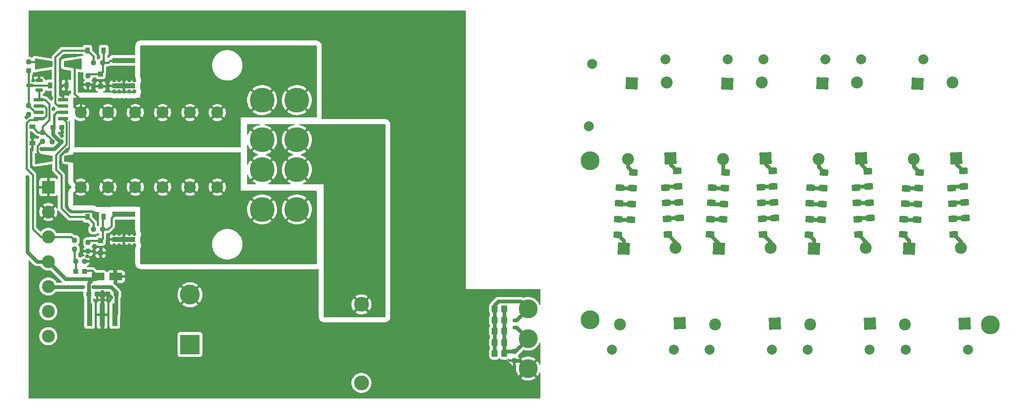
<source format=gtl>
G04 #@! TF.GenerationSoftware,KiCad,Pcbnew,6.0.2+dfsg-1*
G04 #@! TF.CreationDate,2024-12-12T20:43:19+00:00*
G04 #@! TF.ProjectId,HV_PSU,48565f50-5355-42e6-9b69-6361645f7063,rev?*
G04 #@! TF.SameCoordinates,Original*
G04 #@! TF.FileFunction,Copper,L1,Top*
G04 #@! TF.FilePolarity,Positive*
%FSLAX46Y46*%
G04 Gerber Fmt 4.6, Leading zero omitted, Abs format (unit mm)*
G04 Created by KiCad (PCBNEW 6.0.2+dfsg-1) date 2024-12-12 20:43:19*
%MOMM*%
%LPD*%
G01*
G04 APERTURE LIST*
G04 Aperture macros list*
%AMRoundRect*
0 Rectangle with rounded corners*
0 $1 Rounding radius*
0 $2 $3 $4 $5 $6 $7 $8 $9 X,Y pos of 4 corners*
0 Add a 4 corners polygon primitive as box body*
4,1,4,$2,$3,$4,$5,$6,$7,$8,$9,$2,$3,0*
0 Add four circle primitives for the rounded corners*
1,1,$1+$1,$2,$3*
1,1,$1+$1,$4,$5*
1,1,$1+$1,$6,$7*
1,1,$1+$1,$8,$9*
0 Add four rect primitives between the rounded corners*
20,1,$1+$1,$2,$3,$4,$5,0*
20,1,$1+$1,$4,$5,$6,$7,0*
20,1,$1+$1,$6,$7,$8,$9,0*
20,1,$1+$1,$8,$9,$2,$3,0*%
%AMHorizOval*
0 Thick line with rounded ends*
0 $1 width*
0 $2 $3 position (X,Y) of the first rounded end (center of the circle)*
0 $4 $5 position (X,Y) of the second rounded end (center of the circle)*
0 Add line between two ends*
20,1,$1,$2,$3,$4,$5,0*
0 Add two circle primitives to create the rounded ends*
1,1,$1,$2,$3*
1,1,$1,$4,$5*%
%AMRotRect*
0 Rectangle, with rotation*
0 The origin of the aperture is its center*
0 $1 length*
0 $2 width*
0 $3 Rotation angle, in degrees counterclockwise*
0 Add horizontal line*
21,1,$1,$2,0,0,$3*%
%AMOutline4P*
0 Free polygon, 4 corners , with rotation*
0 The origin of the aperture is its center*
0 number of corners: always 4*
0 $1 to $8 corner X, Y*
0 $9 Rotation angle, in degrees counterclockwise*
0 create outline with 4 corners*
4,1,4,$1,$2,$3,$4,$5,$6,$7,$8,$1,$2,$9*%
G04 Aperture macros list end*
G04 #@! TA.AperFunction,ComponentPad*
%ADD10RotRect,2.400000X2.400000X267.000000*%
G04 #@! TD*
G04 #@! TA.AperFunction,ComponentPad*
%ADD11HorizOval,2.400000X0.000000X0.000000X0.000000X0.000000X0*%
G04 #@! TD*
G04 #@! TA.AperFunction,ComponentPad*
%ADD12C,2.000000*%
G04 #@! TD*
G04 #@! TA.AperFunction,SMDPad,CuDef*
%ADD13RoundRect,0.237500X0.300000X0.237500X-0.300000X0.237500X-0.300000X-0.237500X0.300000X-0.237500X0*%
G04 #@! TD*
G04 #@! TA.AperFunction,SMDPad,CuDef*
%ADD14R,1.100000X4.600000*%
G04 #@! TD*
G04 #@! TA.AperFunction,SMDPad,CuDef*
%ADD15R,10.800000X9.400000*%
G04 #@! TD*
G04 #@! TA.AperFunction,ComponentPad*
%ADD16C,0.800000*%
G04 #@! TD*
G04 #@! TA.AperFunction,ComponentPad*
%ADD17C,6.400000*%
G04 #@! TD*
G04 #@! TA.AperFunction,SMDPad,CuDef*
%ADD18R,0.700000X0.600000*%
G04 #@! TD*
G04 #@! TA.AperFunction,SMDPad,CuDef*
%ADD19Outline4P,-1.800000X-1.150000X1.800000X-0.550000X1.800000X0.550000X-1.800000X1.150000X180.000000*%
G04 #@! TD*
G04 #@! TA.AperFunction,SMDPad,CuDef*
%ADD20Outline4P,-1.800000X-1.150000X1.800000X-0.550000X1.800000X0.550000X-1.800000X1.150000X0.000000*%
G04 #@! TD*
G04 #@! TA.AperFunction,SMDPad,CuDef*
%ADD21R,4.600000X1.100000*%
G04 #@! TD*
G04 #@! TA.AperFunction,SMDPad,CuDef*
%ADD22R,9.400000X10.800000*%
G04 #@! TD*
G04 #@! TA.AperFunction,ComponentPad*
%ADD23C,5.000000*%
G04 #@! TD*
G04 #@! TA.AperFunction,ComponentPad*
%ADD24C,2.400000*%
G04 #@! TD*
G04 #@! TA.AperFunction,SMDPad,CuDef*
%ADD25RoundRect,0.250000X0.645078X-0.366742X0.603209X0.432162X-0.645078X0.366742X-0.603209X-0.432162X0*%
G04 #@! TD*
G04 #@! TA.AperFunction,ComponentPad*
%ADD26C,3.800000*%
G04 #@! TD*
G04 #@! TA.AperFunction,SMDPad,CuDef*
%ADD27RoundRect,0.250000X0.350000X0.450000X-0.350000X0.450000X-0.350000X-0.450000X0.350000X-0.450000X0*%
G04 #@! TD*
G04 #@! TA.AperFunction,SMDPad,CuDef*
%ADD28RoundRect,0.250000X0.603209X-0.432162X0.645078X0.366742X-0.603209X0.432162X-0.645078X-0.366742X0*%
G04 #@! TD*
G04 #@! TA.AperFunction,SMDPad,CuDef*
%ADD29R,0.900000X1.200000*%
G04 #@! TD*
G04 #@! TA.AperFunction,SMDPad,CuDef*
%ADD30RoundRect,0.237500X0.250000X0.237500X-0.250000X0.237500X-0.250000X-0.237500X0.250000X-0.237500X0*%
G04 #@! TD*
G04 #@! TA.AperFunction,SMDPad,CuDef*
%ADD31RoundRect,0.150000X0.587500X0.150000X-0.587500X0.150000X-0.587500X-0.150000X0.587500X-0.150000X0*%
G04 #@! TD*
G04 #@! TA.AperFunction,SMDPad,CuDef*
%ADD32RoundRect,0.237500X-0.300000X-0.237500X0.300000X-0.237500X0.300000X0.237500X-0.300000X0.237500X0*%
G04 #@! TD*
G04 #@! TA.AperFunction,SMDPad,CuDef*
%ADD33RoundRect,0.250000X-1.050000X-0.550000X1.050000X-0.550000X1.050000X0.550000X-1.050000X0.550000X0*%
G04 #@! TD*
G04 #@! TA.AperFunction,ComponentPad*
%ADD34RotRect,2.400000X2.400000X93.000000*%
G04 #@! TD*
G04 #@! TA.AperFunction,ComponentPad*
%ADD35HorizOval,2.400000X0.000000X0.000000X0.000000X0.000000X0*%
G04 #@! TD*
G04 #@! TA.AperFunction,SMDPad,CuDef*
%ADD36RoundRect,0.237500X-0.237500X0.250000X-0.237500X-0.250000X0.237500X-0.250000X0.237500X0.250000X0*%
G04 #@! TD*
G04 #@! TA.AperFunction,SMDPad,CuDef*
%ADD37RoundRect,0.237500X-0.250000X-0.237500X0.250000X-0.237500X0.250000X0.237500X-0.250000X0.237500X0*%
G04 #@! TD*
G04 #@! TA.AperFunction,ComponentPad*
%ADD38R,4.000000X4.000000*%
G04 #@! TD*
G04 #@! TA.AperFunction,ComponentPad*
%ADD39C,4.000000*%
G04 #@! TD*
G04 #@! TA.AperFunction,SMDPad,CuDef*
%ADD40RoundRect,0.075000X-0.910000X-0.225000X0.910000X-0.225000X0.910000X0.225000X-0.910000X0.225000X0*%
G04 #@! TD*
G04 #@! TA.AperFunction,ComponentPad*
%ADD41C,3.000000*%
G04 #@! TD*
G04 #@! TA.AperFunction,SMDPad,CuDef*
%ADD42RoundRect,0.237500X0.237500X-0.250000X0.237500X0.250000X-0.237500X0.250000X-0.237500X-0.250000X0*%
G04 #@! TD*
G04 #@! TA.AperFunction,SMDPad,CuDef*
%ADD43R,1.200000X0.900000*%
G04 #@! TD*
G04 #@! TA.AperFunction,SMDPad,CuDef*
%ADD44R,1.000000X1.000000*%
G04 #@! TD*
G04 #@! TA.AperFunction,ComponentPad*
%ADD45R,2.600000X2.600000*%
G04 #@! TD*
G04 #@! TA.AperFunction,ComponentPad*
%ADD46C,2.600000*%
G04 #@! TD*
G04 #@! TA.AperFunction,ViaPad*
%ADD47C,0.800000*%
G04 #@! TD*
G04 #@! TA.AperFunction,Conductor*
%ADD48C,0.762000*%
G04 #@! TD*
G04 #@! TA.AperFunction,Conductor*
%ADD49C,0.508000*%
G04 #@! TD*
G04 #@! TA.AperFunction,Conductor*
%ADD50C,0.254000*%
G04 #@! TD*
G04 #@! TA.AperFunction,Conductor*
%ADD51C,0.381000*%
G04 #@! TD*
G04 APERTURE END LIST*
D10*
X234276243Y-127139968D03*
D11*
X233478643Y-142359082D03*
D12*
X204404466Y-89051376D03*
X216904466Y-89051376D03*
D13*
X87512500Y-131750000D03*
X85787500Y-131750000D03*
D14*
X93630000Y-140460000D03*
X91090000Y-140460000D03*
D15*
X91090000Y-149610000D03*
D14*
X88550000Y-140460000D03*
D16*
X77850000Y-153250000D03*
X82650000Y-153250000D03*
X78552944Y-151552944D03*
D17*
X80250000Y-153250000D03*
D16*
X80250000Y-155650000D03*
X80250000Y-150850000D03*
X81947056Y-151552944D03*
X78552944Y-154947056D03*
X81947056Y-154947056D03*
D18*
X174000000Y-141550000D03*
X174000000Y-142950000D03*
D19*
X85150000Y-109000000D03*
D20*
X79350000Y-109000000D03*
D21*
X95420000Y-120210000D03*
D22*
X104570000Y-122750000D03*
D21*
X95420000Y-125290000D03*
D23*
X130250000Y-97250000D03*
X123250000Y-97250000D03*
X130250000Y-105250000D03*
X123250000Y-105250000D03*
X123250000Y-111250000D03*
X130250000Y-111250000D03*
X123250000Y-119250000D03*
X130250000Y-119250000D03*
D24*
X92250000Y-99750000D03*
X92250000Y-114750000D03*
D25*
X226432884Y-120956408D03*
X226270642Y-117860656D03*
D26*
X176750000Y-145250000D03*
D27*
X172000000Y-148250000D03*
X170000000Y-148250000D03*
D12*
X243774466Y-89051376D03*
X256274466Y-89051376D03*
D13*
X93892500Y-136285000D03*
X92167500Y-136285000D03*
D28*
X216025788Y-121256563D03*
X216188030Y-118160811D03*
D27*
X172000000Y-141500000D03*
X170000000Y-141500000D03*
D29*
X88100000Y-87250000D03*
X91400000Y-87250000D03*
D30*
X91162500Y-89750000D03*
X89337500Y-89750000D03*
D28*
X197483420Y-121270630D03*
X197645662Y-118174878D03*
D25*
X226100551Y-114615111D03*
X225938309Y-111519359D03*
D27*
X172000000Y-146000000D03*
X170000000Y-146000000D03*
D16*
X168552944Y-154947056D03*
X167850000Y-153250000D03*
X171947056Y-151552944D03*
X168552944Y-151552944D03*
X170250000Y-155650000D03*
X172650000Y-153250000D03*
X170250000Y-150850000D03*
D17*
X170250000Y-153250000D03*
D16*
X171947056Y-154947056D03*
D26*
X176750000Y-151250000D03*
D31*
X78387500Y-95200000D03*
X78387500Y-93300000D03*
X76512500Y-94250000D03*
D25*
X224062532Y-124259990D03*
X223900290Y-121164238D03*
D32*
X81237500Y-102735000D03*
X82962500Y-102735000D03*
D28*
X252637333Y-118097197D03*
X252799575Y-115001445D03*
D25*
X204553236Y-117920117D03*
X204390994Y-114824365D03*
D33*
X90250000Y-132750000D03*
X93850000Y-132750000D03*
D26*
X189250000Y-109471376D03*
D34*
X224568065Y-108946546D03*
D35*
X223770465Y-93727432D03*
D12*
X232979466Y-147471376D03*
X245479466Y-147471376D03*
D34*
X245504570Y-142172571D03*
D35*
X244706970Y-126953457D03*
D34*
X207259356Y-142169723D03*
D35*
X206461756Y-126950609D03*
D36*
X85550000Y-125437500D03*
X85550000Y-127262500D03*
D37*
X89337500Y-123290000D03*
X91162500Y-123290000D03*
D12*
X193609466Y-147471376D03*
X206109466Y-147471376D03*
D38*
X108750000Y-146407832D03*
D39*
X108750000Y-136407832D03*
D10*
X235963316Y-93908720D03*
D11*
X235165716Y-109127834D03*
D24*
X103250000Y-99750000D03*
X103250000Y-114750000D03*
D10*
X215153096Y-127161983D03*
D11*
X214355496Y-142381097D03*
D37*
X80987500Y-105650000D03*
X82812500Y-105650000D03*
D28*
X216358121Y-114915265D03*
X216520363Y-111819513D03*
D25*
X262416458Y-124257142D03*
X262254216Y-121161390D03*
D28*
X235837420Y-121270630D03*
X235999662Y-118174878D03*
D34*
X262885756Y-108945596D03*
D35*
X262088156Y-93726482D03*
D40*
X78280000Y-97160000D03*
X78280000Y-98430000D03*
X78280000Y-99700000D03*
X78280000Y-100970000D03*
X83220000Y-100970000D03*
X83220000Y-99700000D03*
X83220000Y-98430000D03*
X83220000Y-97160000D03*
D34*
X205409221Y-108947021D03*
D35*
X204611621Y-93727907D03*
D34*
X226381963Y-142171147D03*
D35*
X225584363Y-126952033D03*
D21*
X95390000Y-89290000D03*
D22*
X104540000Y-91830000D03*
D21*
X95390000Y-94370000D03*
D12*
X213294466Y-147471376D03*
X225794466Y-147471376D03*
D28*
X197815753Y-114929333D03*
X197977995Y-111833581D03*
D36*
X79100000Y-103737500D03*
X79100000Y-105562500D03*
D25*
X245611208Y-120980948D03*
X245448966Y-117885196D03*
X264786810Y-120953560D03*
X264624568Y-117857808D03*
D24*
X114250000Y-99750000D03*
X114250000Y-114750000D03*
D41*
X143250000Y-154150000D03*
X143250000Y-138350000D03*
D28*
X194780734Y-124308346D03*
X194942976Y-121212594D03*
D36*
X88250000Y-92337500D03*
X88250000Y-94162500D03*
X76250000Y-98337500D03*
X76250000Y-100162500D03*
D28*
X213655436Y-117952981D03*
X213817678Y-114857229D03*
D10*
X253398800Y-127140443D03*
D11*
X252601200Y-142359557D03*
D30*
X87562500Y-129650000D03*
X85737500Y-129650000D03*
D28*
X233261560Y-124314992D03*
X233423802Y-121219240D03*
D34*
X243726909Y-108946071D03*
D35*
X242929309Y-93726957D03*
D10*
X255122110Y-93911094D03*
D11*
X254324510Y-109130208D03*
D27*
X172000000Y-139250000D03*
X170000000Y-139250000D03*
D42*
X76250000Y-91362500D03*
X76250000Y-89537500D03*
D25*
X245278875Y-114639651D03*
X245116633Y-111543899D03*
D28*
X236169753Y-114929333D03*
X236331995Y-111833581D03*
D34*
X264627183Y-142173995D03*
D35*
X263829583Y-126954881D03*
D28*
X252184821Y-124305022D03*
X252347063Y-121209270D03*
D25*
X206923588Y-114616535D03*
X206761346Y-111520783D03*
X204885569Y-124261415D03*
X204723327Y-121165663D03*
D12*
X224089466Y-89051376D03*
X236589466Y-89051376D03*
D36*
X174000000Y-147837500D03*
X174000000Y-149662500D03*
D25*
X264454477Y-114612262D03*
X264292235Y-111516510D03*
X207255922Y-120957832D03*
X207093680Y-117862080D03*
X262090771Y-118042670D03*
X261928529Y-114946918D03*
D12*
X188979466Y-102471376D03*
X189633665Y-89988507D03*
D10*
X197645554Y-93910619D03*
D11*
X196847954Y-109129733D03*
D26*
X269750000Y-142500000D03*
D27*
X172000000Y-143750000D03*
X170000000Y-143750000D03*
D43*
X77050000Y-102600000D03*
X77050000Y-105900000D03*
D12*
X252764466Y-147471376D03*
X265264466Y-147471376D03*
D25*
X243240856Y-124284530D03*
X243078614Y-121188778D03*
D26*
X189250000Y-141471376D03*
D28*
X255346666Y-114932656D03*
X255508908Y-111836904D03*
D25*
X242908522Y-117943233D03*
X242746280Y-114847481D03*
D42*
X88250000Y-127662500D03*
X88250000Y-125837500D03*
D26*
X176750000Y-139250000D03*
D10*
X216803933Y-93928836D03*
D11*
X216006333Y-109147950D03*
D28*
X233467067Y-117967048D03*
X233629309Y-114871296D03*
D32*
X88357500Y-136285000D03*
X90082500Y-136285000D03*
D29*
X80600000Y-94250000D03*
X83900000Y-94250000D03*
D44*
X90750000Y-125500000D03*
X90750000Y-128000000D03*
D28*
X213323102Y-124294278D03*
X213485344Y-121198526D03*
D19*
X85150000Y-90000000D03*
D20*
X79350000Y-90000000D03*
D28*
X195113067Y-117967048D03*
X195275309Y-114871296D03*
D10*
X196030954Y-127145665D03*
D11*
X195233354Y-142364779D03*
D44*
X90750000Y-92000000D03*
X90750000Y-94500000D03*
D29*
X88100000Y-120750000D03*
X91400000Y-120750000D03*
D16*
X81947056Y-81552944D03*
D17*
X80250000Y-83250000D03*
D16*
X81947056Y-84947056D03*
X78552944Y-81552944D03*
X80250000Y-85650000D03*
X80250000Y-80850000D03*
X77850000Y-83250000D03*
X82650000Y-83250000D03*
X78552944Y-84947056D03*
D45*
X80250000Y-114750000D03*
D46*
X80250000Y-119750000D03*
X80250000Y-124750000D03*
X80250000Y-129750000D03*
X80250000Y-134750000D03*
X80250000Y-139750000D03*
X80250000Y-144750000D03*
D25*
X223730199Y-117918693D03*
X223567957Y-114822941D03*
D28*
X255014332Y-121273953D03*
X255176574Y-118178201D03*
D24*
X108750000Y-99750000D03*
X108750000Y-114750000D03*
X86750000Y-99750000D03*
X86750000Y-114750000D03*
X97750000Y-99750000D03*
X97750000Y-114750000D03*
D47*
X87250000Y-134860964D03*
X89338000Y-134850000D03*
X92850000Y-137000000D03*
X87050000Y-94050000D03*
X89250000Y-94650000D03*
X77250000Y-93250000D03*
X83850000Y-93050000D03*
X82500000Y-120500000D03*
X154500000Y-132000000D03*
X87050000Y-127450000D03*
X79650000Y-92650000D03*
X85500000Y-88250000D03*
X96500000Y-124200000D03*
X95500000Y-126450000D03*
X97500000Y-126450000D03*
X83250000Y-88500000D03*
X83050000Y-103650000D03*
X94500000Y-93250000D03*
X152500000Y-110500000D03*
X96500000Y-126450000D03*
X82750000Y-91250000D03*
X93500000Y-93250000D03*
X129000000Y-143250000D03*
X84000000Y-107250000D03*
X95500000Y-93250000D03*
X90850000Y-129050000D03*
X83000000Y-104450000D03*
X81250000Y-99050000D03*
X154500000Y-120000000D03*
X147250000Y-146000000D03*
X97500000Y-93250000D03*
X89450000Y-127650000D03*
X95500000Y-124200000D03*
X80850000Y-96850000D03*
X82850000Y-96250000D03*
X96500000Y-93250000D03*
X95500000Y-95500000D03*
X113000000Y-81750000D03*
X93500000Y-95500000D03*
X94500000Y-126450000D03*
X137750000Y-98000000D03*
X97500000Y-124200000D03*
X82750000Y-109750000D03*
X91100000Y-135890000D03*
X83850000Y-95450000D03*
X93750000Y-134000000D03*
X91090000Y-136800000D03*
X93500000Y-126450000D03*
X138000000Y-87250000D03*
X90750000Y-93450000D03*
X77050000Y-104850000D03*
X88050000Y-128650000D03*
X94500000Y-124200000D03*
X90000000Y-121000000D03*
X153000000Y-98750000D03*
X123000000Y-83750000D03*
X93500000Y-124200000D03*
X86250000Y-122000000D03*
X90850000Y-127050000D03*
X84000000Y-121750000D03*
X86750000Y-95250000D03*
X86750000Y-92250000D03*
X93650000Y-131450000D03*
X83500000Y-111000000D03*
X94500000Y-95500000D03*
X161750000Y-153250000D03*
X82850000Y-94450000D03*
X96500000Y-95500000D03*
X92250000Y-125250000D03*
X92250000Y-94250000D03*
X97500000Y-95500000D03*
X78830011Y-107050000D03*
X76050000Y-112750000D03*
X75835801Y-100746970D03*
X103500000Y-89000000D03*
X101500000Y-86980463D03*
X110500000Y-96000000D03*
X102500000Y-93000000D03*
X102500000Y-96000000D03*
X107500000Y-96000000D03*
X100500000Y-89000000D03*
X109500000Y-87980463D03*
X105500000Y-89980463D03*
X104500000Y-87000000D03*
X100500000Y-97000000D03*
X105500000Y-94980463D03*
X102500000Y-95000000D03*
X101500000Y-95980463D03*
X110500000Y-92000000D03*
X101500000Y-96980463D03*
X107500000Y-88000000D03*
X109500000Y-91980463D03*
X104500000Y-96000000D03*
X100500000Y-93000000D03*
X104500000Y-95000000D03*
X104500000Y-92000000D03*
X111500000Y-91000000D03*
X103500000Y-92000000D03*
X100500000Y-90000000D03*
X110500000Y-95000000D03*
X104500000Y-88000000D03*
X106500000Y-88000000D03*
X105500000Y-96980463D03*
X108500000Y-89000000D03*
X111500000Y-89000000D03*
X111500000Y-97000000D03*
X110500000Y-93000000D03*
X110500000Y-89000000D03*
X107500000Y-93000000D03*
X109500000Y-95980463D03*
X110500000Y-91000000D03*
X103500000Y-87000000D03*
X103500000Y-94000000D03*
X105500000Y-91980463D03*
X106500000Y-95000000D03*
X106500000Y-94000000D03*
X103500000Y-97000000D03*
X105500000Y-93980463D03*
X106500000Y-93000000D03*
X108500000Y-90000000D03*
X109500000Y-89980463D03*
X108500000Y-87000000D03*
X101500000Y-88980463D03*
X103500000Y-90000000D03*
X106500000Y-96000000D03*
X100500000Y-92000000D03*
X110500000Y-88000000D03*
X106500000Y-90000000D03*
X101500000Y-93980463D03*
X106500000Y-89000000D03*
X105500000Y-95980463D03*
X110500000Y-97000000D03*
X101500000Y-87980463D03*
X101500000Y-91980463D03*
X110500000Y-94000000D03*
X104500000Y-91000000D03*
X102500000Y-87000000D03*
X109500000Y-96980463D03*
X102500000Y-94000000D03*
X105500000Y-86980463D03*
X100500000Y-87000000D03*
X105500000Y-87980463D03*
X109500000Y-92980463D03*
X100500000Y-91000000D03*
X107500000Y-90000000D03*
X111500000Y-88000000D03*
X105500000Y-90980463D03*
X100500000Y-96000000D03*
X103500000Y-93000000D03*
X107500000Y-91000000D03*
X109500000Y-88980463D03*
X107500000Y-94000000D03*
X108500000Y-93000000D03*
X103500000Y-95000000D03*
X102500000Y-92000000D03*
X111500000Y-95000000D03*
X101500000Y-90980463D03*
X105500000Y-88980463D03*
X111500000Y-90000000D03*
X110500000Y-90000000D03*
X109500000Y-94980463D03*
X103500000Y-96000000D03*
X102500000Y-89000000D03*
X104500000Y-93000000D03*
X100500000Y-95000000D03*
X102500000Y-90000000D03*
X103500000Y-91000000D03*
X106500000Y-91000000D03*
X107500000Y-87000000D03*
X103500000Y-88000000D03*
X106500000Y-87000000D03*
X106500000Y-92000000D03*
X107500000Y-92000000D03*
X108500000Y-94000000D03*
X105500000Y-92980463D03*
X102500000Y-91000000D03*
X111500000Y-96000000D03*
X106500000Y-97000000D03*
X110500000Y-87000000D03*
X109500000Y-90980463D03*
X107500000Y-95000000D03*
X108500000Y-92000000D03*
X108500000Y-88000000D03*
X108500000Y-95000000D03*
X102500000Y-88000000D03*
X102500000Y-97000000D03*
X104500000Y-90000000D03*
X109500000Y-86980463D03*
X101500000Y-92980463D03*
X107500000Y-89000000D03*
X107500000Y-97000000D03*
X111500000Y-94000000D03*
X111500000Y-93000000D03*
X111500000Y-87000000D03*
X101500000Y-94980463D03*
X104500000Y-97000000D03*
X104500000Y-89000000D03*
X101500000Y-89980463D03*
X100500000Y-94000000D03*
X100500000Y-88000000D03*
X108500000Y-96000000D03*
X109500000Y-93980463D03*
X108500000Y-97000000D03*
X108500000Y-91000000D03*
X104500000Y-94000000D03*
X111500000Y-92000000D03*
X108500000Y-127508348D03*
X103500000Y-127500000D03*
X108500000Y-119508348D03*
X101500000Y-126508348D03*
X110500000Y-117508348D03*
X103500000Y-119500000D03*
X110500000Y-122508348D03*
X106500000Y-118508348D03*
X110500000Y-125508348D03*
X105500000Y-122508348D03*
X101500000Y-122508348D03*
X108500000Y-125508348D03*
X102500000Y-119508348D03*
X101500000Y-125508348D03*
X109500000Y-122508348D03*
X110500000Y-118508348D03*
X106500000Y-117508348D03*
X103500000Y-117500000D03*
X108500000Y-122508348D03*
X105500000Y-126508348D03*
X107500000Y-121500000D03*
X108500000Y-124508348D03*
X103500000Y-118500000D03*
X102500000Y-126508348D03*
X110500000Y-120508348D03*
X103500000Y-120500000D03*
X107500000Y-126500000D03*
X107500000Y-117500000D03*
X104500000Y-121508348D03*
X106500000Y-126508348D03*
X104500000Y-124508348D03*
X107500000Y-122500000D03*
X107500000Y-119500000D03*
X100500000Y-120508348D03*
X102500000Y-121508348D03*
X105500000Y-127508348D03*
X105500000Y-124508348D03*
X109500000Y-126508348D03*
X104500000Y-119508348D03*
X108500000Y-121508348D03*
X104500000Y-117508348D03*
X111500000Y-123500000D03*
X102500000Y-117508348D03*
X104500000Y-127508348D03*
X109500000Y-119508348D03*
X108500000Y-120508348D03*
X102500000Y-120508348D03*
X101500000Y-117508348D03*
X101500000Y-124508348D03*
X107500000Y-118500000D03*
X106500000Y-125508348D03*
X106500000Y-121508348D03*
X102500000Y-118508348D03*
X111500000Y-118500000D03*
X104500000Y-122508348D03*
X103500000Y-122500000D03*
X105500000Y-125508348D03*
X107500000Y-127500000D03*
X104500000Y-123508348D03*
X106500000Y-127508348D03*
X107500000Y-120500000D03*
X111500000Y-126500000D03*
X109500000Y-117508348D03*
X110500000Y-126508348D03*
X107500000Y-124500000D03*
X109500000Y-127508348D03*
X104500000Y-120508348D03*
X104500000Y-126508348D03*
X107500000Y-125500000D03*
X103500000Y-121500000D03*
X102500000Y-125508348D03*
X110500000Y-123508348D03*
X107500000Y-123500000D03*
X105500000Y-120508348D03*
X110500000Y-121508348D03*
X108500000Y-117508348D03*
X105500000Y-118508348D03*
X103500000Y-124500000D03*
X103500000Y-123500000D03*
X100500000Y-117508348D03*
X102500000Y-127508348D03*
X101500000Y-120508348D03*
X111500000Y-124500000D03*
X102500000Y-123508348D03*
X109500000Y-118508348D03*
X111500000Y-122500000D03*
X105500000Y-117508348D03*
X103500000Y-126500000D03*
X110500000Y-119508348D03*
X104500000Y-118508348D03*
X100500000Y-119508348D03*
X111500000Y-121500000D03*
X100500000Y-124508348D03*
X100500000Y-127508348D03*
X111500000Y-119500000D03*
X109500000Y-124508348D03*
X106500000Y-119508348D03*
X102500000Y-124508348D03*
X102500000Y-122508348D03*
X100500000Y-126508348D03*
X109500000Y-120508348D03*
X101500000Y-123508348D03*
X101500000Y-118508348D03*
X104500000Y-125508348D03*
X105500000Y-119508348D03*
X111500000Y-125500000D03*
X106500000Y-123508348D03*
X109500000Y-125508348D03*
X108500000Y-126508348D03*
X100500000Y-118508348D03*
X108500000Y-123508348D03*
X101500000Y-119508348D03*
X100500000Y-122508348D03*
X110500000Y-127508348D03*
X101500000Y-121508348D03*
X100500000Y-125508348D03*
X103500000Y-125500000D03*
X110500000Y-124508348D03*
X105500000Y-121508348D03*
X106500000Y-124508348D03*
X106500000Y-122508348D03*
X105500000Y-123508348D03*
X100500000Y-121508348D03*
X111500000Y-120500000D03*
X101500000Y-127508348D03*
X109500000Y-123508348D03*
X109500000Y-121508348D03*
X111500000Y-127500000D03*
X111500000Y-117500000D03*
X106500000Y-120508348D03*
X100500000Y-123508348D03*
X108500000Y-118508348D03*
D48*
X93892500Y-140197500D02*
X93630000Y-140460000D01*
X93892500Y-135892500D02*
X93892500Y-136285000D01*
X80350000Y-134850000D02*
X80250000Y-134750000D01*
X89338000Y-134850000D02*
X92850000Y-134850000D01*
X87239036Y-134850000D02*
X80350000Y-134850000D01*
X93892500Y-136285000D02*
X93892500Y-140197500D01*
X87250000Y-134860964D02*
X87239036Y-134850000D01*
X92850000Y-134850000D02*
X93892500Y-135892500D01*
X91090000Y-137160000D02*
X91090000Y-136490000D01*
D49*
X82750000Y-108408626D02*
X83908626Y-107250000D01*
D48*
X93750000Y-132850000D02*
X93850000Y-132750000D01*
X91605000Y-136285000D02*
X91090000Y-136800000D01*
D49*
X83500000Y-111000000D02*
X84000000Y-111500000D01*
X84696489Y-119696489D02*
X89196489Y-119696489D01*
D48*
X90082500Y-136285000D02*
X92167500Y-136285000D01*
X91090000Y-136490000D02*
X90885000Y-136285000D01*
X90082500Y-136285000D02*
X90705000Y-136285000D01*
D49*
X82750000Y-109750000D02*
X82750000Y-108408626D01*
X89196489Y-119696489D02*
X90000000Y-120500000D01*
D48*
X92167500Y-136285000D02*
X91605000Y-136285000D01*
X92850000Y-137000000D02*
X92850000Y-136967500D01*
X93750000Y-134000000D02*
X93750000Y-132850000D01*
X170250000Y-153250000D02*
X174750000Y-153250000D01*
X91090000Y-140460000D02*
X91090000Y-149610000D01*
D49*
X90000000Y-120500000D02*
X90000000Y-121000000D01*
D48*
X90705000Y-136285000D02*
X91100000Y-135890000D01*
X90575000Y-136285000D02*
X91090000Y-136800000D01*
X93650000Y-132550000D02*
X93850000Y-132750000D01*
X92850000Y-136967500D02*
X92167500Y-136285000D01*
D50*
X84407040Y-106842960D02*
X84000000Y-107250000D01*
D48*
X174000000Y-149662500D02*
X175162500Y-149662500D01*
X90082500Y-136285000D02*
X90575000Y-136285000D01*
D50*
X84407040Y-101877000D02*
X84407040Y-101500000D01*
D49*
X84000000Y-119000000D02*
X84696489Y-119696489D01*
D50*
X84407040Y-101877000D02*
X84407040Y-106842960D01*
D48*
X175162500Y-149662500D02*
X176750000Y-151250000D01*
X91090000Y-140460000D02*
X91090000Y-137160000D01*
D49*
X82750000Y-109750000D02*
X82750000Y-110250000D01*
X82750000Y-110250000D02*
X83500000Y-111000000D01*
X83908626Y-107250000D02*
X84000000Y-107250000D01*
D48*
X93650000Y-131450000D02*
X93650000Y-132550000D01*
X90885000Y-136285000D02*
X90082500Y-136285000D01*
D49*
X84000000Y-111500000D02*
X84000000Y-119000000D01*
D48*
X91495000Y-136285000D02*
X91100000Y-135890000D01*
X92167500Y-136285000D02*
X91495000Y-136285000D01*
X174750000Y-153250000D02*
X176750000Y-151250000D01*
X78830011Y-107050000D02*
X81450000Y-107050000D01*
X76050000Y-127850000D02*
X76050000Y-112750000D01*
X82812500Y-105650000D02*
X82650000Y-105650000D01*
X77950000Y-129750000D02*
X76050000Y-127850000D01*
D49*
X83220000Y-99700000D02*
X82000000Y-99700000D01*
D48*
X81237500Y-104237500D02*
X81237500Y-102735000D01*
X88357500Y-140267500D02*
X88550000Y-140460000D01*
D49*
X81450000Y-102522500D02*
X81237500Y-102735000D01*
D51*
X89050000Y-131550000D02*
X90250000Y-132750000D01*
X87562500Y-131550000D02*
X89050000Y-131550000D01*
D49*
X81500000Y-100200000D02*
X81450000Y-100250000D01*
D48*
X88357500Y-136285000D02*
X88357500Y-140267500D01*
X82650000Y-105650000D02*
X81237500Y-104237500D01*
X80250000Y-129750000D02*
X77950000Y-129750000D01*
D49*
X82000000Y-99700000D02*
X81500000Y-100200000D01*
D48*
X80250000Y-129750000D02*
X83750000Y-133250000D01*
D51*
X75835801Y-100864199D02*
X75835801Y-100746970D01*
D48*
X81450000Y-107050000D02*
X82812500Y-105687500D01*
D51*
X76250000Y-100162500D02*
X76250000Y-100450000D01*
D48*
X82812500Y-105687500D02*
X82812500Y-105650000D01*
D49*
X81450000Y-100250000D02*
X81450000Y-102522500D01*
D48*
X83750000Y-133250000D02*
X89750000Y-133250000D01*
X89750000Y-133250000D02*
X90250000Y-132750000D01*
X88357500Y-134092500D02*
X89700000Y-132750000D01*
D51*
X76250000Y-100450000D02*
X75835801Y-100864199D01*
D48*
X88357500Y-136285000D02*
X88357500Y-134092500D01*
X89700000Y-132750000D02*
X90250000Y-132750000D01*
X174450000Y-141550000D02*
X176750000Y-139250000D01*
X174000000Y-141550000D02*
X174450000Y-141550000D01*
X170000000Y-139250000D02*
X170000000Y-138500000D01*
X170000000Y-138500000D02*
X170750000Y-137750000D01*
X175250000Y-137750000D02*
X176750000Y-139250000D01*
X170000000Y-139250000D02*
X170000000Y-148250000D01*
X170750000Y-137750000D02*
X175250000Y-137750000D01*
D51*
X85150000Y-90000000D02*
X85500000Y-90350000D01*
X85500000Y-96000000D02*
X86750000Y-97250000D01*
X85500000Y-90350000D02*
X85500000Y-96000000D01*
X86750000Y-97250000D02*
X86750000Y-99750000D01*
X76250000Y-91362500D02*
X76250000Y-93987500D01*
X76250000Y-98337500D02*
X76250000Y-94512500D01*
X76250000Y-94512500D02*
X76512500Y-94250000D01*
X76512500Y-94250000D02*
X80600000Y-94250000D01*
X77612500Y-99700000D02*
X76250000Y-98337500D01*
X78280000Y-99700000D02*
X77612500Y-99700000D01*
X76250000Y-93987500D02*
X76512500Y-94250000D01*
X77500000Y-99700000D02*
X78280000Y-99700000D01*
X76250000Y-98337500D02*
X76250000Y-98450000D01*
D48*
X174162500Y-147837500D02*
X176750000Y-145250000D01*
X174000000Y-142950000D02*
X174450000Y-142950000D01*
X172000000Y-139250000D02*
X172000000Y-148250000D01*
D51*
X175750000Y-146250000D02*
X176750000Y-145250000D01*
D48*
X174000000Y-147837500D02*
X174162500Y-147837500D01*
X174000000Y-147837500D02*
X172412500Y-147837500D01*
X172412500Y-147837500D02*
X172000000Y-148250000D01*
X174450000Y-142950000D02*
X176750000Y-145250000D01*
X205409221Y-108947021D02*
X205409221Y-110168658D01*
X205409221Y-110168658D02*
X206761346Y-111520783D01*
X254324510Y-110652506D02*
X255508908Y-111836904D01*
X254324510Y-109130208D02*
X254324510Y-110652506D01*
X197815753Y-114929333D02*
X195333346Y-114929333D01*
X195333346Y-114929333D02*
X195275309Y-114871296D01*
X195320897Y-118174878D02*
X195113067Y-117967048D01*
X197645662Y-118174878D02*
X195320897Y-118174878D01*
X197483420Y-121270630D02*
X195001012Y-121270630D01*
X195001012Y-121270630D02*
X194942976Y-121212594D01*
X206923588Y-114616535D02*
X204598824Y-114616535D01*
X204598824Y-114616535D02*
X204390994Y-114824365D01*
X204611273Y-117862080D02*
X204553236Y-117920117D01*
X207093680Y-117862080D02*
X204611273Y-117862080D01*
X204931158Y-120957832D02*
X204723327Y-121165663D01*
X207255922Y-120957832D02*
X204931158Y-120957832D01*
X216358121Y-114915265D02*
X213875714Y-114915265D01*
X213875714Y-114915265D02*
X213817678Y-114857229D01*
X216188030Y-118160811D02*
X213863266Y-118160811D01*
X213863266Y-118160811D02*
X213655436Y-117952981D01*
X216025788Y-121256563D02*
X213543381Y-121256563D01*
X213543381Y-121256563D02*
X213485344Y-121198526D01*
X226100551Y-114615111D02*
X223775787Y-114615111D01*
X223775787Y-114615111D02*
X223567957Y-114822941D01*
X223788236Y-117860656D02*
X223730199Y-117918693D01*
X226270642Y-117860656D02*
X223788236Y-117860656D01*
X224108120Y-120956408D02*
X223900290Y-121164238D01*
X226432884Y-120956408D02*
X224108120Y-120956408D01*
X233687346Y-114929333D02*
X233629309Y-114871296D01*
X236169753Y-114929333D02*
X233687346Y-114929333D01*
X235999662Y-118174878D02*
X233674897Y-118174878D01*
X233674897Y-118174878D02*
X233467067Y-117967048D01*
X235837420Y-121270630D02*
X233475192Y-121270630D01*
X233475192Y-121270630D02*
X233423802Y-121219240D01*
X245278875Y-114639651D02*
X242954110Y-114639651D01*
X242954110Y-114639651D02*
X242746280Y-114847481D01*
X242966559Y-117885196D02*
X242908522Y-117943233D01*
X245448966Y-117885196D02*
X242966559Y-117885196D01*
X243286444Y-120980948D02*
X243078614Y-121188778D01*
X245611208Y-120980948D02*
X243286444Y-120980948D01*
X255346666Y-114932656D02*
X252868364Y-114932656D01*
X252868364Y-114932656D02*
X252799575Y-115001445D01*
X252718337Y-118178201D02*
X252637333Y-118097197D01*
X255176574Y-118178201D02*
X252718337Y-118178201D01*
X252411746Y-121273953D02*
X252347063Y-121209270D01*
X255014332Y-121273953D02*
X252411746Y-121273953D01*
X262263185Y-114612262D02*
X261928529Y-114946918D01*
X264454477Y-114612262D02*
X262263185Y-114612262D01*
X262275633Y-117857808D02*
X262090771Y-118042670D01*
X264624568Y-117857808D02*
X262275633Y-117857808D01*
X262462046Y-120953560D02*
X262254216Y-121161390D01*
X264786810Y-120953560D02*
X262462046Y-120953560D01*
X196847954Y-109129733D02*
X196847954Y-110703540D01*
X196847954Y-110703540D02*
X197977995Y-111833581D01*
X216006333Y-109147950D02*
X216006333Y-111305483D01*
X216006333Y-111305483D02*
X216520363Y-111819513D01*
X224568065Y-110149115D02*
X225938309Y-111519359D01*
X224568065Y-108946546D02*
X224568065Y-110149115D01*
X235165716Y-109127834D02*
X235165716Y-110667302D01*
X235165716Y-110667302D02*
X236331995Y-111833581D01*
X243726909Y-108946071D02*
X243726909Y-110154175D01*
X243726909Y-110154175D02*
X245116633Y-111543899D01*
X262885756Y-108945596D02*
X262885756Y-110110031D01*
X262885756Y-110110031D02*
X264292235Y-111516510D01*
X263829583Y-126954881D02*
X263829583Y-125670267D01*
X263829583Y-125670267D02*
X262416458Y-124257142D01*
X196030954Y-125558566D02*
X194780734Y-124308346D01*
X196030954Y-127145665D02*
X196030954Y-125558566D01*
X206461756Y-125837602D02*
X204885569Y-124261415D01*
X206461756Y-126950609D02*
X206461756Y-125837602D01*
X215153096Y-126124272D02*
X213323102Y-124294278D01*
X215153096Y-127161983D02*
X215153096Y-126124272D01*
X225584363Y-125781821D02*
X224062532Y-124259990D01*
X225584363Y-126952033D02*
X225584363Y-125781821D01*
X234276243Y-125329675D02*
X233261560Y-124314992D01*
X234276243Y-127139968D02*
X234276243Y-125329675D01*
X244706970Y-125750644D02*
X243240856Y-124284530D01*
X244706970Y-126953457D02*
X244706970Y-125750644D01*
X253398800Y-127140443D02*
X253398800Y-125519001D01*
X253398800Y-125519001D02*
X252184821Y-124305022D01*
D51*
X79100000Y-105562500D02*
X78937500Y-105562500D01*
X78040011Y-107690011D02*
X79350000Y-109000000D01*
X78040011Y-106459989D02*
X78040011Y-107690011D01*
X78937500Y-105562500D02*
X78040011Y-106459989D01*
X79560000Y-97160000D02*
X80450000Y-98050000D01*
X79100000Y-102600000D02*
X79100000Y-103737500D01*
X80450000Y-98050000D02*
X80450000Y-101250000D01*
X78387500Y-97052500D02*
X78280000Y-97160000D01*
X78187500Y-103737500D02*
X77050000Y-102600000D01*
X79387500Y-103737500D02*
X80987500Y-105337500D01*
X80987500Y-105337500D02*
X80987500Y-105650000D01*
X79100000Y-103737500D02*
X78187500Y-103737500D01*
X78280000Y-97160000D02*
X79560000Y-97160000D01*
X80450000Y-101250000D02*
X79100000Y-102600000D01*
X78387500Y-95200000D02*
X78387500Y-97052500D01*
X79100000Y-103737500D02*
X79387500Y-103737500D01*
X78887500Y-89537500D02*
X79350000Y-90000000D01*
X76250000Y-89537500D02*
X78887500Y-89537500D01*
X91162500Y-91587500D02*
X90750000Y-92000000D01*
X91400000Y-89512500D02*
X91162500Y-89750000D01*
X92710000Y-89290000D02*
X92250000Y-89750000D01*
X90750000Y-92000000D02*
X88587500Y-92000000D01*
X92250000Y-89750000D02*
X91162500Y-89750000D01*
X91400000Y-87250000D02*
X91400000Y-89512500D01*
X91162500Y-89750000D02*
X91162500Y-91587500D01*
X88587500Y-92000000D02*
X88250000Y-92337500D01*
X95390000Y-89290000D02*
X92710000Y-89290000D01*
X83220000Y-98430000D02*
X82230000Y-98430000D01*
X89337500Y-88487500D02*
X88100000Y-87250000D01*
X83050000Y-87250000D02*
X88100000Y-87250000D01*
X89337500Y-89750000D02*
X89337500Y-88487500D01*
X81650000Y-97850000D02*
X81650000Y-88650000D01*
X81650000Y-88650000D02*
X83050000Y-87250000D01*
X82230000Y-98430000D02*
X81650000Y-97850000D01*
X83890020Y-106109980D02*
X81750000Y-108250000D01*
X81750000Y-111250000D02*
X82850000Y-112350000D01*
X89337500Y-123290000D02*
X89337500Y-121987500D01*
X89337500Y-121987500D02*
X88100000Y-120750000D01*
X83890020Y-101640020D02*
X83890020Y-106109980D01*
X82850000Y-119050000D02*
X84550000Y-120750000D01*
X84550000Y-120750000D02*
X88100000Y-120750000D01*
X83220000Y-100970000D02*
X83890020Y-101640020D01*
X82850000Y-112350000D02*
X82850000Y-119050000D01*
X81750000Y-108250000D02*
X81750000Y-111250000D01*
X90750000Y-125500000D02*
X88587500Y-125500000D01*
X92950000Y-120950000D02*
X93690000Y-120210000D01*
X93690000Y-120210000D02*
X95420000Y-120210000D01*
X91162500Y-120987500D02*
X91400000Y-120750000D01*
X91162500Y-123290000D02*
X92210000Y-123290000D01*
X92950000Y-122550000D02*
X92950000Y-120950000D01*
X92210000Y-123290000D02*
X92950000Y-122550000D01*
X91162500Y-125087500D02*
X90750000Y-125500000D01*
X91162500Y-123290000D02*
X91162500Y-125087500D01*
X88587500Y-125500000D02*
X88250000Y-125837500D01*
X91162500Y-123290000D02*
X91162500Y-120987500D01*
X76450000Y-101250000D02*
X78000000Y-101250000D01*
X79850000Y-100409015D02*
X79850000Y-98850000D01*
X79850000Y-98850000D02*
X79430000Y-98430000D01*
X77150000Y-112350000D02*
X75850000Y-111050000D01*
X84862500Y-124750000D02*
X85550000Y-125437500D01*
X75850000Y-111050000D02*
X75850000Y-101850000D01*
X78000000Y-101250000D02*
X78280000Y-100970000D01*
X79289015Y-100970000D02*
X79850000Y-100409015D01*
X78280000Y-100970000D02*
X79289015Y-100970000D01*
X80250000Y-124750000D02*
X78750000Y-124750000D01*
X80937500Y-125437500D02*
X80250000Y-124750000D01*
X80250000Y-124623996D02*
X80250000Y-124750000D01*
X79430000Y-98430000D02*
X78280000Y-98430000D01*
X77150000Y-123150000D02*
X77150000Y-112350000D01*
X78750000Y-124750000D02*
X77150000Y-123150000D01*
X75850000Y-101850000D02*
X76450000Y-101250000D01*
X80250000Y-124750000D02*
X84862500Y-124750000D01*
X85537500Y-127250000D02*
X85550000Y-127262500D01*
X85787500Y-131750000D02*
X85787500Y-129700000D01*
X85550000Y-127262500D02*
X85550000Y-129462500D01*
X85550000Y-129462500D02*
X85737500Y-129650000D01*
X85787500Y-129700000D02*
X85737500Y-129650000D01*
G04 #@! TA.AperFunction,Conductor*
G36*
X134192121Y-86270002D02*
G01*
X134238614Y-86323658D01*
X134250000Y-86376000D01*
X134250000Y-100624000D01*
X134229998Y-100692121D01*
X134176342Y-100738614D01*
X134124000Y-100750000D01*
X119000000Y-100750000D01*
X119000000Y-106624000D01*
X118979998Y-106692121D01*
X118926342Y-106738614D01*
X118874000Y-106750000D01*
X85660540Y-106750000D01*
X85592419Y-106729998D01*
X85545926Y-106676342D01*
X85534540Y-106624000D01*
X85534540Y-101446241D01*
X85519235Y-101285825D01*
X85517547Y-101280071D01*
X85517545Y-101280061D01*
X85504337Y-101235040D01*
X85504353Y-101164044D01*
X85542751Y-101104326D01*
X85607338Y-101074848D01*
X85677610Y-101084969D01*
X85699746Y-101097958D01*
X85838586Y-101199760D01*
X85846505Y-101204708D01*
X86062877Y-101318547D01*
X86071451Y-101322275D01*
X86302282Y-101402885D01*
X86311291Y-101405299D01*
X86551518Y-101450908D01*
X86560775Y-101451962D01*
X86805107Y-101461563D01*
X86814420Y-101461237D01*
X87057478Y-101434618D01*
X87066655Y-101432917D01*
X87303107Y-101370665D01*
X87311926Y-101367628D01*
X87536584Y-101271107D01*
X87544856Y-101266800D01*
X87752777Y-101138135D01*
X87754620Y-101136796D01*
X87762038Y-101125541D01*
X87760760Y-101123359D01*
X91241386Y-101123359D01*
X91250099Y-101134879D01*
X91338586Y-101199760D01*
X91346505Y-101204708D01*
X91562877Y-101318547D01*
X91571451Y-101322275D01*
X91802282Y-101402885D01*
X91811291Y-101405299D01*
X92051518Y-101450908D01*
X92060775Y-101451962D01*
X92305107Y-101461563D01*
X92314420Y-101461237D01*
X92557478Y-101434618D01*
X92566655Y-101432917D01*
X92803107Y-101370665D01*
X92811926Y-101367628D01*
X93036584Y-101271107D01*
X93044856Y-101266800D01*
X93252777Y-101138135D01*
X93254620Y-101136796D01*
X93262038Y-101125541D01*
X93260760Y-101123359D01*
X96741386Y-101123359D01*
X96750099Y-101134879D01*
X96838586Y-101199760D01*
X96846505Y-101204708D01*
X97062877Y-101318547D01*
X97071451Y-101322275D01*
X97302282Y-101402885D01*
X97311291Y-101405299D01*
X97551518Y-101450908D01*
X97560775Y-101451962D01*
X97805107Y-101461563D01*
X97814420Y-101461237D01*
X98057478Y-101434618D01*
X98066655Y-101432917D01*
X98303107Y-101370665D01*
X98311926Y-101367628D01*
X98536584Y-101271107D01*
X98544856Y-101266800D01*
X98752777Y-101138135D01*
X98754620Y-101136796D01*
X98762038Y-101125541D01*
X98760760Y-101123359D01*
X102241386Y-101123359D01*
X102250099Y-101134879D01*
X102338586Y-101199760D01*
X102346505Y-101204708D01*
X102562877Y-101318547D01*
X102571451Y-101322275D01*
X102802282Y-101402885D01*
X102811291Y-101405299D01*
X103051518Y-101450908D01*
X103060775Y-101451962D01*
X103305107Y-101461563D01*
X103314420Y-101461237D01*
X103557478Y-101434618D01*
X103566655Y-101432917D01*
X103803107Y-101370665D01*
X103811926Y-101367628D01*
X104036584Y-101271107D01*
X104044856Y-101266800D01*
X104252777Y-101138135D01*
X104254620Y-101136796D01*
X104262038Y-101125541D01*
X104260760Y-101123359D01*
X107741386Y-101123359D01*
X107750099Y-101134879D01*
X107838586Y-101199760D01*
X107846505Y-101204708D01*
X108062877Y-101318547D01*
X108071451Y-101322275D01*
X108302282Y-101402885D01*
X108311291Y-101405299D01*
X108551518Y-101450908D01*
X108560775Y-101451962D01*
X108805107Y-101461563D01*
X108814420Y-101461237D01*
X109057478Y-101434618D01*
X109066655Y-101432917D01*
X109303107Y-101370665D01*
X109311926Y-101367628D01*
X109536584Y-101271107D01*
X109544856Y-101266800D01*
X109752777Y-101138135D01*
X109754620Y-101136796D01*
X109762038Y-101125541D01*
X109760760Y-101123359D01*
X113241386Y-101123359D01*
X113250099Y-101134879D01*
X113338586Y-101199760D01*
X113346505Y-101204708D01*
X113562877Y-101318547D01*
X113571451Y-101322275D01*
X113802282Y-101402885D01*
X113811291Y-101405299D01*
X114051518Y-101450908D01*
X114060775Y-101451962D01*
X114305107Y-101461563D01*
X114314420Y-101461237D01*
X114557478Y-101434618D01*
X114566655Y-101432917D01*
X114803107Y-101370665D01*
X114811926Y-101367628D01*
X115036584Y-101271107D01*
X115044856Y-101266800D01*
X115252777Y-101138135D01*
X115254620Y-101136796D01*
X115262038Y-101125541D01*
X115255974Y-101115184D01*
X114262812Y-100122022D01*
X114248868Y-100114408D01*
X114247035Y-100114539D01*
X114240420Y-100118790D01*
X113248044Y-101111166D01*
X113241386Y-101123359D01*
X109760760Y-101123359D01*
X109755974Y-101115184D01*
X108762812Y-100122022D01*
X108748868Y-100114408D01*
X108747035Y-100114539D01*
X108740420Y-100118790D01*
X107748044Y-101111166D01*
X107741386Y-101123359D01*
X104260760Y-101123359D01*
X104255974Y-101115184D01*
X103262812Y-100122022D01*
X103248868Y-100114408D01*
X103247035Y-100114539D01*
X103240420Y-100118790D01*
X102248044Y-101111166D01*
X102241386Y-101123359D01*
X98760760Y-101123359D01*
X98755974Y-101115184D01*
X97762812Y-100122022D01*
X97748868Y-100114408D01*
X97747035Y-100114539D01*
X97740420Y-100118790D01*
X96748044Y-101111166D01*
X96741386Y-101123359D01*
X93260760Y-101123359D01*
X93255974Y-101115184D01*
X92262812Y-100122022D01*
X92248868Y-100114408D01*
X92247035Y-100114539D01*
X92240420Y-100118790D01*
X91248044Y-101111166D01*
X91241386Y-101123359D01*
X87760760Y-101123359D01*
X87755974Y-101115184D01*
X86391922Y-99751132D01*
X87114408Y-99751132D01*
X87114539Y-99752965D01*
X87118790Y-99759580D01*
X88113732Y-100754522D01*
X88126112Y-100761282D01*
X88134453Y-100755038D01*
X88252700Y-100571202D01*
X88257147Y-100563011D01*
X88357572Y-100340076D01*
X88360767Y-100331298D01*
X88427135Y-100095973D01*
X88428993Y-100086844D01*
X88460044Y-99842770D01*
X88460525Y-99836483D01*
X88462706Y-99753160D01*
X88462555Y-99746851D01*
X88459804Y-99709835D01*
X90538022Y-99709835D01*
X90549754Y-99954064D01*
X90550891Y-99963324D01*
X90598593Y-100203143D01*
X90601082Y-100212118D01*
X90683708Y-100442250D01*
X90687505Y-100450778D01*
X90803234Y-100666160D01*
X90808245Y-100674027D01*
X90865173Y-100750263D01*
X90876431Y-100758712D01*
X90888850Y-100751940D01*
X91877978Y-99762812D01*
X91884356Y-99751132D01*
X92614408Y-99751132D01*
X92614539Y-99752965D01*
X92618790Y-99759580D01*
X93613732Y-100754522D01*
X93626112Y-100761282D01*
X93634453Y-100755038D01*
X93752700Y-100571202D01*
X93757147Y-100563011D01*
X93857572Y-100340076D01*
X93860767Y-100331298D01*
X93927135Y-100095973D01*
X93928993Y-100086844D01*
X93960044Y-99842770D01*
X93960525Y-99836483D01*
X93962706Y-99753160D01*
X93962555Y-99746851D01*
X93959804Y-99709835D01*
X96038022Y-99709835D01*
X96049754Y-99954064D01*
X96050891Y-99963324D01*
X96098593Y-100203143D01*
X96101082Y-100212118D01*
X96183708Y-100442250D01*
X96187505Y-100450778D01*
X96303234Y-100666160D01*
X96308245Y-100674027D01*
X96365173Y-100750263D01*
X96376431Y-100758712D01*
X96388850Y-100751940D01*
X97377978Y-99762812D01*
X97384356Y-99751132D01*
X98114408Y-99751132D01*
X98114539Y-99752965D01*
X98118790Y-99759580D01*
X99113732Y-100754522D01*
X99126112Y-100761282D01*
X99134453Y-100755038D01*
X99252700Y-100571202D01*
X99257147Y-100563011D01*
X99357572Y-100340076D01*
X99360767Y-100331298D01*
X99427135Y-100095973D01*
X99428993Y-100086844D01*
X99460044Y-99842770D01*
X99460525Y-99836483D01*
X99462706Y-99753160D01*
X99462555Y-99746851D01*
X99459804Y-99709835D01*
X101538022Y-99709835D01*
X101549754Y-99954064D01*
X101550891Y-99963324D01*
X101598593Y-100203143D01*
X101601082Y-100212118D01*
X101683708Y-100442250D01*
X101687505Y-100450778D01*
X101803234Y-100666160D01*
X101808245Y-100674027D01*
X101865173Y-100750263D01*
X101876431Y-100758712D01*
X101888850Y-100751940D01*
X102877978Y-99762812D01*
X102884356Y-99751132D01*
X103614408Y-99751132D01*
X103614539Y-99752965D01*
X103618790Y-99759580D01*
X104613732Y-100754522D01*
X104626112Y-100761282D01*
X104634453Y-100755038D01*
X104752700Y-100571202D01*
X104757147Y-100563011D01*
X104857572Y-100340076D01*
X104860767Y-100331298D01*
X104927135Y-100095973D01*
X104928993Y-100086844D01*
X104960044Y-99842770D01*
X104960525Y-99836483D01*
X104962706Y-99753160D01*
X104962555Y-99746851D01*
X104959804Y-99709835D01*
X107038022Y-99709835D01*
X107049754Y-99954064D01*
X107050891Y-99963324D01*
X107098593Y-100203143D01*
X107101082Y-100212118D01*
X107183708Y-100442250D01*
X107187505Y-100450778D01*
X107303234Y-100666160D01*
X107308245Y-100674027D01*
X107365173Y-100750263D01*
X107376431Y-100758712D01*
X107388850Y-100751940D01*
X108377978Y-99762812D01*
X108384356Y-99751132D01*
X109114408Y-99751132D01*
X109114539Y-99752965D01*
X109118790Y-99759580D01*
X110113732Y-100754522D01*
X110126112Y-100761282D01*
X110134453Y-100755038D01*
X110252700Y-100571202D01*
X110257147Y-100563011D01*
X110357572Y-100340076D01*
X110360767Y-100331298D01*
X110427135Y-100095973D01*
X110428993Y-100086844D01*
X110460044Y-99842770D01*
X110460525Y-99836483D01*
X110462706Y-99753160D01*
X110462555Y-99746851D01*
X110459804Y-99709835D01*
X112538022Y-99709835D01*
X112549754Y-99954064D01*
X112550891Y-99963324D01*
X112598593Y-100203143D01*
X112601082Y-100212118D01*
X112683708Y-100442250D01*
X112687505Y-100450778D01*
X112803234Y-100666160D01*
X112808245Y-100674027D01*
X112865173Y-100750263D01*
X112876431Y-100758712D01*
X112888850Y-100751940D01*
X113877978Y-99762812D01*
X113884356Y-99751132D01*
X114614408Y-99751132D01*
X114614539Y-99752965D01*
X114618790Y-99759580D01*
X115613732Y-100754522D01*
X115626112Y-100761282D01*
X115634453Y-100755038D01*
X115752700Y-100571202D01*
X115757147Y-100563011D01*
X115857572Y-100340076D01*
X115860767Y-100331298D01*
X115927135Y-100095973D01*
X115928993Y-100086844D01*
X115960044Y-99842770D01*
X115960525Y-99836483D01*
X115962706Y-99753160D01*
X115962555Y-99746851D01*
X115948051Y-99551681D01*
X121313860Y-99551681D01*
X121313878Y-99551933D01*
X121319793Y-99560677D01*
X121351111Y-99589174D01*
X121356748Y-99593738D01*
X121632544Y-99791918D01*
X121638682Y-99795813D01*
X121935435Y-99960984D01*
X121941955Y-99964136D01*
X122255738Y-100094109D01*
X122262589Y-100096495D01*
X122589212Y-100189536D01*
X122596301Y-100191120D01*
X122931465Y-100246006D01*
X122938671Y-100246763D01*
X123277926Y-100262762D01*
X123285176Y-100262686D01*
X123624010Y-100239587D01*
X123631219Y-100238676D01*
X123965160Y-100176784D01*
X123972190Y-100175057D01*
X124296819Y-100075187D01*
X124303597Y-100072667D01*
X124614603Y-99936145D01*
X124621043Y-99932864D01*
X124914293Y-99761502D01*
X124920326Y-99757493D01*
X125178828Y-99563405D01*
X125187282Y-99552078D01*
X125187065Y-99551681D01*
X128313860Y-99551681D01*
X128313878Y-99551933D01*
X128319793Y-99560677D01*
X128351111Y-99589174D01*
X128356748Y-99593738D01*
X128632544Y-99791918D01*
X128638682Y-99795813D01*
X128935435Y-99960984D01*
X128941955Y-99964136D01*
X129255738Y-100094109D01*
X129262589Y-100096495D01*
X129589212Y-100189536D01*
X129596301Y-100191120D01*
X129931465Y-100246006D01*
X129938671Y-100246763D01*
X130277926Y-100262762D01*
X130285176Y-100262686D01*
X130624010Y-100239587D01*
X130631219Y-100238676D01*
X130965160Y-100176784D01*
X130972190Y-100175057D01*
X131296819Y-100075187D01*
X131303597Y-100072667D01*
X131614603Y-99936145D01*
X131621043Y-99932864D01*
X131914293Y-99761502D01*
X131920326Y-99757493D01*
X132178828Y-99563405D01*
X132187282Y-99552078D01*
X132180537Y-99539748D01*
X130262810Y-97622020D01*
X130248869Y-97614408D01*
X130247034Y-97614539D01*
X130240420Y-97618790D01*
X128321474Y-99537737D01*
X128313860Y-99551681D01*
X125187065Y-99551681D01*
X125180537Y-99539748D01*
X123262810Y-97622020D01*
X123248869Y-97614408D01*
X123247034Y-97614539D01*
X123240420Y-97618790D01*
X121321474Y-99537737D01*
X121313860Y-99551681D01*
X115948051Y-99551681D01*
X115944321Y-99501486D01*
X115942944Y-99492280D01*
X115888979Y-99253786D01*
X115886255Y-99244875D01*
X115797633Y-99016983D01*
X115793619Y-99008567D01*
X115672284Y-98796276D01*
X115667074Y-98788553D01*
X115635787Y-98748865D01*
X115623863Y-98740395D01*
X115612328Y-98746882D01*
X114622022Y-99737188D01*
X114614408Y-99751132D01*
X113884356Y-99751132D01*
X113885592Y-99748868D01*
X113885461Y-99747035D01*
X113881210Y-99740420D01*
X112886828Y-98746038D01*
X112873520Y-98738771D01*
X112863481Y-98745893D01*
X112858581Y-98751784D01*
X112853168Y-98759373D01*
X112726322Y-98968409D01*
X112722084Y-98976726D01*
X112627529Y-99202214D01*
X112624572Y-99211052D01*
X112564384Y-99448042D01*
X112562763Y-99457232D01*
X112538267Y-99700510D01*
X112538022Y-99709835D01*
X110459804Y-99709835D01*
X110444321Y-99501486D01*
X110442944Y-99492280D01*
X110388979Y-99253786D01*
X110386255Y-99244875D01*
X110297633Y-99016983D01*
X110293619Y-99008567D01*
X110172284Y-98796276D01*
X110167074Y-98788553D01*
X110135787Y-98748865D01*
X110123863Y-98740395D01*
X110112328Y-98746882D01*
X109122022Y-99737188D01*
X109114408Y-99751132D01*
X108384356Y-99751132D01*
X108385592Y-99748868D01*
X108385461Y-99747035D01*
X108381210Y-99740420D01*
X107386828Y-98746038D01*
X107373520Y-98738771D01*
X107363481Y-98745893D01*
X107358581Y-98751784D01*
X107353168Y-98759373D01*
X107226322Y-98968409D01*
X107222084Y-98976726D01*
X107127529Y-99202214D01*
X107124572Y-99211052D01*
X107064384Y-99448042D01*
X107062763Y-99457232D01*
X107038267Y-99700510D01*
X107038022Y-99709835D01*
X104959804Y-99709835D01*
X104944321Y-99501486D01*
X104942944Y-99492280D01*
X104888979Y-99253786D01*
X104886255Y-99244875D01*
X104797633Y-99016983D01*
X104793619Y-99008567D01*
X104672284Y-98796276D01*
X104667074Y-98788553D01*
X104635787Y-98748865D01*
X104623863Y-98740395D01*
X104612328Y-98746882D01*
X103622022Y-99737188D01*
X103614408Y-99751132D01*
X102884356Y-99751132D01*
X102885592Y-99748868D01*
X102885461Y-99747035D01*
X102881210Y-99740420D01*
X101886828Y-98746038D01*
X101873520Y-98738771D01*
X101863481Y-98745893D01*
X101858581Y-98751784D01*
X101853168Y-98759373D01*
X101726322Y-98968409D01*
X101722084Y-98976726D01*
X101627529Y-99202214D01*
X101624572Y-99211052D01*
X101564384Y-99448042D01*
X101562763Y-99457232D01*
X101538267Y-99700510D01*
X101538022Y-99709835D01*
X99459804Y-99709835D01*
X99444321Y-99501486D01*
X99442944Y-99492280D01*
X99388979Y-99253786D01*
X99386255Y-99244875D01*
X99297633Y-99016983D01*
X99293619Y-99008567D01*
X99172284Y-98796276D01*
X99167074Y-98788553D01*
X99135787Y-98748865D01*
X99123863Y-98740395D01*
X99112328Y-98746882D01*
X98122022Y-99737188D01*
X98114408Y-99751132D01*
X97384356Y-99751132D01*
X97385592Y-99748868D01*
X97385461Y-99747035D01*
X97381210Y-99740420D01*
X96386828Y-98746038D01*
X96373520Y-98738771D01*
X96363481Y-98745893D01*
X96358581Y-98751784D01*
X96353168Y-98759373D01*
X96226322Y-98968409D01*
X96222084Y-98976726D01*
X96127529Y-99202214D01*
X96124572Y-99211052D01*
X96064384Y-99448042D01*
X96062763Y-99457232D01*
X96038267Y-99700510D01*
X96038022Y-99709835D01*
X93959804Y-99709835D01*
X93944321Y-99501486D01*
X93942944Y-99492280D01*
X93888979Y-99253786D01*
X93886255Y-99244875D01*
X93797633Y-99016983D01*
X93793619Y-99008567D01*
X93672284Y-98796276D01*
X93667074Y-98788553D01*
X93635787Y-98748865D01*
X93623863Y-98740395D01*
X93612328Y-98746882D01*
X92622022Y-99737188D01*
X92614408Y-99751132D01*
X91884356Y-99751132D01*
X91885592Y-99748868D01*
X91885461Y-99747035D01*
X91881210Y-99740420D01*
X90886828Y-98746038D01*
X90873520Y-98738771D01*
X90863481Y-98745893D01*
X90858581Y-98751784D01*
X90853168Y-98759373D01*
X90726322Y-98968409D01*
X90722084Y-98976726D01*
X90627529Y-99202214D01*
X90624572Y-99211052D01*
X90564384Y-99448042D01*
X90562763Y-99457232D01*
X90538267Y-99700510D01*
X90538022Y-99709835D01*
X88459804Y-99709835D01*
X88444321Y-99501486D01*
X88442944Y-99492280D01*
X88388979Y-99253786D01*
X88386255Y-99244875D01*
X88297633Y-99016983D01*
X88293619Y-99008567D01*
X88172284Y-98796276D01*
X88167074Y-98788553D01*
X88135787Y-98748865D01*
X88123863Y-98740395D01*
X88112328Y-98746882D01*
X87122022Y-99737188D01*
X87114408Y-99751132D01*
X86391922Y-99751132D01*
X85386828Y-98746038D01*
X85362233Y-98732608D01*
X85315616Y-98722467D01*
X85265413Y-98672266D01*
X85250000Y-98611879D01*
X85250000Y-98374917D01*
X85739330Y-98374917D01*
X85743903Y-98384693D01*
X86737188Y-99377978D01*
X86751132Y-99385592D01*
X86752965Y-99385461D01*
X86759580Y-99381210D01*
X87752488Y-98388302D01*
X87758872Y-98376612D01*
X87757555Y-98374917D01*
X91239330Y-98374917D01*
X91243903Y-98384693D01*
X92237188Y-99377978D01*
X92251132Y-99385592D01*
X92252965Y-99385461D01*
X92259580Y-99381210D01*
X93252488Y-98388302D01*
X93258872Y-98376612D01*
X93257555Y-98374917D01*
X96739330Y-98374917D01*
X96743903Y-98384693D01*
X97737188Y-99377978D01*
X97751132Y-99385592D01*
X97752965Y-99385461D01*
X97759580Y-99381210D01*
X98752488Y-98388302D01*
X98758872Y-98376612D01*
X98757555Y-98374917D01*
X102239330Y-98374917D01*
X102243903Y-98384693D01*
X103237188Y-99377978D01*
X103251132Y-99385592D01*
X103252965Y-99385461D01*
X103259580Y-99381210D01*
X104252488Y-98388302D01*
X104258872Y-98376612D01*
X104257555Y-98374917D01*
X107739330Y-98374917D01*
X107743903Y-98384693D01*
X108737188Y-99377978D01*
X108751132Y-99385592D01*
X108752965Y-99385461D01*
X108759580Y-99381210D01*
X109752488Y-98388302D01*
X109758872Y-98376612D01*
X109757555Y-98374917D01*
X113239330Y-98374917D01*
X113243903Y-98384693D01*
X114237188Y-99377978D01*
X114251132Y-99385592D01*
X114252965Y-99385461D01*
X114259580Y-99381210D01*
X115252488Y-98388302D01*
X115258872Y-98376612D01*
X115249460Y-98364502D01*
X115123144Y-98276873D01*
X115115116Y-98272145D01*
X114895810Y-98163995D01*
X114887177Y-98160507D01*
X114654288Y-98085958D01*
X114645238Y-98083785D01*
X114403891Y-98044480D01*
X114394602Y-98043668D01*
X114150114Y-98040467D01*
X114140803Y-98041037D01*
X113898522Y-98074010D01*
X113889403Y-98075948D01*
X113654668Y-98144367D01*
X113645915Y-98147639D01*
X113423869Y-98250004D01*
X113415714Y-98254524D01*
X113248468Y-98364175D01*
X113239330Y-98374917D01*
X109757555Y-98374917D01*
X109749460Y-98364502D01*
X109623144Y-98276873D01*
X109615116Y-98272145D01*
X109395810Y-98163995D01*
X109387177Y-98160507D01*
X109154288Y-98085958D01*
X109145238Y-98083785D01*
X108903891Y-98044480D01*
X108894602Y-98043668D01*
X108650114Y-98040467D01*
X108640803Y-98041037D01*
X108398522Y-98074010D01*
X108389403Y-98075948D01*
X108154668Y-98144367D01*
X108145915Y-98147639D01*
X107923869Y-98250004D01*
X107915714Y-98254524D01*
X107748468Y-98364175D01*
X107739330Y-98374917D01*
X104257555Y-98374917D01*
X104249460Y-98364502D01*
X104123144Y-98276873D01*
X104115116Y-98272145D01*
X103895810Y-98163995D01*
X103887177Y-98160507D01*
X103654288Y-98085958D01*
X103645238Y-98083785D01*
X103403891Y-98044480D01*
X103394602Y-98043668D01*
X103150114Y-98040467D01*
X103140803Y-98041037D01*
X102898522Y-98074010D01*
X102889403Y-98075948D01*
X102654668Y-98144367D01*
X102645915Y-98147639D01*
X102423869Y-98250004D01*
X102415714Y-98254524D01*
X102248468Y-98364175D01*
X102239330Y-98374917D01*
X98757555Y-98374917D01*
X98749460Y-98364502D01*
X98623144Y-98276873D01*
X98615116Y-98272145D01*
X98395810Y-98163995D01*
X98387177Y-98160507D01*
X98154288Y-98085958D01*
X98145238Y-98083785D01*
X97903891Y-98044480D01*
X97894602Y-98043668D01*
X97650114Y-98040467D01*
X97640803Y-98041037D01*
X97398522Y-98074010D01*
X97389403Y-98075948D01*
X97154668Y-98144367D01*
X97145915Y-98147639D01*
X96923869Y-98250004D01*
X96915714Y-98254524D01*
X96748468Y-98364175D01*
X96739330Y-98374917D01*
X93257555Y-98374917D01*
X93249460Y-98364502D01*
X93123144Y-98276873D01*
X93115116Y-98272145D01*
X92895810Y-98163995D01*
X92887177Y-98160507D01*
X92654288Y-98085958D01*
X92645238Y-98083785D01*
X92403891Y-98044480D01*
X92394602Y-98043668D01*
X92150114Y-98040467D01*
X92140803Y-98041037D01*
X91898522Y-98074010D01*
X91889403Y-98075948D01*
X91654668Y-98144367D01*
X91645915Y-98147639D01*
X91423869Y-98250004D01*
X91415714Y-98254524D01*
X91248468Y-98364175D01*
X91239330Y-98374917D01*
X87757555Y-98374917D01*
X87749460Y-98364502D01*
X87623144Y-98276873D01*
X87615116Y-98272145D01*
X87395810Y-98163995D01*
X87387177Y-98160507D01*
X87154288Y-98085958D01*
X87145238Y-98083785D01*
X86903891Y-98044480D01*
X86894602Y-98043668D01*
X86650114Y-98040467D01*
X86640803Y-98041037D01*
X86398522Y-98074010D01*
X86389403Y-98075948D01*
X86154668Y-98144367D01*
X86145915Y-98147639D01*
X85923869Y-98250004D01*
X85915714Y-98254524D01*
X85748468Y-98364175D01*
X85739330Y-98374917D01*
X85250000Y-98374917D01*
X85250000Y-97158987D01*
X120238484Y-97158987D01*
X120247374Y-97498505D01*
X120247980Y-97505721D01*
X120295835Y-97841963D01*
X120297269Y-97849074D01*
X120383455Y-98177595D01*
X120385692Y-98184478D01*
X120509064Y-98500914D01*
X120512081Y-98507503D01*
X120671002Y-98807652D01*
X120674761Y-98813860D01*
X120867129Y-99093757D01*
X120871574Y-99099486D01*
X120938743Y-99176484D01*
X120951917Y-99184888D01*
X120961769Y-99179020D01*
X122877980Y-97262810D01*
X122884357Y-97251131D01*
X123614408Y-97251131D01*
X123614539Y-97252966D01*
X123618790Y-97259580D01*
X125536268Y-99177057D01*
X125549622Y-99184349D01*
X125559594Y-99177295D01*
X125666641Y-99049267D01*
X125670957Y-99043456D01*
X125857432Y-98759575D01*
X125861046Y-98753313D01*
X126013658Y-98449882D01*
X126016530Y-98443244D01*
X126133249Y-98124293D01*
X126135345Y-98117351D01*
X126214631Y-97787103D01*
X126215915Y-97779964D01*
X126256816Y-97441973D01*
X126257240Y-97436403D01*
X126263010Y-97252797D01*
X126262937Y-97247204D01*
X126257850Y-97158987D01*
X127238484Y-97158987D01*
X127247374Y-97498505D01*
X127247980Y-97505721D01*
X127295835Y-97841963D01*
X127297269Y-97849074D01*
X127383455Y-98177595D01*
X127385692Y-98184478D01*
X127509064Y-98500914D01*
X127512081Y-98507503D01*
X127671002Y-98807652D01*
X127674761Y-98813860D01*
X127867129Y-99093757D01*
X127871574Y-99099486D01*
X127938743Y-99176484D01*
X127951917Y-99184888D01*
X127961769Y-99179020D01*
X129877980Y-97262810D01*
X129884357Y-97251131D01*
X130614408Y-97251131D01*
X130614539Y-97252966D01*
X130618790Y-97259580D01*
X132536268Y-99177057D01*
X132549622Y-99184349D01*
X132559594Y-99177295D01*
X132666641Y-99049267D01*
X132670957Y-99043456D01*
X132857432Y-98759575D01*
X132861046Y-98753313D01*
X133013658Y-98449882D01*
X133016530Y-98443244D01*
X133133249Y-98124293D01*
X133135345Y-98117351D01*
X133214631Y-97787103D01*
X133215915Y-97779964D01*
X133256816Y-97441973D01*
X133257240Y-97436403D01*
X133263010Y-97252797D01*
X133262937Y-97247204D01*
X133243338Y-96907303D01*
X133242506Y-96900113D01*
X133184113Y-96565529D01*
X133182458Y-96558474D01*
X133085998Y-96232834D01*
X133083540Y-96226006D01*
X132950290Y-95913608D01*
X132947073Y-95907125D01*
X132778788Y-95612089D01*
X132774856Y-95606034D01*
X132573774Y-95332295D01*
X132569166Y-95326726D01*
X132563830Y-95320984D01*
X132550178Y-95312866D01*
X132549570Y-95312887D01*
X132541092Y-95318119D01*
X130622020Y-97237190D01*
X130614408Y-97251131D01*
X129884357Y-97251131D01*
X129885592Y-97248869D01*
X129885461Y-97247034D01*
X129881210Y-97240420D01*
X127962374Y-95321585D01*
X127949581Y-95314599D01*
X127938827Y-95322464D01*
X127778037Y-95527527D01*
X127773902Y-95533476D01*
X127596440Y-95823068D01*
X127593019Y-95829447D01*
X127450016Y-96137522D01*
X127447356Y-96144241D01*
X127340711Y-96466707D01*
X127338834Y-96473711D01*
X127269961Y-96806288D01*
X127268904Y-96813449D01*
X127238712Y-97151735D01*
X127238484Y-97158987D01*
X126257850Y-97158987D01*
X126243338Y-96907303D01*
X126242506Y-96900113D01*
X126184113Y-96565529D01*
X126182458Y-96558474D01*
X126085998Y-96232834D01*
X126083540Y-96226006D01*
X125950290Y-95913608D01*
X125947073Y-95907125D01*
X125778788Y-95612089D01*
X125774856Y-95606034D01*
X125573774Y-95332295D01*
X125569166Y-95326726D01*
X125563830Y-95320984D01*
X125550178Y-95312866D01*
X125549570Y-95312887D01*
X125541092Y-95318119D01*
X123622020Y-97237190D01*
X123614408Y-97251131D01*
X122884357Y-97251131D01*
X122885592Y-97248869D01*
X122885461Y-97247034D01*
X122881210Y-97240420D01*
X120962374Y-95321585D01*
X120949581Y-95314599D01*
X120938827Y-95322464D01*
X120778037Y-95527527D01*
X120773902Y-95533476D01*
X120596440Y-95823068D01*
X120593019Y-95829447D01*
X120450016Y-96137522D01*
X120447356Y-96144241D01*
X120340711Y-96466707D01*
X120338834Y-96473711D01*
X120269961Y-96806288D01*
X120268904Y-96813449D01*
X120238712Y-97151735D01*
X120238484Y-97158987D01*
X85250000Y-97158987D01*
X85250000Y-96876000D01*
X85270002Y-96807879D01*
X85323658Y-96761386D01*
X85376000Y-96750000D01*
X92828993Y-96750000D01*
X92882693Y-96764534D01*
X92883666Y-96762503D01*
X92888320Y-96764733D01*
X92892790Y-96767345D01*
X93107934Y-96849501D01*
X93113000Y-96850532D01*
X93113001Y-96850532D01*
X93129325Y-96853853D01*
X93333607Y-96895414D01*
X93461755Y-96900113D01*
X93558585Y-96903664D01*
X93558589Y-96903664D01*
X93563749Y-96903853D01*
X93568869Y-96903197D01*
X93568871Y-96903197D01*
X93638272Y-96894307D01*
X93792178Y-96874591D01*
X93797127Y-96873106D01*
X93797133Y-96873105D01*
X93964719Y-96822827D01*
X94035714Y-96822411D01*
X94045875Y-96825803D01*
X94107934Y-96849501D01*
X94113000Y-96850532D01*
X94113001Y-96850532D01*
X94129325Y-96853853D01*
X94333607Y-96895414D01*
X94461755Y-96900113D01*
X94558585Y-96903664D01*
X94558589Y-96903664D01*
X94563749Y-96903853D01*
X94568869Y-96903197D01*
X94568871Y-96903197D01*
X94638272Y-96894307D01*
X94792178Y-96874591D01*
X94797127Y-96873106D01*
X94797133Y-96873105D01*
X94964719Y-96822827D01*
X95035714Y-96822411D01*
X95045875Y-96825803D01*
X95107934Y-96849501D01*
X95113000Y-96850532D01*
X95113001Y-96850532D01*
X95129325Y-96853853D01*
X95333607Y-96895414D01*
X95461755Y-96900113D01*
X95558585Y-96903664D01*
X95558589Y-96903664D01*
X95563749Y-96903853D01*
X95568869Y-96903197D01*
X95568871Y-96903197D01*
X95638272Y-96894307D01*
X95792178Y-96874591D01*
X95797127Y-96873106D01*
X95797133Y-96873105D01*
X95964719Y-96822827D01*
X96035714Y-96822411D01*
X96045875Y-96825803D01*
X96107934Y-96849501D01*
X96113000Y-96850532D01*
X96113001Y-96850532D01*
X96129325Y-96853853D01*
X96333607Y-96895414D01*
X96461755Y-96900113D01*
X96558585Y-96903664D01*
X96558589Y-96903664D01*
X96563749Y-96903853D01*
X96568869Y-96903197D01*
X96568871Y-96903197D01*
X96638272Y-96894307D01*
X96792178Y-96874591D01*
X96797127Y-96873106D01*
X96797133Y-96873105D01*
X96964719Y-96822827D01*
X97035714Y-96822411D01*
X97045875Y-96825803D01*
X97107934Y-96849501D01*
X97113000Y-96850532D01*
X97113001Y-96850532D01*
X97129325Y-96853853D01*
X97333607Y-96895414D01*
X97461755Y-96900113D01*
X97558585Y-96903664D01*
X97558589Y-96903664D01*
X97563749Y-96903853D01*
X97568869Y-96903197D01*
X97568871Y-96903197D01*
X97638272Y-96894307D01*
X97792178Y-96874591D01*
X97797126Y-96873106D01*
X97797133Y-96873105D01*
X97954797Y-96825803D01*
X98012761Y-96808413D01*
X98105769Y-96762849D01*
X98161201Y-96750000D01*
X98750000Y-96750000D01*
X98750000Y-96161313D01*
X98763043Y-96105486D01*
X98788562Y-96053853D01*
X98806615Y-96017325D01*
X98836882Y-95917705D01*
X98872059Y-95801927D01*
X98872060Y-95801921D01*
X98873563Y-95796975D01*
X98897903Y-95612089D01*
X98903185Y-95571971D01*
X98903185Y-95571965D01*
X98903622Y-95568649D01*
X98905300Y-95500000D01*
X98886430Y-95270478D01*
X98830326Y-95047120D01*
X98788553Y-94951048D01*
X121315132Y-94951048D01*
X121321527Y-94962316D01*
X123237190Y-96877980D01*
X123251131Y-96885592D01*
X123252966Y-96885461D01*
X123259580Y-96881210D01*
X125177074Y-94963716D01*
X125183991Y-94951048D01*
X128315132Y-94951048D01*
X128321527Y-94962316D01*
X130237190Y-96877980D01*
X130251131Y-96885592D01*
X130252966Y-96885461D01*
X130259580Y-96881210D01*
X132177074Y-94963716D01*
X132184466Y-94950179D01*
X132177679Y-94940479D01*
X132074476Y-94852335D01*
X132068704Y-94847953D01*
X131786796Y-94658519D01*
X131780575Y-94654839D01*
X131478757Y-94499060D01*
X131472146Y-94496116D01*
X131154439Y-94376065D01*
X131147513Y-94373894D01*
X130818112Y-94291155D01*
X130811005Y-94289799D01*
X130474278Y-94245468D01*
X130467036Y-94244937D01*
X130127467Y-94239602D01*
X130120205Y-94239906D01*
X129782256Y-94273638D01*
X129775108Y-94274770D01*
X129443263Y-94347124D01*
X129436285Y-94349072D01*
X129114960Y-94459086D01*
X129108253Y-94461823D01*
X128801707Y-94608039D01*
X128795349Y-94611534D01*
X128507654Y-94792005D01*
X128501731Y-94796214D01*
X128323601Y-94938923D01*
X128315132Y-94951048D01*
X125183991Y-94951048D01*
X125184466Y-94950179D01*
X125177679Y-94940479D01*
X125074476Y-94852335D01*
X125068704Y-94847953D01*
X124786796Y-94658519D01*
X124780575Y-94654839D01*
X124478757Y-94499060D01*
X124472146Y-94496116D01*
X124154439Y-94376065D01*
X124147513Y-94373894D01*
X123818112Y-94291155D01*
X123811005Y-94289799D01*
X123474278Y-94245468D01*
X123467036Y-94244937D01*
X123127467Y-94239602D01*
X123120205Y-94239906D01*
X122782256Y-94273638D01*
X122775108Y-94274770D01*
X122443263Y-94347124D01*
X122436285Y-94349072D01*
X122114960Y-94459086D01*
X122108253Y-94461823D01*
X121801707Y-94608039D01*
X121795349Y-94611534D01*
X121507654Y-94792005D01*
X121501731Y-94796214D01*
X121323601Y-94938923D01*
X121315132Y-94951048D01*
X98788553Y-94951048D01*
X98760450Y-94886415D01*
X98750000Y-94836173D01*
X98750000Y-93911313D01*
X98763043Y-93855486D01*
X98806615Y-93767325D01*
X98822112Y-93716320D01*
X98872059Y-93551927D01*
X98872060Y-93551921D01*
X98873563Y-93546975D01*
X98898723Y-93355863D01*
X98903185Y-93321971D01*
X98903185Y-93321965D01*
X98903622Y-93318649D01*
X98905201Y-93254048D01*
X98905218Y-93253364D01*
X98905218Y-93253360D01*
X98905300Y-93250000D01*
X98886430Y-93020478D01*
X98830326Y-92797120D01*
X98760450Y-92636415D01*
X98750000Y-92586173D01*
X98750000Y-90207187D01*
X113183922Y-90207187D01*
X113185095Y-90235178D01*
X113198258Y-90549226D01*
X113218001Y-90676757D01*
X113247399Y-90866657D01*
X113250631Y-90887536D01*
X113251553Y-90890928D01*
X113251553Y-90890930D01*
X113261101Y-90926073D01*
X113340388Y-91217899D01*
X113341678Y-91221158D01*
X113341680Y-91221163D01*
X113443848Y-91479209D01*
X113466412Y-91536198D01*
X113468067Y-91539310D01*
X113468069Y-91539315D01*
X113625474Y-91835351D01*
X113625480Y-91835361D01*
X113627131Y-91838466D01*
X113629123Y-91841375D01*
X113818550Y-92118028D01*
X113818555Y-92118034D01*
X113820541Y-92120935D01*
X114044233Y-92380084D01*
X114046803Y-92382464D01*
X114046807Y-92382468D01*
X114057709Y-92392563D01*
X114295418Y-92612684D01*
X114570965Y-92815835D01*
X114574002Y-92817589D01*
X114574006Y-92817591D01*
X114685434Y-92881924D01*
X114867439Y-92987005D01*
X114944056Y-93020478D01*
X115177925Y-93122653D01*
X115177935Y-93122657D01*
X115181147Y-93124060D01*
X115184504Y-93125099D01*
X115184509Y-93125101D01*
X115504816Y-93224252D01*
X115508176Y-93225292D01*
X115844452Y-93289441D01*
X116023832Y-93303243D01*
X116182285Y-93315435D01*
X116182288Y-93315435D01*
X116185783Y-93315704D01*
X116392496Y-93308486D01*
X116524399Y-93303880D01*
X116524404Y-93303880D01*
X116527914Y-93303757D01*
X116629338Y-93288780D01*
X116863089Y-93254263D01*
X116863095Y-93254262D01*
X116866581Y-93253747D01*
X116869985Y-93252848D01*
X116869988Y-93252847D01*
X117194172Y-93167194D01*
X117194173Y-93167194D01*
X117197563Y-93166298D01*
X117516734Y-93042499D01*
X117820116Y-92883895D01*
X118103929Y-92692461D01*
X118200471Y-92610298D01*
X118361961Y-92472859D01*
X118361962Y-92472858D01*
X118364634Y-92470584D01*
X118367029Y-92468034D01*
X118367037Y-92468026D01*
X118596570Y-92223597D01*
X118596574Y-92223592D01*
X118598981Y-92221029D01*
X118601086Y-92218215D01*
X118601092Y-92218208D01*
X118801942Y-91949726D01*
X118804051Y-91946907D01*
X118851094Y-91866725D01*
X118908899Y-91768198D01*
X118977286Y-91651635D01*
X119017208Y-91561969D01*
X119115096Y-91342109D01*
X119115098Y-91342104D01*
X119116528Y-91338892D01*
X119220041Y-91012577D01*
X119225023Y-90987417D01*
X119285852Y-90680208D01*
X119285853Y-90680203D01*
X119286535Y-90676757D01*
X119306279Y-90441631D01*
X119314998Y-90337802D01*
X119314999Y-90337791D01*
X119315181Y-90335618D01*
X119316377Y-90250000D01*
X119315549Y-90235178D01*
X119297463Y-89911703D01*
X119297267Y-89908194D01*
X119253641Y-89650258D01*
X119240763Y-89574118D01*
X119240762Y-89574113D01*
X119240176Y-89570649D01*
X119145814Y-89241571D01*
X119129190Y-89201237D01*
X119016697Y-88928307D01*
X119016693Y-88928299D01*
X119015359Y-88925062D01*
X118850435Y-88625068D01*
X118653100Y-88345327D01*
X118512001Y-88186404D01*
X118428142Y-88091951D01*
X118428138Y-88091947D01*
X118425811Y-88089326D01*
X118171404Y-87860256D01*
X118002734Y-87739500D01*
X117895914Y-87663024D01*
X117895907Y-87663020D01*
X117893047Y-87660972D01*
X117594211Y-87493959D01*
X117278621Y-87361297D01*
X117275252Y-87360306D01*
X117275248Y-87360304D01*
X117130649Y-87317746D01*
X116950210Y-87264640D01*
X116613071Y-87205193D01*
X116609562Y-87204972D01*
X116609560Y-87204972D01*
X116274925Y-87183919D01*
X116274919Y-87183919D01*
X116271407Y-87183698D01*
X116173873Y-87188468D01*
X115932983Y-87200249D01*
X115932974Y-87200250D01*
X115929476Y-87200421D01*
X115926008Y-87200983D01*
X115926005Y-87200983D01*
X115595016Y-87254592D01*
X115595013Y-87254593D01*
X115591541Y-87255155D01*
X115261812Y-87347216D01*
X114944400Y-87475459D01*
X114643262Y-87638284D01*
X114362150Y-87833662D01*
X114359508Y-87835975D01*
X114359504Y-87835978D01*
X114172143Y-88000000D01*
X114104568Y-88059157D01*
X113873728Y-88311960D01*
X113871662Y-88314803D01*
X113871660Y-88314806D01*
X113799432Y-88414219D01*
X113672506Y-88588918D01*
X113503410Y-88886581D01*
X113488235Y-88921987D01*
X113374019Y-89188473D01*
X113368548Y-89201237D01*
X113349072Y-89265745D01*
X113273110Y-89517345D01*
X113269601Y-89528966D01*
X113248229Y-89645414D01*
X113211511Y-89845474D01*
X113207802Y-89865681D01*
X113183922Y-90207187D01*
X98750000Y-90207187D01*
X98750000Y-86376000D01*
X98770002Y-86307879D01*
X98823658Y-86261386D01*
X98876000Y-86250000D01*
X134124000Y-86250000D01*
X134192121Y-86270002D01*
G37*
G04 #@! TD.AperFunction*
G04 #@! TA.AperFunction,Conductor*
G36*
X164192121Y-79270002D02*
G01*
X164238614Y-79323658D01*
X164250000Y-79376000D01*
X164250000Y-135250000D01*
X179124000Y-135250000D01*
X179192121Y-135270002D01*
X179238614Y-135323658D01*
X179250000Y-135376000D01*
X179250000Y-138354608D01*
X179229998Y-138422729D01*
X179176342Y-138469222D01*
X179106068Y-138479326D01*
X179041488Y-138449832D01*
X179004167Y-138393544D01*
X178995020Y-138365392D01*
X178995020Y-138365391D01*
X178993794Y-138361619D01*
X178970068Y-138311197D01*
X178908084Y-138179476D01*
X178864758Y-138087402D01*
X178858967Y-138078276D01*
X178789859Y-137969381D01*
X178702370Y-137831520D01*
X178694103Y-137821526D01*
X178599090Y-137706676D01*
X178509192Y-137598008D01*
X178288271Y-137390550D01*
X178043090Y-137212416D01*
X178029703Y-137205056D01*
X177780986Y-137068322D01*
X177780985Y-137068321D01*
X177777517Y-137066415D01*
X177773848Y-137064962D01*
X177773843Y-137064960D01*
X177499409Y-136956304D01*
X177499408Y-136956304D01*
X177495739Y-136954851D01*
X177202200Y-136879484D01*
X176901530Y-136841500D01*
X176598470Y-136841500D01*
X176297800Y-136879484D01*
X176004261Y-136954851D01*
X176000592Y-136956304D01*
X176000591Y-136956304D01*
X175854895Y-137013989D01*
X175784194Y-137020468D01*
X175740827Y-137002890D01*
X175737125Y-136999893D01*
X175677520Y-136969523D01*
X175671724Y-136966376D01*
X175655711Y-136957131D01*
X175613785Y-136932925D01*
X175600875Y-136928730D01*
X175582616Y-136921167D01*
X175570524Y-136915006D01*
X175505906Y-136897691D01*
X175499582Y-136895818D01*
X175490981Y-136893023D01*
X175435956Y-136875145D01*
X175429389Y-136874455D01*
X175429385Y-136874454D01*
X175423712Y-136873858D01*
X175422470Y-136873728D01*
X175403028Y-136870125D01*
X175397761Y-136868714D01*
X175396293Y-136868320D01*
X175396292Y-136868320D01*
X175389915Y-136866611D01*
X175383318Y-136866265D01*
X175383316Y-136866265D01*
X175323113Y-136863110D01*
X175316539Y-136862593D01*
X175299895Y-136860844D01*
X175299891Y-136860844D01*
X175296620Y-136860500D01*
X175276593Y-136860500D01*
X175269999Y-136860327D01*
X175209782Y-136857171D01*
X175209778Y-136857171D01*
X175203190Y-136856826D01*
X175196675Y-136857858D01*
X175196673Y-136857858D01*
X175189786Y-136858949D01*
X175170075Y-136860500D01*
X170829925Y-136860500D01*
X170810214Y-136858949D01*
X170803327Y-136857858D01*
X170803325Y-136857858D01*
X170796810Y-136856826D01*
X170790223Y-136857171D01*
X170790218Y-136857171D01*
X170730008Y-136860327D01*
X170723414Y-136860500D01*
X170703380Y-136860500D01*
X170700106Y-136860844D01*
X170700107Y-136860844D01*
X170683454Y-136862594D01*
X170676880Y-136863111D01*
X170616681Y-136866266D01*
X170616678Y-136866266D01*
X170610085Y-136866612D01*
X170603706Y-136868321D01*
X170603707Y-136868321D01*
X170596977Y-136870124D01*
X170577544Y-136873725D01*
X170570614Y-136874454D01*
X170570610Y-136874455D01*
X170564044Y-136875145D01*
X170500408Y-136895822D01*
X170494101Y-136897690D01*
X170468430Y-136904568D01*
X170435852Y-136913297D01*
X170435849Y-136913298D01*
X170429475Y-136915006D01*
X170423595Y-136918002D01*
X170423587Y-136918005D01*
X170417379Y-136921168D01*
X170399122Y-136928731D01*
X170386215Y-136932925D01*
X170380496Y-136936227D01*
X170380494Y-136936228D01*
X170328288Y-136966369D01*
X170322493Y-136969516D01*
X170262875Y-136999893D01*
X170252330Y-137008432D01*
X170236045Y-137019625D01*
X170229998Y-137023116D01*
X170229995Y-137023119D01*
X170224285Y-137026415D01*
X170219385Y-137030827D01*
X170219381Y-137030830D01*
X170174575Y-137071175D01*
X170169554Y-137075463D01*
X170153994Y-137088063D01*
X170139847Y-137102210D01*
X170135063Y-137106751D01*
X170085331Y-137151530D01*
X170077348Y-137162518D01*
X170064511Y-137177546D01*
X169427546Y-137814511D01*
X169412518Y-137827348D01*
X169401530Y-137835331D01*
X169397117Y-137840233D01*
X169397115Y-137840234D01*
X169356751Y-137885063D01*
X169352210Y-137889847D01*
X169338063Y-137903994D01*
X169335986Y-137906559D01*
X169325463Y-137919554D01*
X169321175Y-137924575D01*
X169280830Y-137969381D01*
X169280827Y-137969385D01*
X169276415Y-137974285D01*
X169273119Y-137979995D01*
X169273116Y-137979998D01*
X169269625Y-137986045D01*
X169258432Y-138002330D01*
X169249893Y-138012875D01*
X169227080Y-138057648D01*
X169219523Y-138072480D01*
X169216376Y-138078276D01*
X169182925Y-138136215D01*
X169180884Y-138142497D01*
X169178731Y-138149123D01*
X169171167Y-138167384D01*
X169165006Y-138179476D01*
X169163295Y-138185860D01*
X169163295Y-138185861D01*
X169161747Y-138191637D01*
X169129216Y-138248038D01*
X169068729Y-138308631D01*
X169050695Y-138326697D01*
X169046855Y-138332927D01*
X169046854Y-138332928D01*
X169031382Y-138358029D01*
X168957885Y-138477262D01*
X168902203Y-138645139D01*
X168891500Y-138749600D01*
X168891500Y-139750400D01*
X168891837Y-139753646D01*
X168891837Y-139753650D01*
X168901307Y-139844915D01*
X168902474Y-139856166D01*
X168958450Y-140023946D01*
X169051522Y-140174348D01*
X169056704Y-140179521D01*
X169056708Y-140179526D01*
X169073518Y-140196307D01*
X169107597Y-140258589D01*
X169110500Y-140285479D01*
X169110500Y-140464661D01*
X169090498Y-140532782D01*
X169073673Y-140553679D01*
X169050695Y-140576697D01*
X169046855Y-140582927D01*
X169046854Y-140582928D01*
X168962167Y-140720316D01*
X168957885Y-140727262D01*
X168933963Y-140799385D01*
X168904696Y-140887624D01*
X168902203Y-140895139D01*
X168901503Y-140901975D01*
X168901502Y-140901978D01*
X168899487Y-140921650D01*
X168891500Y-140999600D01*
X168891500Y-142000400D01*
X168902474Y-142106166D01*
X168904655Y-142112702D01*
X168904655Y-142112704D01*
X168938204Y-142213261D01*
X168958450Y-142273946D01*
X169051522Y-142424348D01*
X169056704Y-142429521D01*
X169056708Y-142429526D01*
X169073518Y-142446307D01*
X169107597Y-142508589D01*
X169110500Y-142535479D01*
X169110500Y-142714661D01*
X169090498Y-142782782D01*
X169073673Y-142803679D01*
X169050695Y-142826697D01*
X169046855Y-142832927D01*
X169046854Y-142832928D01*
X168978839Y-142943269D01*
X168957885Y-142977262D01*
X168954336Y-142987963D01*
X168909460Y-143123261D01*
X168902203Y-143145139D01*
X168901503Y-143151975D01*
X168901502Y-143151978D01*
X168897876Y-143187374D01*
X168891500Y-143249600D01*
X168891500Y-144250400D01*
X168891837Y-144253646D01*
X168891837Y-144253650D01*
X168897204Y-144305372D01*
X168902474Y-144356166D01*
X168904655Y-144362702D01*
X168904655Y-144362704D01*
X168936007Y-144456676D01*
X168958450Y-144523946D01*
X169051522Y-144674348D01*
X169056704Y-144679521D01*
X169056708Y-144679526D01*
X169073518Y-144696307D01*
X169107597Y-144758589D01*
X169110500Y-144785479D01*
X169110500Y-144964661D01*
X169090498Y-145032782D01*
X169073673Y-145053679D01*
X169050695Y-145076697D01*
X168957885Y-145227262D01*
X168931436Y-145307005D01*
X168909035Y-145374542D01*
X168902203Y-145395139D01*
X168891500Y-145499600D01*
X168891500Y-146500400D01*
X168891837Y-146503646D01*
X168891837Y-146503650D01*
X168897940Y-146562466D01*
X168902474Y-146606166D01*
X168958450Y-146773946D01*
X169051522Y-146924348D01*
X169056704Y-146929521D01*
X169056708Y-146929526D01*
X169073518Y-146946307D01*
X169107597Y-147008589D01*
X169110500Y-147035479D01*
X169110500Y-147214661D01*
X169090498Y-147282782D01*
X169073673Y-147303679D01*
X169050695Y-147326697D01*
X169046855Y-147332927D01*
X169046854Y-147332928D01*
X168985984Y-147431678D01*
X168957885Y-147477262D01*
X168902203Y-147645139D01*
X168891500Y-147749600D01*
X168891500Y-148750400D01*
X168891837Y-148753646D01*
X168891837Y-148753650D01*
X168901056Y-148842497D01*
X168902474Y-148856166D01*
X168958450Y-149023946D01*
X169051522Y-149174348D01*
X169127306Y-149250000D01*
X166500000Y-149250000D01*
X166500000Y-157250000D01*
X84250000Y-157250000D01*
X84250000Y-155500000D01*
X84750000Y-155500000D01*
X97500000Y-155500000D01*
X97500000Y-154128918D01*
X141236917Y-154128918D01*
X141252682Y-154402320D01*
X141253507Y-154406525D01*
X141253508Y-154406533D01*
X141264127Y-154460657D01*
X141305405Y-154671053D01*
X141306792Y-154675103D01*
X141306793Y-154675108D01*
X141353698Y-154812105D01*
X141394112Y-154930144D01*
X141517160Y-155174799D01*
X141519586Y-155178328D01*
X141519589Y-155178334D01*
X141669843Y-155396953D01*
X141672274Y-155400490D01*
X141856582Y-155603043D01*
X142066675Y-155778707D01*
X142070316Y-155780991D01*
X142295024Y-155921951D01*
X142295028Y-155921953D01*
X142298664Y-155924234D01*
X142366544Y-155954883D01*
X142544345Y-156035164D01*
X142544349Y-156035166D01*
X142548257Y-156036930D01*
X142583556Y-156047386D01*
X142806723Y-156113491D01*
X142806727Y-156113492D01*
X142810836Y-156114709D01*
X142815070Y-156115357D01*
X142815075Y-156115358D01*
X143077298Y-156155483D01*
X143077300Y-156155483D01*
X143081540Y-156156132D01*
X143220912Y-156158322D01*
X143351071Y-156160367D01*
X143351077Y-156160367D01*
X143355362Y-156160434D01*
X143627235Y-156127534D01*
X143892127Y-156058041D01*
X143896087Y-156056401D01*
X143896092Y-156056399D01*
X144018632Y-156005641D01*
X144145136Y-155953241D01*
X144381582Y-155815073D01*
X144597089Y-155646094D01*
X144638809Y-155603043D01*
X144784686Y-155452509D01*
X144787669Y-155449431D01*
X144790202Y-155445983D01*
X144790206Y-155445978D01*
X144947257Y-155232178D01*
X144949795Y-155228723D01*
X144977154Y-155178334D01*
X145078418Y-154991830D01*
X145078419Y-154991828D01*
X145080468Y-154988054D01*
X145146942Y-154812135D01*
X145175751Y-154735895D01*
X145175752Y-154735891D01*
X145177269Y-154731877D01*
X145238407Y-154464933D01*
X145241739Y-154427606D01*
X145262531Y-154194627D01*
X145262531Y-154194625D01*
X145262751Y-154192161D01*
X145263193Y-154150000D01*
X145254684Y-154025184D01*
X145244859Y-153881055D01*
X145244858Y-153881049D01*
X145244567Y-153876778D01*
X145189032Y-153608612D01*
X145097617Y-153350465D01*
X145039150Y-153237188D01*
X144973978Y-153110919D01*
X144973978Y-153110918D01*
X144972013Y-153107112D01*
X144962040Y-153092921D01*
X144817008Y-152886562D01*
X144814545Y-152883057D01*
X144698537Y-152758217D01*
X144631046Y-152685588D01*
X144631043Y-152685585D01*
X144628125Y-152682445D01*
X144624810Y-152679731D01*
X144624806Y-152679728D01*
X144419523Y-152511706D01*
X144416205Y-152508990D01*
X144182704Y-152365901D01*
X144178768Y-152364173D01*
X143935873Y-152257549D01*
X143935869Y-152257548D01*
X143931945Y-152255825D01*
X143668566Y-152180800D01*
X143664324Y-152180196D01*
X143664318Y-152180195D01*
X143463834Y-152151662D01*
X143397443Y-152142213D01*
X143253589Y-152141460D01*
X143127877Y-152140802D01*
X143127871Y-152140802D01*
X143123591Y-152140780D01*
X143119347Y-152141339D01*
X143119343Y-152141339D01*
X143000302Y-152157011D01*
X142852078Y-152176525D01*
X142847938Y-152177658D01*
X142847936Y-152177658D01*
X142775008Y-152197609D01*
X142587928Y-152248788D01*
X142583980Y-152250472D01*
X142339982Y-152354546D01*
X142339978Y-152354548D01*
X142336030Y-152356232D01*
X142316125Y-152368145D01*
X142104725Y-152494664D01*
X142104721Y-152494667D01*
X142101043Y-152496868D01*
X141887318Y-152668094D01*
X141698808Y-152866742D01*
X141539002Y-153089136D01*
X141410857Y-153331161D01*
X141409385Y-153335184D01*
X141409383Y-153335188D01*
X141402314Y-153354506D01*
X141316743Y-153588337D01*
X141258404Y-153855907D01*
X141236917Y-154128918D01*
X97500000Y-154128918D01*
X97500000Y-148455966D01*
X106241500Y-148455966D01*
X106248255Y-148518148D01*
X106299385Y-148654537D01*
X106386739Y-148771093D01*
X106503295Y-148858447D01*
X106639684Y-148909577D01*
X106701866Y-148916332D01*
X110798134Y-148916332D01*
X110860316Y-148909577D01*
X110996705Y-148858447D01*
X111113261Y-148771093D01*
X111200615Y-148654537D01*
X111251745Y-148518148D01*
X111258500Y-148455966D01*
X111258500Y-144359698D01*
X111251745Y-144297516D01*
X111200615Y-144161127D01*
X111113261Y-144044571D01*
X110996705Y-143957217D01*
X110860316Y-143906087D01*
X110798134Y-143899332D01*
X106701866Y-143899332D01*
X106639684Y-143906087D01*
X106503295Y-143957217D01*
X106386739Y-144044571D01*
X106299385Y-144161127D01*
X106248255Y-144297516D01*
X106241500Y-144359698D01*
X106241500Y-148455966D01*
X97500000Y-148455966D01*
X97500000Y-143750000D01*
X84750000Y-143750000D01*
X84750000Y-155500000D01*
X84250000Y-155500000D01*
X84250000Y-149500000D01*
X76250000Y-149500000D01*
X76250000Y-144702526D01*
X78437050Y-144702526D01*
X78437274Y-144707192D01*
X78437274Y-144707197D01*
X78443738Y-144841758D01*
X78449947Y-144971019D01*
X78502388Y-145234656D01*
X78593220Y-145487646D01*
X78595432Y-145491762D01*
X78595433Y-145491765D01*
X78659555Y-145611100D01*
X78720450Y-145724431D01*
X78723241Y-145728168D01*
X78723245Y-145728175D01*
X78804887Y-145837506D01*
X78881281Y-145939810D01*
X78884590Y-145943090D01*
X78884595Y-145943096D01*
X78990268Y-146047850D01*
X79072180Y-146129050D01*
X79075942Y-146131808D01*
X79075945Y-146131811D01*
X79171670Y-146201999D01*
X79288954Y-146287995D01*
X79293089Y-146290171D01*
X79293093Y-146290173D01*
X79518967Y-146409012D01*
X79526840Y-146413154D01*
X79780613Y-146501775D01*
X79785206Y-146502647D01*
X80040109Y-146551042D01*
X80040112Y-146551042D01*
X80044698Y-146551913D01*
X80172370Y-146556929D01*
X80308625Y-146562283D01*
X80308630Y-146562283D01*
X80313293Y-146562466D01*
X80417607Y-146551042D01*
X80575844Y-146533713D01*
X80575850Y-146533712D01*
X80580497Y-146533203D01*
X80585021Y-146532012D01*
X80835918Y-146465956D01*
X80835920Y-146465955D01*
X80840441Y-146464765D01*
X80954073Y-146415945D01*
X81083120Y-146360502D01*
X81083122Y-146360501D01*
X81087414Y-146358657D01*
X81236275Y-146266539D01*
X81312017Y-146219669D01*
X81312021Y-146219666D01*
X81315990Y-146217210D01*
X81521149Y-146043530D01*
X81698382Y-145841434D01*
X81843797Y-145615361D01*
X81954199Y-145370278D01*
X81991209Y-145239051D01*
X82025893Y-145116072D01*
X82025894Y-145116069D01*
X82027163Y-145111568D01*
X82045043Y-144971019D01*
X82060688Y-144848045D01*
X82060688Y-144848041D01*
X82061086Y-144844915D01*
X82063571Y-144750000D01*
X82056128Y-144649846D01*
X82043996Y-144486592D01*
X82043996Y-144486591D01*
X82043650Y-144481937D01*
X82037934Y-144456676D01*
X81985361Y-144224331D01*
X81985360Y-144224326D01*
X81984327Y-144219763D01*
X81886902Y-143969238D01*
X81753518Y-143735864D01*
X81750133Y-143731569D01*
X81651813Y-143606851D01*
X81587105Y-143524769D01*
X81391317Y-143340591D01*
X81170457Y-143187374D01*
X81166264Y-143185306D01*
X80933564Y-143070551D01*
X80933561Y-143070550D01*
X80929376Y-143068486D01*
X80922907Y-143066415D01*
X80757696Y-143013531D01*
X80673370Y-142986538D01*
X80668763Y-142985788D01*
X80668760Y-142985787D01*
X80412674Y-142944081D01*
X80412675Y-142944081D01*
X80408063Y-142943330D01*
X80277719Y-142941624D01*
X80143961Y-142939873D01*
X80143958Y-142939873D01*
X80139284Y-142939812D01*
X79872937Y-142976060D01*
X79614874Y-143051278D01*
X79610621Y-143053238D01*
X79610620Y-143053239D01*
X79582039Y-143066415D01*
X79370763Y-143163815D01*
X79366854Y-143166378D01*
X79149881Y-143308631D01*
X79149876Y-143308635D01*
X79145968Y-143311197D01*
X78945426Y-143490188D01*
X78773544Y-143696854D01*
X78634096Y-143926656D01*
X78632287Y-143930970D01*
X78632285Y-143930974D01*
X78568093Y-144084055D01*
X78530148Y-144174545D01*
X78463981Y-144435077D01*
X78437050Y-144702526D01*
X76250000Y-144702526D01*
X76250000Y-139702526D01*
X78437050Y-139702526D01*
X78437274Y-139707192D01*
X78437274Y-139707197D01*
X78443738Y-139841758D01*
X78449947Y-139971019D01*
X78502388Y-140234656D01*
X78593220Y-140487646D01*
X78595432Y-140491762D01*
X78595433Y-140491765D01*
X78670542Y-140631549D01*
X78720450Y-140724431D01*
X78723241Y-140728168D01*
X78723245Y-140728175D01*
X78797303Y-140827350D01*
X78881281Y-140939810D01*
X78884590Y-140943090D01*
X78884595Y-140943096D01*
X79068863Y-141125762D01*
X79072180Y-141129050D01*
X79075942Y-141131808D01*
X79075945Y-141131811D01*
X79188299Y-141214192D01*
X79288954Y-141287995D01*
X79293089Y-141290171D01*
X79293093Y-141290173D01*
X79436579Y-141365665D01*
X79526840Y-141413154D01*
X79650993Y-141456510D01*
X79738244Y-141486979D01*
X79780613Y-141501775D01*
X79785206Y-141502647D01*
X80040109Y-141551042D01*
X80040112Y-141551042D01*
X80044698Y-141551913D01*
X80172370Y-141556929D01*
X80308625Y-141562283D01*
X80308630Y-141562283D01*
X80313293Y-141562466D01*
X80417607Y-141551042D01*
X80575844Y-141533713D01*
X80575850Y-141533712D01*
X80580497Y-141533203D01*
X80626828Y-141521005D01*
X80835918Y-141465956D01*
X80835920Y-141465955D01*
X80840441Y-141464765D01*
X80844738Y-141462919D01*
X81083120Y-141360502D01*
X81083122Y-141360501D01*
X81087414Y-141358657D01*
X81206071Y-141285230D01*
X81312017Y-141219669D01*
X81312021Y-141219666D01*
X81315990Y-141217210D01*
X81521149Y-141043530D01*
X81698382Y-140841434D01*
X81707442Y-140827350D01*
X81816614Y-140657621D01*
X81843797Y-140615361D01*
X81954199Y-140370278D01*
X81963498Y-140337308D01*
X82025893Y-140116072D01*
X82025894Y-140116069D01*
X82027163Y-140111568D01*
X82045043Y-139971019D01*
X82060688Y-139848045D01*
X82060688Y-139848041D01*
X82061086Y-139844915D01*
X82063571Y-139750000D01*
X82043650Y-139481937D01*
X82032020Y-139430538D01*
X81985361Y-139224331D01*
X81985360Y-139224326D01*
X81984327Y-139219763D01*
X81886902Y-138969238D01*
X81753518Y-138735864D01*
X81709260Y-138679722D01*
X81676850Y-138638611D01*
X81587105Y-138524769D01*
X81391317Y-138340591D01*
X81170457Y-138187374D01*
X81166264Y-138185306D01*
X80933564Y-138070551D01*
X80933561Y-138070550D01*
X80929376Y-138068486D01*
X80881745Y-138053239D01*
X80827621Y-138035914D01*
X80673370Y-137986538D01*
X80668763Y-137985788D01*
X80668760Y-137985787D01*
X80412674Y-137944081D01*
X80412675Y-137944081D01*
X80408063Y-137943330D01*
X80277719Y-137941624D01*
X80143961Y-137939873D01*
X80143958Y-137939873D01*
X80139284Y-137939812D01*
X79872937Y-137976060D01*
X79868451Y-137977368D01*
X79868449Y-137977368D01*
X79839565Y-137985787D01*
X79614874Y-138051278D01*
X79610621Y-138053238D01*
X79610620Y-138053239D01*
X79601056Y-138057648D01*
X79370763Y-138163815D01*
X79366854Y-138166378D01*
X79149881Y-138308631D01*
X79149876Y-138308635D01*
X79145968Y-138311197D01*
X78945426Y-138490188D01*
X78914592Y-138527262D01*
X78785001Y-138683079D01*
X78773544Y-138696854D01*
X78634096Y-138926656D01*
X78632287Y-138930970D01*
X78632285Y-138930974D01*
X78617942Y-138965179D01*
X78530148Y-139174545D01*
X78463981Y-139435077D01*
X78437050Y-139702526D01*
X76250000Y-139702526D01*
X76250000Y-129612133D01*
X76270002Y-129544012D01*
X76323658Y-129497519D01*
X76393932Y-129487415D01*
X76458512Y-129516909D01*
X76465095Y-129523038D01*
X77264511Y-130322454D01*
X77277348Y-130337482D01*
X77285331Y-130348470D01*
X77290233Y-130352883D01*
X77290234Y-130352885D01*
X77335063Y-130393249D01*
X77339847Y-130397790D01*
X77353994Y-130411937D01*
X77356559Y-130414014D01*
X77369554Y-130424537D01*
X77374575Y-130428825D01*
X77419381Y-130469170D01*
X77419385Y-130469173D01*
X77424285Y-130473585D01*
X77429995Y-130476881D01*
X77429998Y-130476884D01*
X77436045Y-130480375D01*
X77452330Y-130491568D01*
X77462875Y-130500107D01*
X77522480Y-130530477D01*
X77528276Y-130533624D01*
X77586215Y-130567075D01*
X77599125Y-130571270D01*
X77617384Y-130578833D01*
X77629476Y-130584994D01*
X77686641Y-130600312D01*
X77694094Y-130602309D01*
X77700419Y-130604182D01*
X77764044Y-130624855D01*
X77770611Y-130625545D01*
X77770615Y-130625546D01*
X77776288Y-130626142D01*
X77777530Y-130626272D01*
X77796972Y-130629875D01*
X77810085Y-130633389D01*
X77816682Y-130633735D01*
X77816684Y-130633735D01*
X77876887Y-130636890D01*
X77883461Y-130637407D01*
X77900105Y-130639156D01*
X77900109Y-130639156D01*
X77903380Y-130639500D01*
X77923407Y-130639500D01*
X77930001Y-130639673D01*
X77990218Y-130642829D01*
X77990222Y-130642829D01*
X77996810Y-130643174D01*
X78003325Y-130642142D01*
X78003327Y-130642142D01*
X78010214Y-130641051D01*
X78029925Y-130639500D01*
X78599481Y-130639500D01*
X78667602Y-130659502D01*
X78710473Y-130705863D01*
X78720450Y-130724431D01*
X78723245Y-130728175D01*
X78723247Y-130728177D01*
X78778342Y-130801958D01*
X78881281Y-130939810D01*
X78884590Y-130943090D01*
X78884595Y-130943096D01*
X79060554Y-131117525D01*
X79072180Y-131129050D01*
X79075942Y-131131808D01*
X79075945Y-131131811D01*
X79209838Y-131229985D01*
X79288954Y-131287995D01*
X79293089Y-131290171D01*
X79293093Y-131290173D01*
X79439173Y-131367030D01*
X79526840Y-131413154D01*
X79780613Y-131501775D01*
X79785206Y-131502647D01*
X80040109Y-131551042D01*
X80040112Y-131551042D01*
X80044698Y-131551913D01*
X80172370Y-131556929D01*
X80308625Y-131562283D01*
X80308630Y-131562283D01*
X80313293Y-131562466D01*
X80417607Y-131551042D01*
X80575844Y-131533713D01*
X80575850Y-131533712D01*
X80580497Y-131533203D01*
X80585014Y-131532014D01*
X80585018Y-131532013D01*
X80617462Y-131523471D01*
X80664676Y-131511040D01*
X80735644Y-131513039D01*
X80785851Y-131543793D01*
X82987463Y-133745405D01*
X83021489Y-133807717D01*
X83016424Y-133878532D01*
X82973877Y-133935368D01*
X82907357Y-133960179D01*
X82898368Y-133960500D01*
X81955021Y-133960500D01*
X81886900Y-133940498D01*
X81845628Y-133897023D01*
X81774916Y-133773303D01*
X81753518Y-133735864D01*
X81587105Y-133524769D01*
X81391317Y-133340591D01*
X81170457Y-133187374D01*
X81166264Y-133185306D01*
X80933564Y-133070551D01*
X80933561Y-133070550D01*
X80929376Y-133068486D01*
X80881745Y-133053239D01*
X80770245Y-133017548D01*
X80673370Y-132986538D01*
X80668763Y-132985788D01*
X80668760Y-132985787D01*
X80412674Y-132944081D01*
X80412675Y-132944081D01*
X80408063Y-132943330D01*
X80277719Y-132941624D01*
X80143961Y-132939873D01*
X80143958Y-132939873D01*
X80139284Y-132939812D01*
X79872937Y-132976060D01*
X79614874Y-133051278D01*
X79370763Y-133163815D01*
X79366854Y-133166378D01*
X79149881Y-133308631D01*
X79149876Y-133308635D01*
X79145968Y-133311197D01*
X78945426Y-133490188D01*
X78773544Y-133696854D01*
X78771121Y-133700847D01*
X78663299Y-133878532D01*
X78634096Y-133926656D01*
X78632287Y-133930970D01*
X78632285Y-133930974D01*
X78531957Y-134170231D01*
X78530148Y-134174545D01*
X78463981Y-134435077D01*
X78437050Y-134702526D01*
X78449947Y-134971019D01*
X78502388Y-135234656D01*
X78593220Y-135487646D01*
X78595432Y-135491762D01*
X78595433Y-135491765D01*
X78646711Y-135587197D01*
X78720450Y-135724431D01*
X78723241Y-135728168D01*
X78723245Y-135728175D01*
X78774891Y-135797337D01*
X78881281Y-135939810D01*
X78884590Y-135943090D01*
X78884595Y-135943096D01*
X79047357Y-136104443D01*
X79072180Y-136129050D01*
X79075942Y-136131808D01*
X79075945Y-136131811D01*
X79110299Y-136157000D01*
X79288954Y-136287995D01*
X79293089Y-136290171D01*
X79293093Y-136290173D01*
X79511089Y-136404867D01*
X79526840Y-136413154D01*
X79780613Y-136501775D01*
X79785206Y-136502647D01*
X80040109Y-136551042D01*
X80040112Y-136551042D01*
X80044698Y-136551913D01*
X80172370Y-136556929D01*
X80308625Y-136562283D01*
X80308630Y-136562283D01*
X80313293Y-136562466D01*
X80397927Y-136553197D01*
X80575844Y-136533713D01*
X80575850Y-136533712D01*
X80580497Y-136533203D01*
X80585021Y-136532012D01*
X80835918Y-136465956D01*
X80835920Y-136465955D01*
X80840441Y-136464765D01*
X80844738Y-136462919D01*
X81083120Y-136360502D01*
X81083122Y-136360501D01*
X81087414Y-136358657D01*
X81206071Y-136285230D01*
X81312017Y-136219669D01*
X81312021Y-136219666D01*
X81315990Y-136217210D01*
X81521149Y-136043530D01*
X81698382Y-135841434D01*
X81726746Y-135797337D01*
X81780420Y-135750866D01*
X81832717Y-135739500D01*
X87000299Y-135739500D01*
X87026496Y-135742253D01*
X87148056Y-135768092D01*
X87148060Y-135768092D01*
X87154513Y-135769464D01*
X87195338Y-135769464D01*
X87263459Y-135789466D01*
X87309952Y-135843122D01*
X87320682Y-135908306D01*
X87317118Y-135943096D01*
X87311500Y-135997928D01*
X87311500Y-136572072D01*
X87322293Y-136676093D01*
X87377346Y-136841107D01*
X87432902Y-136930884D01*
X87449144Y-136957131D01*
X87468000Y-137023434D01*
X87468000Y-140187575D01*
X87466449Y-140207285D01*
X87464326Y-140220690D01*
X87464671Y-140227278D01*
X87464671Y-140227282D01*
X87467827Y-140287499D01*
X87468000Y-140294093D01*
X87468000Y-140314120D01*
X87468344Y-140317391D01*
X87468344Y-140317395D01*
X87470093Y-140334039D01*
X87470610Y-140340613D01*
X87474111Y-140407415D01*
X87475820Y-140413792D01*
X87475820Y-140413793D01*
X87477624Y-140420523D01*
X87481228Y-140439970D01*
X87482645Y-140453456D01*
X87484686Y-140459736D01*
X87484687Y-140459743D01*
X87485333Y-140461730D01*
X87485986Y-140465852D01*
X87486059Y-140466196D01*
X87486041Y-140466200D01*
X87491500Y-140500665D01*
X87491500Y-142808134D01*
X87498255Y-142870316D01*
X87549385Y-143006705D01*
X87636739Y-143123261D01*
X87753295Y-143210615D01*
X87889684Y-143261745D01*
X87951866Y-143268500D01*
X89148134Y-143268500D01*
X89210316Y-143261745D01*
X89346705Y-143210615D01*
X89463261Y-143123261D01*
X89550615Y-143006705D01*
X89601745Y-142870316D01*
X89608500Y-142808134D01*
X89608500Y-142804669D01*
X90032001Y-142804669D01*
X90032371Y-142811490D01*
X90037895Y-142862352D01*
X90041521Y-142877604D01*
X90086676Y-142998054D01*
X90095214Y-143013649D01*
X90171715Y-143115724D01*
X90184276Y-143128285D01*
X90286351Y-143204786D01*
X90301946Y-143213324D01*
X90422394Y-143258478D01*
X90437649Y-143262105D01*
X90488514Y-143267631D01*
X90495328Y-143268000D01*
X90817885Y-143268000D01*
X90833124Y-143263525D01*
X90834329Y-143262135D01*
X90836000Y-143254452D01*
X90836000Y-143249884D01*
X91344000Y-143249884D01*
X91348475Y-143265123D01*
X91349865Y-143266328D01*
X91357548Y-143267999D01*
X91684669Y-143267999D01*
X91691490Y-143267629D01*
X91742352Y-143262105D01*
X91757604Y-143258479D01*
X91878054Y-143213324D01*
X91893649Y-143204786D01*
X91995724Y-143128285D01*
X92008285Y-143115724D01*
X92084786Y-143013649D01*
X92093324Y-142998054D01*
X92138478Y-142877606D01*
X92142105Y-142862351D01*
X92147631Y-142811486D01*
X92148000Y-142804672D01*
X92148000Y-140732115D01*
X92143525Y-140716876D01*
X92142135Y-140715671D01*
X92134452Y-140714000D01*
X91362115Y-140714000D01*
X91346876Y-140718475D01*
X91345671Y-140719865D01*
X91344000Y-140727548D01*
X91344000Y-143249884D01*
X90836000Y-143249884D01*
X90836000Y-140732115D01*
X90831525Y-140716876D01*
X90830135Y-140715671D01*
X90822452Y-140714000D01*
X90050116Y-140714000D01*
X90034877Y-140718475D01*
X90033672Y-140719865D01*
X90032001Y-140727548D01*
X90032001Y-142804669D01*
X89608500Y-142804669D01*
X89608500Y-140187885D01*
X90032000Y-140187885D01*
X90036475Y-140203124D01*
X90037865Y-140204329D01*
X90045548Y-140206000D01*
X90817885Y-140206000D01*
X90833124Y-140201525D01*
X90834329Y-140200135D01*
X90836000Y-140192452D01*
X90836000Y-140187885D01*
X91344000Y-140187885D01*
X91348475Y-140203124D01*
X91349865Y-140204329D01*
X91357548Y-140206000D01*
X92129884Y-140206000D01*
X92145123Y-140201525D01*
X92146328Y-140200135D01*
X92147999Y-140192452D01*
X92147999Y-138115331D01*
X92147629Y-138108510D01*
X92142105Y-138057648D01*
X92138479Y-138042396D01*
X92093324Y-137921946D01*
X92084786Y-137906351D01*
X92008285Y-137804276D01*
X91995724Y-137791715D01*
X91893649Y-137715214D01*
X91878054Y-137706676D01*
X91757606Y-137661522D01*
X91742351Y-137657895D01*
X91691486Y-137652369D01*
X91684672Y-137652000D01*
X91362115Y-137652000D01*
X91346876Y-137656475D01*
X91345671Y-137657865D01*
X91344000Y-137665548D01*
X91344000Y-140187885D01*
X90836000Y-140187885D01*
X90836000Y-137670116D01*
X90831525Y-137654877D01*
X90830135Y-137653672D01*
X90822452Y-137652001D01*
X90495331Y-137652001D01*
X90488510Y-137652371D01*
X90437648Y-137657895D01*
X90422396Y-137661521D01*
X90301946Y-137706676D01*
X90286351Y-137715214D01*
X90184276Y-137791715D01*
X90171715Y-137804276D01*
X90095214Y-137906351D01*
X90086676Y-137921946D01*
X90041522Y-138042394D01*
X90037895Y-138057649D01*
X90032369Y-138108514D01*
X90032000Y-138115328D01*
X90032000Y-140187885D01*
X89608500Y-140187885D01*
X89608500Y-138111866D01*
X89601745Y-138049684D01*
X89550615Y-137913295D01*
X89463261Y-137796739D01*
X89346705Y-137709385D01*
X89338296Y-137706233D01*
X89338295Y-137706232D01*
X89328768Y-137702660D01*
X89272004Y-137660017D01*
X89247306Y-137593455D01*
X89247000Y-137584679D01*
X89247000Y-137293876D01*
X89267002Y-137225755D01*
X89320658Y-137179262D01*
X89390932Y-137169158D01*
X89439117Y-137186617D01*
X89459061Y-137198911D01*
X89472241Y-137205056D01*
X89623766Y-137255315D01*
X89637132Y-137258181D01*
X89729770Y-137267672D01*
X89736185Y-137268000D01*
X89810385Y-137268000D01*
X89825624Y-137263525D01*
X89826829Y-137262135D01*
X89828500Y-137254452D01*
X89828500Y-137249885D01*
X90336500Y-137249885D01*
X90340975Y-137265124D01*
X90342365Y-137266329D01*
X90350048Y-137268000D01*
X90428766Y-137268000D01*
X90435282Y-137267663D01*
X90529132Y-137257925D01*
X90542528Y-137255032D01*
X90693953Y-137204512D01*
X90707115Y-137198347D01*
X90842492Y-137114574D01*
X90853890Y-137105540D01*
X90966363Y-136992871D01*
X90975377Y-136981457D01*
X91017738Y-136912734D01*
X91070509Y-136865240D01*
X91140581Y-136853816D01*
X91205705Y-136882090D01*
X91232142Y-136912546D01*
X91275425Y-136982490D01*
X91284460Y-136993890D01*
X91397129Y-137106363D01*
X91408540Y-137115375D01*
X91544063Y-137198912D01*
X91557241Y-137205056D01*
X91708766Y-137255315D01*
X91722132Y-137258181D01*
X91814770Y-137267672D01*
X91821185Y-137268000D01*
X91895385Y-137268000D01*
X91910624Y-137263525D01*
X91911829Y-137262135D01*
X91913500Y-137254452D01*
X91913500Y-136557115D01*
X91909025Y-136541876D01*
X91907635Y-136540671D01*
X91899952Y-136539000D01*
X90354615Y-136539000D01*
X90339376Y-136543475D01*
X90338171Y-136544865D01*
X90336500Y-136552548D01*
X90336500Y-137249885D01*
X89828500Y-137249885D01*
X89828500Y-136157000D01*
X89848502Y-136088879D01*
X89902158Y-136042386D01*
X89954500Y-136031000D01*
X92295500Y-136031000D01*
X92363621Y-136051002D01*
X92410114Y-136104658D01*
X92421500Y-136157000D01*
X92421500Y-137249885D01*
X92425975Y-137265124D01*
X92427365Y-137266329D01*
X92435048Y-137268000D01*
X92513766Y-137268000D01*
X92520282Y-137267663D01*
X92614132Y-137257925D01*
X92627528Y-137255032D01*
X92778953Y-137204512D01*
X92792113Y-137198348D01*
X92810696Y-137186848D01*
X92879148Y-137168010D01*
X92946918Y-137189171D01*
X92992489Y-137243611D01*
X93003000Y-137293992D01*
X93003000Y-137558438D01*
X92982998Y-137626559D01*
X92929342Y-137673052D01*
X92921229Y-137676420D01*
X92841705Y-137706232D01*
X92841704Y-137706233D01*
X92833295Y-137709385D01*
X92716739Y-137796739D01*
X92629385Y-137913295D01*
X92578255Y-138049684D01*
X92571500Y-138111866D01*
X92571500Y-142808134D01*
X92578255Y-142870316D01*
X92629385Y-143006705D01*
X92716739Y-143123261D01*
X92833295Y-143210615D01*
X92969684Y-143261745D01*
X93031866Y-143268500D01*
X94228134Y-143268500D01*
X94290316Y-143261745D01*
X94426705Y-143210615D01*
X94543261Y-143123261D01*
X94630615Y-143006705D01*
X94681745Y-142870316D01*
X94688500Y-142808134D01*
X94688500Y-140631549D01*
X94704117Y-140573269D01*
X94703588Y-140573034D01*
X94705075Y-140569695D01*
X94705382Y-140568548D01*
X94706271Y-140567009D01*
X94706274Y-140567003D01*
X94709575Y-140561285D01*
X94713770Y-140548375D01*
X94721333Y-140530116D01*
X94727494Y-140518024D01*
X94744820Y-140453362D01*
X94746672Y-140447114D01*
X94767355Y-140383456D01*
X94768773Y-140369963D01*
X94772377Y-140350520D01*
X94774179Y-140343795D01*
X94774180Y-140343790D01*
X94775888Y-140337415D01*
X94776938Y-140317395D01*
X94779389Y-140270620D01*
X94779906Y-140264046D01*
X94781656Y-140247393D01*
X94782000Y-140244120D01*
X94782000Y-140224086D01*
X94782173Y-140217492D01*
X94785329Y-140157282D01*
X94785329Y-140157277D01*
X94785674Y-140150690D01*
X94783551Y-140137285D01*
X94782000Y-140117575D01*
X94782000Y-138353819D01*
X107168721Y-138353819D01*
X107177548Y-138365437D01*
X107400281Y-138527262D01*
X107406961Y-138531502D01*
X107676572Y-138679722D01*
X107683707Y-138683079D01*
X107969770Y-138796340D01*
X107977296Y-138798785D01*
X108275279Y-138875294D01*
X108283050Y-138876777D01*
X108588278Y-138915335D01*
X108596169Y-138915832D01*
X108903831Y-138915832D01*
X108911722Y-138915335D01*
X109216950Y-138876777D01*
X109224721Y-138875294D01*
X109522704Y-138798785D01*
X109530230Y-138796340D01*
X109816293Y-138683079D01*
X109823428Y-138679722D01*
X110093039Y-138531502D01*
X110099719Y-138527262D01*
X110322823Y-138365168D01*
X110331246Y-138354245D01*
X110324342Y-138341384D01*
X108762812Y-136779854D01*
X108748868Y-136772240D01*
X108747035Y-136772371D01*
X108740420Y-136776622D01*
X107175334Y-138341708D01*
X107168721Y-138353819D01*
X94782000Y-138353819D01*
X94782000Y-137023602D01*
X94800740Y-136957486D01*
X94869369Y-136846150D01*
X94869370Y-136846148D01*
X94873209Y-136839920D01*
X94927974Y-136674809D01*
X94938500Y-136572072D01*
X94938500Y-136411790D01*
X106237290Y-136411790D01*
X106256607Y-136718826D01*
X106257600Y-136726687D01*
X106315246Y-137028878D01*
X106317217Y-137036555D01*
X106412284Y-137329141D01*
X106415199Y-137336504D01*
X106546189Y-137614873D01*
X106550001Y-137621806D01*
X106714851Y-137881568D01*
X106719495Y-137887961D01*
X106794497Y-137978622D01*
X106807014Y-137987077D01*
X106817752Y-137980870D01*
X108377978Y-136420644D01*
X108384356Y-136408964D01*
X109114408Y-136408964D01*
X109114539Y-136410797D01*
X109118790Y-136417412D01*
X110681145Y-137979767D01*
X110694407Y-137987009D01*
X110704512Y-137979820D01*
X110780505Y-137887961D01*
X110785149Y-137881568D01*
X110949999Y-137621806D01*
X110953811Y-137614873D01*
X111084801Y-137336504D01*
X111087716Y-137329141D01*
X111182783Y-137036555D01*
X111184754Y-137028878D01*
X111242400Y-136726687D01*
X111243393Y-136718826D01*
X111262710Y-136411790D01*
X111262710Y-136403874D01*
X111243393Y-136096838D01*
X111242400Y-136088977D01*
X111184754Y-135786786D01*
X111182783Y-135779109D01*
X111087716Y-135486523D01*
X111084801Y-135479160D01*
X110953811Y-135200791D01*
X110949999Y-135193858D01*
X110785149Y-134934096D01*
X110780505Y-134927703D01*
X110705503Y-134837042D01*
X110692986Y-134828587D01*
X110682248Y-134834794D01*
X109122022Y-136395020D01*
X109114408Y-136408964D01*
X108384356Y-136408964D01*
X108385592Y-136406700D01*
X108385461Y-136404867D01*
X108381210Y-136398252D01*
X106818855Y-134835897D01*
X106805593Y-134828655D01*
X106795488Y-134835844D01*
X106719495Y-134927703D01*
X106714851Y-134934096D01*
X106550001Y-135193858D01*
X106546189Y-135200791D01*
X106415199Y-135479160D01*
X106412284Y-135486523D01*
X106317217Y-135779109D01*
X106315246Y-135786786D01*
X106257600Y-136088977D01*
X106256607Y-136096838D01*
X106237290Y-136403874D01*
X106237290Y-136411790D01*
X94938500Y-136411790D01*
X94938500Y-135997928D01*
X94927707Y-135893907D01*
X94872654Y-135728893D01*
X94781116Y-135580969D01*
X94695475Y-135495477D01*
X94672226Y-135463506D01*
X94645607Y-135411262D01*
X94645605Y-135411259D01*
X94642607Y-135405375D01*
X94634068Y-135394830D01*
X94622875Y-135378545D01*
X94619384Y-135372498D01*
X94619381Y-135372495D01*
X94616085Y-135366785D01*
X94611673Y-135361885D01*
X94611670Y-135361881D01*
X94571325Y-135317075D01*
X94567037Y-135312054D01*
X94556514Y-135299059D01*
X94554437Y-135296494D01*
X94540290Y-135282347D01*
X94535749Y-135277563D01*
X94495385Y-135232734D01*
X94495383Y-135232733D01*
X94490970Y-135227831D01*
X94479982Y-135219848D01*
X94464954Y-135207011D01*
X93719362Y-134461419D01*
X107168754Y-134461419D01*
X107175658Y-134474280D01*
X108737188Y-136035810D01*
X108751132Y-136043424D01*
X108752965Y-136043293D01*
X108759580Y-136039042D01*
X110324666Y-134473956D01*
X110331279Y-134461845D01*
X110322452Y-134450227D01*
X110099719Y-134288402D01*
X110093039Y-134284162D01*
X109823428Y-134135942D01*
X109816293Y-134132585D01*
X109530230Y-134019324D01*
X109522704Y-134016879D01*
X109224721Y-133940370D01*
X109216950Y-133938887D01*
X108911722Y-133900329D01*
X108903831Y-133899832D01*
X108596169Y-133899832D01*
X108588278Y-133900329D01*
X108283050Y-133938887D01*
X108275279Y-133940370D01*
X107977296Y-134016879D01*
X107969770Y-134019324D01*
X107683707Y-134132585D01*
X107676572Y-134135942D01*
X107406961Y-134284162D01*
X107400281Y-134288402D01*
X107177177Y-134450496D01*
X107168754Y-134461419D01*
X93719362Y-134461419D01*
X93535489Y-134277546D01*
X93522647Y-134262511D01*
X93514956Y-134251925D01*
X93491098Y-134185057D01*
X93507180Y-134115905D01*
X93558094Y-134066426D01*
X93581396Y-134056969D01*
X93593124Y-134053526D01*
X93594329Y-134052135D01*
X93596000Y-134044452D01*
X93596000Y-134039884D01*
X94104000Y-134039884D01*
X94108475Y-134055123D01*
X94109865Y-134056328D01*
X94117548Y-134057999D01*
X94947095Y-134057999D01*
X94953614Y-134057662D01*
X95049206Y-134047743D01*
X95062600Y-134044851D01*
X95216784Y-133993412D01*
X95229962Y-133987239D01*
X95367807Y-133901937D01*
X95379208Y-133892901D01*
X95493739Y-133778171D01*
X95502751Y-133766760D01*
X95587816Y-133628757D01*
X95593963Y-133615576D01*
X95645138Y-133461290D01*
X95648005Y-133447914D01*
X95657672Y-133353562D01*
X95658000Y-133347146D01*
X95658000Y-133022115D01*
X95653525Y-133006876D01*
X95652135Y-133005671D01*
X95644452Y-133004000D01*
X94122115Y-133004000D01*
X94106876Y-133008475D01*
X94105671Y-133009865D01*
X94104000Y-133017548D01*
X94104000Y-134039884D01*
X93596000Y-134039884D01*
X93596000Y-132477885D01*
X94104000Y-132477885D01*
X94108475Y-132493124D01*
X94109865Y-132494329D01*
X94117548Y-132496000D01*
X95639884Y-132496000D01*
X95655123Y-132491525D01*
X95656328Y-132490135D01*
X95657999Y-132482452D01*
X95657999Y-132152905D01*
X95657662Y-132146386D01*
X95647743Y-132050794D01*
X95644851Y-132037400D01*
X95593412Y-131883216D01*
X95587239Y-131870038D01*
X95501937Y-131732193D01*
X95492901Y-131720792D01*
X95378171Y-131606261D01*
X95366760Y-131597249D01*
X95228757Y-131512184D01*
X95215576Y-131506037D01*
X95061290Y-131454862D01*
X95047914Y-131451995D01*
X94953562Y-131442328D01*
X94947145Y-131442000D01*
X94122115Y-131442000D01*
X94106876Y-131446475D01*
X94105671Y-131447865D01*
X94104000Y-131455548D01*
X94104000Y-132477885D01*
X93596000Y-132477885D01*
X93596000Y-131460116D01*
X93591525Y-131444877D01*
X93590135Y-131443672D01*
X93582452Y-131442001D01*
X92752905Y-131442001D01*
X92746386Y-131442338D01*
X92650794Y-131452257D01*
X92637400Y-131455149D01*
X92483216Y-131506588D01*
X92470038Y-131512761D01*
X92332193Y-131598063D01*
X92320792Y-131607099D01*
X92206261Y-131721829D01*
X92197249Y-131733240D01*
X92157549Y-131797646D01*
X92104777Y-131845139D01*
X92034706Y-131856563D01*
X91969582Y-131828289D01*
X91943145Y-131797833D01*
X91902332Y-131731880D01*
X91898478Y-131725652D01*
X91773303Y-131600695D01*
X91767072Y-131596854D01*
X91628968Y-131511725D01*
X91628966Y-131511724D01*
X91622738Y-131507885D01*
X91496898Y-131466146D01*
X91461389Y-131454368D01*
X91461387Y-131454368D01*
X91454861Y-131452203D01*
X91448025Y-131451503D01*
X91448022Y-131451502D01*
X91404969Y-131447091D01*
X91350400Y-131441500D01*
X89982225Y-131441500D01*
X89914104Y-131421498D01*
X89893130Y-131404595D01*
X89564496Y-131075961D01*
X89558642Y-131069695D01*
X89526152Y-131032451D01*
X89521158Y-131026726D01*
X89469622Y-130990506D01*
X89464326Y-130986573D01*
X89420737Y-130952394D01*
X89420734Y-130952392D01*
X89414760Y-130947708D01*
X89407836Y-130944582D01*
X89404801Y-130942744D01*
X89392102Y-130935500D01*
X89388954Y-130933812D01*
X89382739Y-130929444D01*
X89324050Y-130906562D01*
X89318005Y-130904022D01*
X89260565Y-130878087D01*
X89253092Y-130876702D01*
X89249674Y-130875631D01*
X89235685Y-130871646D01*
X89232193Y-130870749D01*
X89225111Y-130867988D01*
X89217578Y-130866996D01*
X89217577Y-130866996D01*
X89162670Y-130859767D01*
X89156157Y-130858735D01*
X89101682Y-130848639D01*
X89101680Y-130848639D01*
X89094213Y-130847255D01*
X89086633Y-130847692D01*
X89086632Y-130847692D01*
X89032888Y-130850791D01*
X89025635Y-130851000D01*
X88196797Y-130851000D01*
X88144036Y-130836047D01*
X88142787Y-130838726D01*
X88136151Y-130835632D01*
X88129920Y-130831791D01*
X88092217Y-130819286D01*
X88033859Y-130778855D01*
X88006622Y-130713291D01*
X88019156Y-130643409D01*
X88067480Y-130591397D01*
X88092011Y-130580169D01*
X88123951Y-130569513D01*
X88137115Y-130563347D01*
X88272492Y-130479574D01*
X88283890Y-130470540D01*
X88396363Y-130357871D01*
X88405375Y-130346460D01*
X88488912Y-130210937D01*
X88495056Y-130197759D01*
X88545315Y-130046234D01*
X88548181Y-130032868D01*
X88557672Y-129940230D01*
X88558000Y-129933815D01*
X88558000Y-129922115D01*
X88553525Y-129906876D01*
X88552135Y-129905671D01*
X88544452Y-129904000D01*
X87434500Y-129904000D01*
X87366379Y-129883998D01*
X87319886Y-129830342D01*
X87308500Y-129778000D01*
X87308500Y-129522000D01*
X87328502Y-129453879D01*
X87382158Y-129407386D01*
X87434500Y-129396000D01*
X88539885Y-129396000D01*
X88555124Y-129391525D01*
X88556329Y-129390135D01*
X88558000Y-129382452D01*
X88558000Y-129366234D01*
X88557663Y-129359718D01*
X88547925Y-129265868D01*
X88545032Y-129252472D01*
X88494512Y-129101047D01*
X88488347Y-129087885D01*
X88404574Y-128952508D01*
X88395540Y-128941110D01*
X88327485Y-128873173D01*
X88293406Y-128810890D01*
X88298409Y-128740070D01*
X88340907Y-128683197D01*
X88407405Y-128658329D01*
X88416503Y-128658000D01*
X88533766Y-128658000D01*
X88540282Y-128657663D01*
X88634132Y-128647925D01*
X88647528Y-128645032D01*
X88798953Y-128594512D01*
X88812115Y-128588347D01*
X88882699Y-128544669D01*
X89742001Y-128544669D01*
X89742371Y-128551490D01*
X89747895Y-128602352D01*
X89751521Y-128617604D01*
X89796676Y-128738054D01*
X89805214Y-128753649D01*
X89881715Y-128855724D01*
X89894276Y-128868285D01*
X89996351Y-128944786D01*
X90011946Y-128953324D01*
X90132394Y-128998478D01*
X90147649Y-129002105D01*
X90198514Y-129007631D01*
X90205328Y-129008000D01*
X90477885Y-129008000D01*
X90493124Y-129003525D01*
X90494329Y-129002135D01*
X90496000Y-128994452D01*
X90496000Y-128989884D01*
X91004000Y-128989884D01*
X91008475Y-129005123D01*
X91009865Y-129006328D01*
X91017548Y-129007999D01*
X91294669Y-129007999D01*
X91301490Y-129007629D01*
X91352352Y-129002105D01*
X91367604Y-128998479D01*
X91488054Y-128953324D01*
X91503649Y-128944786D01*
X91605724Y-128868285D01*
X91618285Y-128855724D01*
X91694786Y-128753649D01*
X91703324Y-128738054D01*
X91748478Y-128617606D01*
X91752105Y-128602351D01*
X91757631Y-128551486D01*
X91758000Y-128544672D01*
X91758000Y-128272115D01*
X91753525Y-128256876D01*
X91752135Y-128255671D01*
X91744452Y-128254000D01*
X91022115Y-128254000D01*
X91006876Y-128258475D01*
X91005671Y-128259865D01*
X91004000Y-128267548D01*
X91004000Y-128989884D01*
X90496000Y-128989884D01*
X90496000Y-128272115D01*
X90491525Y-128256876D01*
X90490135Y-128255671D01*
X90482452Y-128254000D01*
X89760116Y-128254000D01*
X89744877Y-128258475D01*
X89743672Y-128259865D01*
X89742001Y-128267548D01*
X89742001Y-128544669D01*
X88882699Y-128544669D01*
X88947492Y-128504574D01*
X88958890Y-128495540D01*
X89071363Y-128382871D01*
X89080375Y-128371460D01*
X89163912Y-128235937D01*
X89170056Y-128222759D01*
X89220315Y-128071234D01*
X89223181Y-128057868D01*
X89232672Y-127965230D01*
X89233000Y-127958815D01*
X89233000Y-127934615D01*
X89228525Y-127919376D01*
X89227135Y-127918171D01*
X89219452Y-127916500D01*
X87285115Y-127916500D01*
X87269876Y-127920975D01*
X87268671Y-127922365D01*
X87267000Y-127930048D01*
X87267000Y-127958766D01*
X87267337Y-127965282D01*
X87277075Y-128059132D01*
X87279968Y-128072528D01*
X87330488Y-128223953D01*
X87336653Y-128237115D01*
X87420426Y-128372492D01*
X87429460Y-128383890D01*
X87497515Y-128451827D01*
X87531594Y-128514110D01*
X87526591Y-128584930D01*
X87484093Y-128641803D01*
X87417595Y-128666671D01*
X87408497Y-128667000D01*
X87266234Y-128667000D01*
X87259718Y-128667337D01*
X87165868Y-128677075D01*
X87152472Y-128679968D01*
X87001047Y-128730488D01*
X86987885Y-128736653D01*
X86852508Y-128820426D01*
X86841110Y-128829460D01*
X86739607Y-128931140D01*
X86677324Y-128965219D01*
X86606504Y-128960216D01*
X86561416Y-128931295D01*
X86503193Y-128873173D01*
X86453003Y-128823071D01*
X86446772Y-128819230D01*
X86308884Y-128734234D01*
X86261390Y-128681461D01*
X86249000Y-128626974D01*
X86249000Y-128158282D01*
X86269002Y-128090161D01*
X86285827Y-128069264D01*
X86288025Y-128067063D01*
X86376929Y-127978003D01*
X86380770Y-127971772D01*
X86464369Y-127836150D01*
X86464370Y-127836148D01*
X86468209Y-127829920D01*
X86502053Y-127727885D01*
X89742000Y-127727885D01*
X89746475Y-127743124D01*
X89747865Y-127744329D01*
X89755548Y-127746000D01*
X90477885Y-127746000D01*
X90493124Y-127741525D01*
X90494329Y-127740135D01*
X90496000Y-127732452D01*
X90496000Y-127727885D01*
X91004000Y-127727885D01*
X91008475Y-127743124D01*
X91009865Y-127744329D01*
X91017548Y-127746000D01*
X91739884Y-127746000D01*
X91755123Y-127741525D01*
X91756328Y-127740135D01*
X91757999Y-127732452D01*
X91757999Y-127455331D01*
X91757629Y-127448510D01*
X91752105Y-127397648D01*
X91748479Y-127382396D01*
X91703324Y-127261946D01*
X91694786Y-127246351D01*
X91618285Y-127144276D01*
X91605724Y-127131715D01*
X91503649Y-127055214D01*
X91488054Y-127046676D01*
X91367606Y-127001522D01*
X91352351Y-126997895D01*
X91301486Y-126992369D01*
X91294672Y-126992000D01*
X91022115Y-126992000D01*
X91006876Y-126996475D01*
X91005671Y-126997865D01*
X91004000Y-127005548D01*
X91004000Y-127727885D01*
X90496000Y-127727885D01*
X90496000Y-127010116D01*
X90491525Y-126994877D01*
X90490135Y-126993672D01*
X90482452Y-126992001D01*
X90205331Y-126992001D01*
X90198510Y-126992371D01*
X90147648Y-126997895D01*
X90132396Y-127001521D01*
X90011946Y-127046676D01*
X89996351Y-127055214D01*
X89894276Y-127131715D01*
X89881715Y-127144276D01*
X89805214Y-127246351D01*
X89796676Y-127261946D01*
X89751522Y-127382394D01*
X89747895Y-127397649D01*
X89742369Y-127448514D01*
X89742000Y-127455328D01*
X89742000Y-127727885D01*
X86502053Y-127727885D01*
X86522974Y-127664809D01*
X86526108Y-127634226D01*
X86533172Y-127565271D01*
X86533500Y-127562072D01*
X86533500Y-126962928D01*
X86533163Y-126959678D01*
X86523419Y-126865765D01*
X86523418Y-126865761D01*
X86522707Y-126858907D01*
X86467654Y-126693893D01*
X86376116Y-126545969D01*
X86354774Y-126524664D01*
X86269214Y-126439253D01*
X86235135Y-126376970D01*
X86240138Y-126306150D01*
X86269059Y-126261063D01*
X86371754Y-126158188D01*
X86371758Y-126158183D01*
X86376929Y-126153003D01*
X86408084Y-126102460D01*
X86464369Y-126011150D01*
X86464370Y-126011148D01*
X86468209Y-126004920D01*
X86522974Y-125839809D01*
X86533500Y-125737072D01*
X86533500Y-125137928D01*
X86531847Y-125121997D01*
X86523419Y-125040765D01*
X86523418Y-125040761D01*
X86522707Y-125033907D01*
X86518886Y-125022452D01*
X86469972Y-124875841D01*
X86467654Y-124868893D01*
X86376116Y-124720969D01*
X86343604Y-124688514D01*
X86258184Y-124603242D01*
X86258179Y-124603238D01*
X86253003Y-124598071D01*
X86246772Y-124594230D01*
X86111150Y-124510631D01*
X86111148Y-124510630D01*
X86104920Y-124506791D01*
X85939809Y-124452026D01*
X85932973Y-124451326D01*
X85932970Y-124451325D01*
X85881474Y-124446049D01*
X85837072Y-124441500D01*
X85594725Y-124441500D01*
X85526604Y-124421498D01*
X85505630Y-124404595D01*
X85376997Y-124275962D01*
X85371143Y-124269696D01*
X85363390Y-124260809D01*
X85333658Y-124226726D01*
X85282122Y-124190506D01*
X85276826Y-124186573D01*
X85233237Y-124152394D01*
X85233234Y-124152392D01*
X85227260Y-124147708D01*
X85220336Y-124144582D01*
X85217301Y-124142744D01*
X85204602Y-124135500D01*
X85201454Y-124133812D01*
X85195239Y-124129444D01*
X85136550Y-124106562D01*
X85130505Y-124104022D01*
X85073065Y-124078087D01*
X85065592Y-124076702D01*
X85062174Y-124075631D01*
X85048185Y-124071646D01*
X85044693Y-124070749D01*
X85037611Y-124067988D01*
X85030078Y-124066996D01*
X85030077Y-124066996D01*
X84975170Y-124059767D01*
X84968657Y-124058735D01*
X84914182Y-124048639D01*
X84914180Y-124048639D01*
X84906713Y-124047255D01*
X84899133Y-124047692D01*
X84899132Y-124047692D01*
X84845388Y-124050791D01*
X84838135Y-124051000D01*
X82004891Y-124051000D01*
X81936770Y-124030998D01*
X81890667Y-123977792D01*
X81890611Y-123977818D01*
X81890515Y-123977617D01*
X81890277Y-123977342D01*
X81889451Y-123975386D01*
X81888595Y-123973592D01*
X81886902Y-123969238D01*
X81753518Y-123735864D01*
X81741778Y-123720971D01*
X81625762Y-123573806D01*
X81587105Y-123524769D01*
X81391317Y-123340591D01*
X81170457Y-123187374D01*
X81166264Y-123185306D01*
X80933564Y-123070551D01*
X80933561Y-123070550D01*
X80929376Y-123068486D01*
X80916915Y-123064497D01*
X80724572Y-123002928D01*
X80673370Y-122986538D01*
X80668763Y-122985788D01*
X80668760Y-122985787D01*
X80412674Y-122944081D01*
X80412675Y-122944081D01*
X80408063Y-122943330D01*
X80277719Y-122941624D01*
X80143961Y-122939873D01*
X80143958Y-122939873D01*
X80139284Y-122939812D01*
X79872937Y-122976060D01*
X79614874Y-123051278D01*
X79370763Y-123163815D01*
X79366854Y-123166378D01*
X79149881Y-123308631D01*
X79149876Y-123308635D01*
X79145968Y-123311197D01*
X78945426Y-123490188D01*
X78942433Y-123493787D01*
X78821828Y-123638798D01*
X78762890Y-123678382D01*
X78691908Y-123679818D01*
X78635859Y-123647324D01*
X77885905Y-122897370D01*
X77851879Y-122835058D01*
X77849000Y-122808275D01*
X77849000Y-121194906D01*
X79169839Y-121194906D01*
X79178553Y-121206427D01*
X79285452Y-121284809D01*
X79293351Y-121289745D01*
X79522905Y-121410519D01*
X79531454Y-121414236D01*
X79776327Y-121499749D01*
X79785336Y-121502163D01*
X80040166Y-121550544D01*
X80049423Y-121551598D01*
X80308607Y-121561783D01*
X80317921Y-121561457D01*
X80575753Y-121533220D01*
X80584930Y-121531519D01*
X80835758Y-121465481D01*
X80844574Y-121462445D01*
X81082880Y-121360062D01*
X81091167Y-121355748D01*
X81311718Y-121219266D01*
X81319268Y-121213780D01*
X81324559Y-121209301D01*
X81332997Y-121196497D01*
X81326935Y-121186145D01*
X80262812Y-120122022D01*
X80248868Y-120114408D01*
X80247035Y-120114539D01*
X80240420Y-120118790D01*
X79176497Y-121182713D01*
X79169839Y-121194906D01*
X77849000Y-121194906D01*
X77849000Y-119707211D01*
X78437775Y-119707211D01*
X78450220Y-119966288D01*
X78451356Y-119975543D01*
X78501961Y-120229945D01*
X78504449Y-120238917D01*
X78592095Y-120483033D01*
X78595895Y-120491568D01*
X78718658Y-120720042D01*
X78723666Y-120727904D01*
X78793720Y-120821716D01*
X78804979Y-120830165D01*
X78817397Y-120823393D01*
X79877978Y-119762812D01*
X79885592Y-119748868D01*
X79885461Y-119747035D01*
X79881210Y-119740420D01*
X78815816Y-118675026D01*
X78802507Y-118667758D01*
X78792472Y-118674878D01*
X78776937Y-118693556D01*
X78771531Y-118701135D01*
X78636965Y-118922891D01*
X78632736Y-118931192D01*
X78532432Y-119170389D01*
X78529471Y-119179239D01*
X78465628Y-119430625D01*
X78464006Y-119439822D01*
X78438020Y-119697885D01*
X78437775Y-119707211D01*
X77849000Y-119707211D01*
X77849000Y-118302689D01*
X79167102Y-118302689D01*
X79171675Y-118312465D01*
X80237188Y-119377978D01*
X80251132Y-119385592D01*
X80252965Y-119385461D01*
X80259580Y-119381210D01*
X81324349Y-118316441D01*
X81330733Y-118304751D01*
X81321321Y-118292641D01*
X81174045Y-118190471D01*
X81166010Y-118185738D01*
X80933376Y-118071016D01*
X80924743Y-118067528D01*
X80677703Y-117988450D01*
X80668643Y-117986274D01*
X80412630Y-117944580D01*
X80403343Y-117943768D01*
X80143992Y-117940373D01*
X80134681Y-117940943D01*
X79877682Y-117975919D01*
X79868546Y-117977860D01*
X79619543Y-118050439D01*
X79610800Y-118053707D01*
X79375252Y-118162296D01*
X79367097Y-118166816D01*
X79176240Y-118291947D01*
X79167102Y-118302689D01*
X77849000Y-118302689D01*
X77849000Y-116094669D01*
X78442001Y-116094669D01*
X78442371Y-116101490D01*
X78447895Y-116152352D01*
X78451521Y-116167604D01*
X78496676Y-116288054D01*
X78505214Y-116303649D01*
X78581715Y-116405724D01*
X78594276Y-116418285D01*
X78696351Y-116494786D01*
X78711946Y-116503324D01*
X78832394Y-116548478D01*
X78847649Y-116552105D01*
X78898514Y-116557631D01*
X78905328Y-116558000D01*
X79977885Y-116558000D01*
X79993124Y-116553525D01*
X79994329Y-116552135D01*
X79996000Y-116544452D01*
X79996000Y-115022115D01*
X79991525Y-115006876D01*
X79990135Y-115005671D01*
X79982452Y-115004000D01*
X78460116Y-115004000D01*
X78444877Y-115008475D01*
X78443672Y-115009865D01*
X78442001Y-115017548D01*
X78442001Y-116094669D01*
X77849000Y-116094669D01*
X77849000Y-114477885D01*
X78442000Y-114477885D01*
X78446475Y-114493124D01*
X78447865Y-114494329D01*
X78455548Y-114496000D01*
X79977885Y-114496000D01*
X79993124Y-114491525D01*
X79994329Y-114490135D01*
X79996000Y-114482452D01*
X79996000Y-112960116D01*
X79991525Y-112944877D01*
X79990135Y-112943672D01*
X79982452Y-112942001D01*
X78905331Y-112942001D01*
X78898510Y-112942371D01*
X78847648Y-112947895D01*
X78832396Y-112951521D01*
X78711946Y-112996676D01*
X78696351Y-113005214D01*
X78594276Y-113081715D01*
X78581715Y-113094276D01*
X78505214Y-113196351D01*
X78496676Y-113211946D01*
X78451522Y-113332394D01*
X78447895Y-113347649D01*
X78442369Y-113398514D01*
X78442000Y-113405328D01*
X78442000Y-114477885D01*
X77849000Y-114477885D01*
X77849000Y-112378600D01*
X77849292Y-112370029D01*
X77852653Y-112320725D01*
X77853170Y-112313149D01*
X77842334Y-112251065D01*
X77841378Y-112244586D01*
X77833809Y-112182040D01*
X77831125Y-112174938D01*
X77830270Y-112171456D01*
X77826430Y-112157421D01*
X77825389Y-112153973D01*
X77824082Y-112146483D01*
X77798763Y-112088805D01*
X77796270Y-112082697D01*
X77776692Y-112030886D01*
X77776692Y-112030885D01*
X77774006Y-112023778D01*
X77769700Y-112017512D01*
X77768050Y-112014357D01*
X77760931Y-112001565D01*
X77759131Y-111998521D01*
X77756078Y-111991567D01*
X77717740Y-111941604D01*
X77713862Y-111936267D01*
X77682481Y-111890607D01*
X77682479Y-111890605D01*
X77678179Y-111884348D01*
X77632311Y-111843481D01*
X77627036Y-111838501D01*
X76585905Y-110797370D01*
X76551879Y-110735058D01*
X76549000Y-110708275D01*
X76549000Y-106984000D01*
X76569002Y-106915879D01*
X76622658Y-106869386D01*
X76675000Y-106858000D01*
X76777885Y-106858000D01*
X76793124Y-106853525D01*
X76794329Y-106852135D01*
X76796000Y-106844452D01*
X76796000Y-104960116D01*
X76791525Y-104944877D01*
X76790135Y-104943672D01*
X76782452Y-104942001D01*
X76675000Y-104942001D01*
X76606879Y-104921999D01*
X76560386Y-104868343D01*
X76549000Y-104816001D01*
X76549000Y-103684500D01*
X76569002Y-103616379D01*
X76622658Y-103569886D01*
X76675000Y-103558500D01*
X76967775Y-103558500D01*
X77035896Y-103578502D01*
X77056870Y-103595405D01*
X77673003Y-104211538D01*
X77678856Y-104217803D01*
X77716342Y-104260774D01*
X77722556Y-104265141D01*
X77767878Y-104296994D01*
X77773174Y-104300927D01*
X77816763Y-104335106D01*
X77816766Y-104335108D01*
X77822740Y-104339792D01*
X77829664Y-104342918D01*
X77832699Y-104344756D01*
X77845398Y-104352000D01*
X77848546Y-104353688D01*
X77854761Y-104358056D01*
X77913450Y-104380938D01*
X77919495Y-104383478D01*
X77976935Y-104409413D01*
X77984408Y-104410798D01*
X77987826Y-104411869D01*
X78001815Y-104415854D01*
X78005307Y-104416751D01*
X78012389Y-104419512D01*
X78019922Y-104420504D01*
X78019923Y-104420504D01*
X78074830Y-104427733D01*
X78081343Y-104428765D01*
X78135818Y-104438861D01*
X78135820Y-104438861D01*
X78143287Y-104440245D01*
X78150867Y-104439808D01*
X78150868Y-104439808D01*
X78183631Y-104437919D01*
X78197362Y-104437127D01*
X78266521Y-104453174D01*
X78293631Y-104473743D01*
X78330727Y-104510775D01*
X78380786Y-104560747D01*
X78414865Y-104623030D01*
X78409862Y-104693850D01*
X78380941Y-104738937D01*
X78278246Y-104841812D01*
X78278242Y-104841817D01*
X78273071Y-104846997D01*
X78269231Y-104853227D01*
X78269230Y-104853228D01*
X78208641Y-104951522D01*
X78181791Y-104995080D01*
X78178824Y-105004026D01*
X78178000Y-105005215D01*
X78176393Y-105008662D01*
X78175803Y-105008387D01*
X78138393Y-105062386D01*
X78072828Y-105089622D01*
X78002947Y-105077088D01*
X77983666Y-105065184D01*
X77903648Y-105005214D01*
X77888054Y-104996676D01*
X77767606Y-104951522D01*
X77752351Y-104947895D01*
X77701486Y-104942369D01*
X77694672Y-104942000D01*
X77322115Y-104942000D01*
X77306876Y-104946475D01*
X77305671Y-104947865D01*
X77304000Y-104955548D01*
X77304000Y-106839884D01*
X77312557Y-106869026D01*
X77335907Y-106905358D01*
X77341011Y-106940858D01*
X77341011Y-107306449D01*
X77321009Y-107374570D01*
X77282925Y-107412306D01*
X77276246Y-107415286D01*
X77269408Y-107421095D01*
X77269407Y-107421096D01*
X77251123Y-107436630D01*
X77165240Y-107509593D01*
X77125896Y-107569374D01*
X77090098Y-107623767D01*
X77090096Y-107623771D01*
X77085164Y-107631265D01*
X77082533Y-107639844D01*
X77082532Y-107639846D01*
X77059282Y-107715656D01*
X77042456Y-107770521D01*
X77041500Y-107782806D01*
X77041500Y-110217189D01*
X77042684Y-110230917D01*
X77085786Y-110370052D01*
X77090741Y-110377534D01*
X77090742Y-110377537D01*
X77161248Y-110484009D01*
X77166206Y-110491496D01*
X77277479Y-110585488D01*
X77410660Y-110644471D01*
X77419557Y-110645656D01*
X77419560Y-110645657D01*
X77548172Y-110662789D01*
X77548173Y-110662789D01*
X77555042Y-110663704D01*
X77563830Y-110662933D01*
X77564884Y-110662841D01*
X77564889Y-110662840D01*
X77567322Y-110662627D01*
X77569725Y-110662227D01*
X77569729Y-110662226D01*
X79374219Y-110361478D01*
X80904287Y-110106467D01*
X80974768Y-110114998D01*
X81029449Y-110160281D01*
X81051000Y-110230753D01*
X81051000Y-111221401D01*
X81050708Y-111229971D01*
X81048519Y-111262084D01*
X81046830Y-111286852D01*
X81048135Y-111294328D01*
X81048135Y-111294332D01*
X81057663Y-111348924D01*
X81058626Y-111355449D01*
X81063988Y-111399753D01*
X81066191Y-111417960D01*
X81068875Y-111425062D01*
X81069719Y-111428500D01*
X81073583Y-111442623D01*
X81074613Y-111446034D01*
X81075919Y-111453517D01*
X81078972Y-111460472D01*
X81101239Y-111511198D01*
X81103730Y-111517304D01*
X81125994Y-111576222D01*
X81130293Y-111582477D01*
X81131935Y-111585618D01*
X81139033Y-111598372D01*
X81140870Y-111601478D01*
X81143923Y-111608433D01*
X81148548Y-111614460D01*
X81148550Y-111614464D01*
X81182265Y-111658402D01*
X81186129Y-111663720D01*
X81221821Y-111715652D01*
X81227491Y-111720704D01*
X81227492Y-111720705D01*
X81267688Y-111756518D01*
X81272964Y-111761499D01*
X82114095Y-112602630D01*
X82148121Y-112664942D01*
X82151000Y-112691725D01*
X82151000Y-113026569D01*
X82130998Y-113094690D01*
X82077342Y-113141183D01*
X82007068Y-113151287D01*
X81942488Y-113121793D01*
X81924173Y-113102133D01*
X81918284Y-113094275D01*
X81905724Y-113081715D01*
X81803649Y-113005214D01*
X81788054Y-112996676D01*
X81667606Y-112951522D01*
X81652351Y-112947895D01*
X81601486Y-112942369D01*
X81594672Y-112942000D01*
X80522115Y-112942000D01*
X80506876Y-112946475D01*
X80505671Y-112947865D01*
X80504000Y-112955548D01*
X80504000Y-116539884D01*
X80508475Y-116555123D01*
X80509865Y-116556328D01*
X80517548Y-116557999D01*
X81594669Y-116557999D01*
X81601490Y-116557629D01*
X81652352Y-116552105D01*
X81667604Y-116548479D01*
X81788054Y-116503324D01*
X81803649Y-116494786D01*
X81905724Y-116418285D01*
X81918284Y-116405725D01*
X81924173Y-116397867D01*
X81981031Y-116355352D01*
X82051850Y-116350325D01*
X82114144Y-116384384D01*
X82148135Y-116446714D01*
X82151000Y-116473431D01*
X82151000Y-118978088D01*
X82130998Y-119046209D01*
X82077342Y-119092702D01*
X82007068Y-119102806D01*
X81942488Y-119073312D01*
X81907567Y-119023755D01*
X81888143Y-118973807D01*
X81884132Y-118965397D01*
X81755422Y-118740202D01*
X81750211Y-118732476D01*
X81706996Y-118677658D01*
X81695071Y-118669187D01*
X81683537Y-118675673D01*
X80622022Y-119737188D01*
X80614408Y-119751132D01*
X80614539Y-119752965D01*
X80618790Y-119759580D01*
X81686094Y-120826884D01*
X81698474Y-120833644D01*
X81706815Y-120827400D01*
X81840832Y-120619048D01*
X81845275Y-120610864D01*
X81951807Y-120374370D01*
X81954997Y-120365605D01*
X82025402Y-120115972D01*
X82027262Y-120106830D01*
X82060187Y-119848019D01*
X82060668Y-119841733D01*
X82062987Y-119753160D01*
X82062836Y-119746851D01*
X82046845Y-119531668D01*
X82061744Y-119462252D01*
X82111807Y-119411911D01*
X82181139Y-119396627D01*
X82247728Y-119421252D01*
X82272459Y-119445623D01*
X82282263Y-119458399D01*
X82286129Y-119463720D01*
X82321821Y-119515652D01*
X82327491Y-119520704D01*
X82327492Y-119520705D01*
X82367688Y-119556518D01*
X82372964Y-119561499D01*
X84035503Y-121224038D01*
X84041356Y-121230303D01*
X84078842Y-121273274D01*
X84102278Y-121289745D01*
X84130378Y-121309494D01*
X84135674Y-121313427D01*
X84179263Y-121347606D01*
X84179266Y-121347608D01*
X84185240Y-121352292D01*
X84192164Y-121355418D01*
X84195199Y-121357256D01*
X84207898Y-121364500D01*
X84211046Y-121366188D01*
X84217261Y-121370556D01*
X84275950Y-121393438D01*
X84281995Y-121395978D01*
X84339435Y-121421913D01*
X84346908Y-121423298D01*
X84350326Y-121424369D01*
X84364315Y-121428354D01*
X84367807Y-121429251D01*
X84374889Y-121432012D01*
X84382422Y-121433004D01*
X84382423Y-121433004D01*
X84437330Y-121440233D01*
X84443843Y-121441265D01*
X84498318Y-121451361D01*
X84498320Y-121451361D01*
X84505787Y-121452745D01*
X84513367Y-121452308D01*
X84513368Y-121452308D01*
X84567112Y-121449209D01*
X84574365Y-121449000D01*
X87056685Y-121449000D01*
X87124806Y-121469002D01*
X87171299Y-121522658D01*
X87174667Y-121530770D01*
X87182080Y-121550544D01*
X87199385Y-121596705D01*
X87286739Y-121713261D01*
X87403295Y-121800615D01*
X87539684Y-121851745D01*
X87601866Y-121858500D01*
X88167775Y-121858500D01*
X88235896Y-121878502D01*
X88256870Y-121895405D01*
X88601595Y-122240130D01*
X88635621Y-122302442D01*
X88638500Y-122329225D01*
X88638500Y-122394196D01*
X88618498Y-122462317D01*
X88601674Y-122483213D01*
X88498071Y-122586997D01*
X88406791Y-122735080D01*
X88352026Y-122900191D01*
X88351326Y-122907027D01*
X88351325Y-122907030D01*
X88347960Y-122939873D01*
X88341500Y-123002928D01*
X88341500Y-123577072D01*
X88341837Y-123580318D01*
X88341837Y-123580322D01*
X88347905Y-123638798D01*
X88352293Y-123681093D01*
X88354474Y-123687629D01*
X88354474Y-123687631D01*
X88371882Y-123739808D01*
X88407346Y-123846107D01*
X88498884Y-123994031D01*
X88504066Y-123999204D01*
X88616816Y-124111758D01*
X88616821Y-124111762D01*
X88621997Y-124116929D01*
X88628227Y-124120769D01*
X88628228Y-124120770D01*
X88741361Y-124190506D01*
X88770080Y-124208209D01*
X88935191Y-124262974D01*
X88942027Y-124263674D01*
X88942030Y-124263675D01*
X88993526Y-124268951D01*
X89037928Y-124273500D01*
X89637072Y-124273500D01*
X89640318Y-124273163D01*
X89640322Y-124273163D01*
X89734235Y-124263419D01*
X89734239Y-124263418D01*
X89741093Y-124262707D01*
X89747629Y-124260526D01*
X89747631Y-124260526D01*
X89880395Y-124216232D01*
X89906107Y-124207654D01*
X90054031Y-124116116D01*
X90093912Y-124076165D01*
X90160747Y-124009214D01*
X90223030Y-123975135D01*
X90293850Y-123980138D01*
X90338938Y-124009059D01*
X90426518Y-124096486D01*
X90460597Y-124158768D01*
X90463500Y-124185659D01*
X90463500Y-124365500D01*
X90443498Y-124433621D01*
X90389842Y-124480114D01*
X90337500Y-124491500D01*
X90201866Y-124491500D01*
X90139684Y-124498255D01*
X90003295Y-124549385D01*
X89886739Y-124636739D01*
X89881358Y-124643919D01*
X89801431Y-124750565D01*
X89744572Y-124793080D01*
X89700605Y-124801000D01*
X88616099Y-124801000D01*
X88607529Y-124800708D01*
X88558223Y-124797346D01*
X88558219Y-124797346D01*
X88550648Y-124796830D01*
X88543172Y-124798135D01*
X88543168Y-124798135D01*
X88488576Y-124807663D01*
X88482051Y-124808626D01*
X88427082Y-124815278D01*
X88427080Y-124815279D01*
X88419540Y-124816191D01*
X88412438Y-124818875D01*
X88409000Y-124819719D01*
X88394867Y-124823586D01*
X88391466Y-124824613D01*
X88383983Y-124825919D01*
X88372696Y-124830874D01*
X88322052Y-124841500D01*
X87962928Y-124841500D01*
X87959682Y-124841837D01*
X87959678Y-124841837D01*
X87865765Y-124851581D01*
X87865761Y-124851582D01*
X87858907Y-124852293D01*
X87852371Y-124854474D01*
X87852369Y-124854474D01*
X87788325Y-124875841D01*
X87693893Y-124907346D01*
X87545969Y-124998884D01*
X87540796Y-125004066D01*
X87428242Y-125116816D01*
X87428238Y-125116821D01*
X87423071Y-125121997D01*
X87331791Y-125270080D01*
X87277026Y-125435191D01*
X87266500Y-125537928D01*
X87266500Y-126137072D01*
X87266837Y-126140318D01*
X87266837Y-126140322D01*
X87275001Y-126219002D01*
X87277293Y-126241093D01*
X87279474Y-126247629D01*
X87279474Y-126247631D01*
X87304629Y-126323030D01*
X87332346Y-126406107D01*
X87423884Y-126554031D01*
X87531141Y-126661101D01*
X87565220Y-126723382D01*
X87560217Y-126794202D01*
X87531296Y-126839291D01*
X87428637Y-126942129D01*
X87419625Y-126953540D01*
X87336088Y-127089063D01*
X87329944Y-127102241D01*
X87279685Y-127253766D01*
X87276819Y-127267132D01*
X87267328Y-127359770D01*
X87267000Y-127366185D01*
X87267000Y-127390385D01*
X87271475Y-127405624D01*
X87272865Y-127406829D01*
X87280548Y-127408500D01*
X89214885Y-127408500D01*
X89230124Y-127404025D01*
X89231329Y-127402635D01*
X89233000Y-127394952D01*
X89233000Y-127366234D01*
X89232663Y-127359718D01*
X89222925Y-127265868D01*
X89220032Y-127252472D01*
X89169512Y-127101047D01*
X89163347Y-127087885D01*
X89079574Y-126952508D01*
X89070540Y-126941110D01*
X88968860Y-126839607D01*
X88934781Y-126777324D01*
X88939784Y-126706504D01*
X88968705Y-126661416D01*
X88969022Y-126661099D01*
X89076929Y-126553003D01*
X89089868Y-126532012D01*
X89164369Y-126411150D01*
X89164370Y-126411148D01*
X89168209Y-126404920D01*
X89207875Y-126285332D01*
X89248304Y-126226973D01*
X89313869Y-126199736D01*
X89327467Y-126199000D01*
X89700605Y-126199000D01*
X89768726Y-126219002D01*
X89801431Y-126249435D01*
X89886739Y-126363261D01*
X90003295Y-126450615D01*
X90139684Y-126501745D01*
X90201866Y-126508500D01*
X91298134Y-126508500D01*
X91360316Y-126501745D01*
X91496705Y-126450615D01*
X91613261Y-126363261D01*
X91700615Y-126246705D01*
X91751745Y-126110316D01*
X91758500Y-126048134D01*
X91758500Y-125884669D01*
X92612001Y-125884669D01*
X92612371Y-125891490D01*
X92617895Y-125942352D01*
X92621521Y-125957604D01*
X92666676Y-126078054D01*
X92675214Y-126093649D01*
X92751715Y-126195724D01*
X92764276Y-126208285D01*
X92866351Y-126284786D01*
X92881946Y-126293324D01*
X93002394Y-126338478D01*
X93017649Y-126342105D01*
X93068514Y-126347631D01*
X93075328Y-126348000D01*
X95147885Y-126348000D01*
X95163124Y-126343525D01*
X95164329Y-126342135D01*
X95166000Y-126334452D01*
X95166000Y-125562115D01*
X95161525Y-125546876D01*
X95160135Y-125545671D01*
X95152452Y-125544000D01*
X92630116Y-125544000D01*
X92614877Y-125548475D01*
X92613672Y-125549865D01*
X92612001Y-125557548D01*
X92612001Y-125884669D01*
X91758500Y-125884669D01*
X91758500Y-125495027D01*
X91777640Y-125434514D01*
X91775097Y-125433151D01*
X91778688Y-125426454D01*
X91783056Y-125420239D01*
X91805938Y-125361550D01*
X91808478Y-125355505D01*
X91834413Y-125298065D01*
X91835798Y-125290592D01*
X91836869Y-125287174D01*
X91840854Y-125273185D01*
X91841751Y-125269693D01*
X91844512Y-125262611D01*
X91845504Y-125255077D01*
X91852733Y-125200170D01*
X91853765Y-125193657D01*
X91863861Y-125139182D01*
X91863861Y-125139180D01*
X91865245Y-125131713D01*
X91861709Y-125070387D01*
X91861500Y-125063135D01*
X91861500Y-125017885D01*
X92612000Y-125017885D01*
X92616475Y-125033124D01*
X92617865Y-125034329D01*
X92625548Y-125036000D01*
X95147885Y-125036000D01*
X95163124Y-125031525D01*
X95164329Y-125030135D01*
X95166000Y-125022452D01*
X95166000Y-124250116D01*
X95161525Y-124234877D01*
X95160135Y-124233672D01*
X95152452Y-124232001D01*
X93075331Y-124232001D01*
X93068510Y-124232371D01*
X93017648Y-124237895D01*
X93002396Y-124241521D01*
X92881946Y-124286676D01*
X92866351Y-124295214D01*
X92764276Y-124371715D01*
X92751715Y-124384276D01*
X92675214Y-124486351D01*
X92666676Y-124501946D01*
X92621522Y-124622394D01*
X92617895Y-124637649D01*
X92612369Y-124688514D01*
X92612000Y-124695328D01*
X92612000Y-125017885D01*
X91861500Y-125017885D01*
X91861500Y-124185804D01*
X91881502Y-124117683D01*
X91898327Y-124096786D01*
X91898627Y-124096486D01*
X91947772Y-124047255D01*
X91969008Y-124025982D01*
X92031291Y-123991903D01*
X92058181Y-123989000D01*
X92181401Y-123989000D01*
X92189971Y-123989292D01*
X92239277Y-123992654D01*
X92239281Y-123992654D01*
X92246852Y-123993170D01*
X92254328Y-123991865D01*
X92254332Y-123991865D01*
X92308924Y-123982337D01*
X92315449Y-123981374D01*
X92370418Y-123974722D01*
X92370420Y-123974721D01*
X92377960Y-123973809D01*
X92385062Y-123971125D01*
X92388500Y-123970281D01*
X92402623Y-123966417D01*
X92406034Y-123965387D01*
X92413517Y-123964081D01*
X92471197Y-123938761D01*
X92477304Y-123936270D01*
X92529117Y-123916691D01*
X92529118Y-123916690D01*
X92536222Y-123914006D01*
X92542477Y-123909707D01*
X92545618Y-123908065D01*
X92558372Y-123900967D01*
X92561478Y-123899130D01*
X92568433Y-123896077D01*
X92574460Y-123891452D01*
X92574464Y-123891450D01*
X92618402Y-123857735D01*
X92623720Y-123853871D01*
X92675652Y-123818179D01*
X92716519Y-123772311D01*
X92721499Y-123767036D01*
X93424038Y-123064497D01*
X93430304Y-123058643D01*
X93438747Y-123051278D01*
X93473274Y-123021158D01*
X93509494Y-122969622D01*
X93513427Y-122964326D01*
X93547606Y-122920737D01*
X93547608Y-122920734D01*
X93552292Y-122914760D01*
X93555418Y-122907836D01*
X93557256Y-122904801D01*
X93564500Y-122892102D01*
X93566188Y-122888954D01*
X93570556Y-122882739D01*
X93593438Y-122824050D01*
X93595978Y-122818005D01*
X93621913Y-122760565D01*
X93623298Y-122753092D01*
X93624369Y-122749674D01*
X93628354Y-122735685D01*
X93629251Y-122732193D01*
X93632012Y-122725111D01*
X93640233Y-122662670D01*
X93641265Y-122656157D01*
X93651361Y-122601682D01*
X93651361Y-122601680D01*
X93652745Y-122594213D01*
X93649209Y-122532887D01*
X93649000Y-122525635D01*
X93649000Y-121394500D01*
X93669002Y-121326379D01*
X93722658Y-121279886D01*
X93775000Y-121268500D01*
X97624000Y-121268500D01*
X97692121Y-121288502D01*
X97738614Y-121342158D01*
X97750000Y-121394500D01*
X97750000Y-123536173D01*
X97750330Y-123539377D01*
X97750330Y-123539383D01*
X97770170Y-123732195D01*
X97770953Y-123739808D01*
X97771609Y-123742960D01*
X97771610Y-123742969D01*
X97779848Y-123782575D01*
X97781403Y-123790050D01*
X97843389Y-123985162D01*
X97844671Y-123988111D01*
X97844672Y-123988113D01*
X97846798Y-123993003D01*
X97870990Y-124048639D01*
X97874085Y-124055758D01*
X97882905Y-124126204D01*
X97852238Y-124190236D01*
X97791822Y-124227524D01*
X97758535Y-124232000D01*
X95692115Y-124232000D01*
X95676876Y-124236475D01*
X95675671Y-124237865D01*
X95674000Y-124245548D01*
X95674000Y-126329884D01*
X95678475Y-126345123D01*
X95679865Y-126346328D01*
X95687548Y-126347999D01*
X97764682Y-126347999D01*
X97767007Y-126347873D01*
X97767542Y-126347999D01*
X97768088Y-126347999D01*
X97768088Y-126348128D01*
X97836110Y-126364159D01*
X97885439Y-126415219D01*
X97898748Y-126490134D01*
X97894202Y-126524664D01*
X97889839Y-126544845D01*
X97881830Y-126571205D01*
X97881817Y-126571247D01*
X97876712Y-126588049D01*
X97869114Y-126607241D01*
X97866557Y-126612414D01*
X97854996Y-126636617D01*
X97853826Y-126640023D01*
X97853822Y-126640033D01*
X97822895Y-126730074D01*
X97789266Y-126827980D01*
X97776223Y-126883807D01*
X97770470Y-126910014D01*
X97770106Y-126913594D01*
X97770105Y-126913600D01*
X97750323Y-127108134D01*
X97750000Y-127111313D01*
X97750000Y-130124000D01*
X97750360Y-130127347D01*
X97750360Y-130127350D01*
X97772090Y-130329469D01*
X97772852Y-130336560D01*
X97773570Y-130339860D01*
X97773570Y-130339861D01*
X97775006Y-130346460D01*
X97784238Y-130388902D01*
X97808635Y-130480095D01*
X97810499Y-130484384D01*
X97810500Y-130484387D01*
X97825074Y-130517922D01*
X97889283Y-130665665D01*
X98005635Y-130831201D01*
X98019546Y-130847255D01*
X98049735Y-130882095D01*
X98052128Y-130884857D01*
X98170598Y-131000630D01*
X98175424Y-131003859D01*
X98175427Y-131003861D01*
X98239905Y-131046997D01*
X98338771Y-131113139D01*
X98344688Y-131115550D01*
X98523192Y-131188287D01*
X98523201Y-131188290D01*
X98526148Y-131189491D01*
X98529212Y-131190391D01*
X98529213Y-131190391D01*
X98593025Y-131209128D01*
X98593037Y-131209131D01*
X98594269Y-131209493D01*
X98674701Y-131229530D01*
X98774734Y-131239702D01*
X98872821Y-131249677D01*
X98872826Y-131249677D01*
X98876000Y-131250000D01*
X134124000Y-131250000D01*
X134127347Y-131249640D01*
X134127350Y-131249640D01*
X134333196Y-131227510D01*
X134333202Y-131227509D01*
X134336560Y-131227148D01*
X134339861Y-131226430D01*
X134387473Y-131216073D01*
X134387479Y-131216072D01*
X134388902Y-131215762D01*
X134466209Y-131195080D01*
X134475573Y-131192575D01*
X134475576Y-131192574D01*
X134480095Y-131191365D01*
X134482914Y-131190140D01*
X134553399Y-131186605D01*
X134614972Y-131221949D01*
X134647663Y-131284971D01*
X134650000Y-131309127D01*
X134650000Y-140824000D01*
X134650360Y-140827347D01*
X134650360Y-140827350D01*
X134669276Y-141003295D01*
X134672852Y-141036560D01*
X134684238Y-141088902D01*
X134708635Y-141180095D01*
X134710499Y-141184384D01*
X134710500Y-141184387D01*
X134723453Y-141214192D01*
X134789283Y-141365665D01*
X134905635Y-141531201D01*
X134952128Y-141584857D01*
X135070598Y-141700630D01*
X135075424Y-141703859D01*
X135075427Y-141703861D01*
X135203191Y-141789336D01*
X135238771Y-141813139D01*
X135244688Y-141815550D01*
X135423192Y-141888287D01*
X135423201Y-141888290D01*
X135426148Y-141889491D01*
X135429212Y-141890391D01*
X135429213Y-141890391D01*
X135493025Y-141909128D01*
X135493037Y-141909131D01*
X135494269Y-141909493D01*
X135574701Y-141929530D01*
X135674734Y-141939702D01*
X135772821Y-141949677D01*
X135772826Y-141949677D01*
X135776000Y-141950000D01*
X147924000Y-141950000D01*
X147927347Y-141949640D01*
X147927350Y-141949640D01*
X148133196Y-141927510D01*
X148133202Y-141927509D01*
X148136560Y-141927148D01*
X148139861Y-141926430D01*
X148187473Y-141916073D01*
X148187479Y-141916072D01*
X148188902Y-141915762D01*
X148280095Y-141891365D01*
X148284384Y-141889501D01*
X148284387Y-141889500D01*
X148354589Y-141858990D01*
X148465665Y-141810717D01*
X148631201Y-141694365D01*
X148684857Y-141647872D01*
X148800630Y-141529402D01*
X148818530Y-141502647D01*
X148909586Y-141366540D01*
X148909586Y-141366539D01*
X148913139Y-141361229D01*
X148971824Y-141217210D01*
X148988287Y-141176808D01*
X148988290Y-141176799D01*
X148989491Y-141173852D01*
X149002646Y-141129050D01*
X149009128Y-141106975D01*
X149009131Y-141106963D01*
X149009493Y-141105731D01*
X149029530Y-141025299D01*
X149042069Y-140901992D01*
X149049677Y-140827179D01*
X149049677Y-140827174D01*
X149050000Y-140824000D01*
X149050000Y-102176000D01*
X149044393Y-102123848D01*
X149027510Y-101966804D01*
X149027509Y-101966798D01*
X149027148Y-101963440D01*
X149018586Y-101924081D01*
X149016073Y-101912527D01*
X149016072Y-101912521D01*
X149015762Y-101911098D01*
X148991365Y-101819905D01*
X148982064Y-101798502D01*
X148913262Y-101640192D01*
X148910717Y-101634335D01*
X148794365Y-101468799D01*
X148747872Y-101415143D01*
X148629402Y-101299370D01*
X148624576Y-101296141D01*
X148624573Y-101296139D01*
X148466540Y-101190414D01*
X148466539Y-101190414D01*
X148461229Y-101186861D01*
X148440062Y-101178236D01*
X148276808Y-101111713D01*
X148276799Y-101111710D01*
X148273852Y-101110509D01*
X148270787Y-101109609D01*
X148206975Y-101090872D01*
X148206963Y-101090869D01*
X148205731Y-101090507D01*
X148125299Y-101070470D01*
X148025266Y-101060298D01*
X147927179Y-101050323D01*
X147927174Y-101050323D01*
X147924000Y-101050000D01*
X135334792Y-101050000D01*
X135266671Y-101029998D01*
X135220178Y-100976342D01*
X135210074Y-100906068D01*
X135212526Y-100893555D01*
X135229530Y-100825299D01*
X135250000Y-100624000D01*
X135250000Y-86376000D01*
X135237072Y-86255751D01*
X135227510Y-86166804D01*
X135227509Y-86166798D01*
X135227148Y-86163440D01*
X135215762Y-86111098D01*
X135191365Y-86019905D01*
X135110717Y-85834335D01*
X134994365Y-85668799D01*
X134947872Y-85615143D01*
X134829402Y-85499370D01*
X134824576Y-85496141D01*
X134824573Y-85496139D01*
X134666540Y-85390414D01*
X134666539Y-85390414D01*
X134661229Y-85386861D01*
X134640062Y-85378236D01*
X134476808Y-85311713D01*
X134476799Y-85311710D01*
X134473852Y-85310509D01*
X134463349Y-85307425D01*
X134406975Y-85290872D01*
X134406963Y-85290869D01*
X134405731Y-85290507D01*
X134325299Y-85270470D01*
X134225266Y-85260298D01*
X134127179Y-85250323D01*
X134127174Y-85250323D01*
X134124000Y-85250000D01*
X98876000Y-85250000D01*
X98872653Y-85250360D01*
X98872650Y-85250360D01*
X98666804Y-85272490D01*
X98666798Y-85272491D01*
X98663440Y-85272852D01*
X98660140Y-85273570D01*
X98660139Y-85273570D01*
X98612527Y-85283927D01*
X98612521Y-85283928D01*
X98611098Y-85284238D01*
X98519905Y-85308635D01*
X98515616Y-85310499D01*
X98515613Y-85310500D01*
X98512070Y-85312040D01*
X98334335Y-85389283D01*
X98168799Y-85505635D01*
X98115143Y-85552128D01*
X97999370Y-85670598D01*
X97996141Y-85675424D01*
X97996139Y-85675427D01*
X97991541Y-85682300D01*
X97886861Y-85838771D01*
X97884450Y-85844688D01*
X97811713Y-86023192D01*
X97811710Y-86023201D01*
X97810509Y-86026148D01*
X97809609Y-86029212D01*
X97809609Y-86029213D01*
X97804602Y-86046267D01*
X97790507Y-86094269D01*
X97770470Y-86174701D01*
X97767960Y-86199385D01*
X97750341Y-86372650D01*
X97750000Y-86376000D01*
X97750000Y-88105500D01*
X97729998Y-88173621D01*
X97676342Y-88220114D01*
X97624000Y-88231500D01*
X93041866Y-88231500D01*
X92979684Y-88238255D01*
X92843295Y-88289385D01*
X92726739Y-88376739D01*
X92721358Y-88383919D01*
X92644767Y-88486113D01*
X92644765Y-88486116D01*
X92639385Y-88493295D01*
X92633684Y-88508504D01*
X92625599Y-88530070D01*
X92582958Y-88586834D01*
X92542023Y-88606151D01*
X92542039Y-88606191D01*
X92534929Y-88608878D01*
X92531459Y-88609730D01*
X92517363Y-88613586D01*
X92513958Y-88614614D01*
X92506482Y-88615919D01*
X92448810Y-88641235D01*
X92442715Y-88643723D01*
X92390880Y-88663310D01*
X92390878Y-88663311D01*
X92383778Y-88665994D01*
X92377526Y-88670291D01*
X92374383Y-88671934D01*
X92361635Y-88679029D01*
X92358523Y-88680869D01*
X92351567Y-88683923D01*
X92345536Y-88688550D01*
X92345537Y-88688550D01*
X92301703Y-88722184D01*
X92235482Y-88747784D01*
X92165933Y-88733519D01*
X92115138Y-88683917D01*
X92099000Y-88622221D01*
X92099000Y-88361922D01*
X92119002Y-88293801D01*
X92149435Y-88261096D01*
X92206081Y-88218642D01*
X92213261Y-88213261D01*
X92300615Y-88096705D01*
X92351745Y-87960316D01*
X92358500Y-87898134D01*
X92358500Y-86601866D01*
X92351745Y-86539684D01*
X92300615Y-86403295D01*
X92213261Y-86286739D01*
X92096705Y-86199385D01*
X91960316Y-86148255D01*
X91898134Y-86141500D01*
X90901866Y-86141500D01*
X90839684Y-86148255D01*
X90703295Y-86199385D01*
X90586739Y-86286739D01*
X90499385Y-86403295D01*
X90448255Y-86539684D01*
X90441500Y-86601866D01*
X90441500Y-87898134D01*
X90448255Y-87960316D01*
X90499385Y-88096705D01*
X90586739Y-88213261D01*
X90593919Y-88218642D01*
X90650565Y-88261096D01*
X90693080Y-88317955D01*
X90701000Y-88361922D01*
X90701000Y-88705822D01*
X90680998Y-88773943D01*
X90627342Y-88820436D01*
X90614877Y-88825345D01*
X90600837Y-88830029D01*
X90600835Y-88830030D01*
X90593893Y-88832346D01*
X90587669Y-88836198D01*
X90587668Y-88836198D01*
X90521948Y-88876867D01*
X90445969Y-88923884D01*
X90440796Y-88929066D01*
X90339253Y-89030786D01*
X90276970Y-89064865D01*
X90206150Y-89059862D01*
X90161062Y-89030941D01*
X90073482Y-88943514D01*
X90039403Y-88881232D01*
X90036500Y-88854341D01*
X90036500Y-88516089D01*
X90036792Y-88507519D01*
X90040153Y-88458224D01*
X90040153Y-88458220D01*
X90040669Y-88450648D01*
X90029837Y-88388585D01*
X90028875Y-88382064D01*
X90022222Y-88327082D01*
X90022221Y-88327079D01*
X90021309Y-88319540D01*
X90018623Y-88312431D01*
X90017777Y-88308988D01*
X90013914Y-88294863D01*
X90012886Y-88291458D01*
X90011581Y-88283982D01*
X89986265Y-88226310D01*
X89983777Y-88220215D01*
X89964190Y-88168380D01*
X89964189Y-88168378D01*
X89961506Y-88161278D01*
X89957209Y-88155026D01*
X89955566Y-88151883D01*
X89948471Y-88139135D01*
X89946630Y-88136023D01*
X89943577Y-88129067D01*
X89905232Y-88079093D01*
X89901361Y-88073766D01*
X89869981Y-88028107D01*
X89869980Y-88028105D01*
X89865679Y-88021848D01*
X89819830Y-87980998D01*
X89814554Y-87976018D01*
X89095405Y-87256870D01*
X89061380Y-87194557D01*
X89058500Y-87167774D01*
X89058500Y-86601866D01*
X89051745Y-86539684D01*
X89000615Y-86403295D01*
X88913261Y-86286739D01*
X88796705Y-86199385D01*
X88660316Y-86148255D01*
X88598134Y-86141500D01*
X87601866Y-86141500D01*
X87539684Y-86148255D01*
X87403295Y-86199385D01*
X87286739Y-86286739D01*
X87199385Y-86403295D01*
X87196233Y-86411703D01*
X87174667Y-86469230D01*
X87132025Y-86525994D01*
X87065464Y-86550694D01*
X87056685Y-86551000D01*
X83078599Y-86551000D01*
X83070029Y-86550708D01*
X83020723Y-86547346D01*
X83020719Y-86547346D01*
X83013148Y-86546830D01*
X83005672Y-86548135D01*
X83005668Y-86548135D01*
X82951076Y-86557663D01*
X82944551Y-86558626D01*
X82889582Y-86565278D01*
X82889580Y-86565279D01*
X82882040Y-86566191D01*
X82874938Y-86568875D01*
X82871500Y-86569719D01*
X82857377Y-86573583D01*
X82853966Y-86574613D01*
X82846483Y-86575919D01*
X82839528Y-86578972D01*
X82788802Y-86601239D01*
X82782696Y-86603730D01*
X82723778Y-86625994D01*
X82717523Y-86630293D01*
X82714382Y-86631935D01*
X82701628Y-86639033D01*
X82698522Y-86640870D01*
X82691567Y-86643923D01*
X82685540Y-86648548D01*
X82685536Y-86648550D01*
X82641598Y-86682265D01*
X82636280Y-86686129D01*
X82584348Y-86721821D01*
X82579296Y-86727491D01*
X82579295Y-86727492D01*
X82543482Y-86767688D01*
X82538501Y-86772964D01*
X81175962Y-88135503D01*
X81169697Y-88141356D01*
X81126726Y-88178842D01*
X81122359Y-88185056D01*
X81090506Y-88230378D01*
X81086573Y-88235674D01*
X81052394Y-88279263D01*
X81052392Y-88279266D01*
X81047708Y-88285240D01*
X81044582Y-88292164D01*
X81042744Y-88295199D01*
X81035500Y-88307898D01*
X81033812Y-88311046D01*
X81029444Y-88317261D01*
X81014370Y-88355926D01*
X81006567Y-88375939D01*
X81004022Y-88381995D01*
X80978087Y-88439435D01*
X80976702Y-88446908D01*
X80975631Y-88450326D01*
X80971646Y-88464315D01*
X80970749Y-88467807D01*
X80967988Y-88474889D01*
X80966996Y-88482422D01*
X80966996Y-88482423D01*
X80959767Y-88537330D01*
X80958735Y-88543843D01*
X80948639Y-88598318D01*
X80947255Y-88605787D01*
X80947692Y-88613367D01*
X80947692Y-88613368D01*
X80950791Y-88667112D01*
X80951000Y-88674365D01*
X80951000Y-88752581D01*
X80930998Y-88820702D01*
X80877342Y-88867195D01*
X80804287Y-88876867D01*
X77567318Y-88337372D01*
X77564612Y-88337158D01*
X77564607Y-88337157D01*
X77562546Y-88336994D01*
X77553586Y-88336284D01*
X77546892Y-88337195D01*
X77546891Y-88337195D01*
X77418157Y-88354715D01*
X77409259Y-88355926D01*
X77401062Y-88359584D01*
X77401059Y-88359585D01*
X77284442Y-88411628D01*
X77284440Y-88411629D01*
X77276246Y-88415286D01*
X77269408Y-88421095D01*
X77269407Y-88421096D01*
X77191196Y-88487542D01*
X77165240Y-88509593D01*
X77085164Y-88631265D01*
X77082893Y-88629770D01*
X77045134Y-88672361D01*
X76976791Y-88691591D01*
X76912102Y-88672859D01*
X76811150Y-88610631D01*
X76811148Y-88610630D01*
X76804920Y-88606791D01*
X76639809Y-88552026D01*
X76632973Y-88551326D01*
X76632970Y-88551325D01*
X76581474Y-88546049D01*
X76537072Y-88541500D01*
X76376000Y-88541500D01*
X76307879Y-88521498D01*
X76261386Y-88467842D01*
X76250000Y-88415500D01*
X76250000Y-87000000D01*
X82250000Y-87000000D01*
X84250000Y-85000000D01*
X84250000Y-79250000D01*
X164124000Y-79250000D01*
X164192121Y-79270002D01*
G37*
G04 #@! TD.AperFunction*
G04 #@! TA.AperFunction,Conductor*
G36*
X179179594Y-146032320D02*
G01*
X179231900Y-146080326D01*
X179250000Y-146145392D01*
X179250000Y-150356226D01*
X179229998Y-150424347D01*
X179176342Y-150470840D01*
X179106068Y-150480944D01*
X179041488Y-150451450D01*
X179004167Y-150395162D01*
X178994554Y-150365576D01*
X178991639Y-150358213D01*
X178866007Y-150091230D01*
X178862195Y-150084297D01*
X178704091Y-149835165D01*
X178699437Y-149828759D01*
X178634479Y-149750239D01*
X178621960Y-149741783D01*
X178611222Y-149747989D01*
X177122020Y-151237190D01*
X177114408Y-151251131D01*
X177114539Y-151252966D01*
X177118790Y-151259580D01*
X178610119Y-152750908D01*
X178623381Y-152758150D01*
X178633485Y-152750962D01*
X178699437Y-152671241D01*
X178704091Y-152664835D01*
X178862195Y-152415703D01*
X178866007Y-152408770D01*
X178991639Y-152141787D01*
X178994554Y-152134424D01*
X179004167Y-152104838D01*
X179044240Y-152046232D01*
X179109637Y-152018595D01*
X179179594Y-152030702D01*
X179231900Y-152078708D01*
X179250000Y-152143774D01*
X179250000Y-157124000D01*
X179229998Y-157192121D01*
X179176342Y-157238614D01*
X179124000Y-157250000D01*
X174250000Y-157250000D01*
X174250000Y-153124394D01*
X175240314Y-153124394D01*
X175249143Y-153136014D01*
X175453970Y-153284830D01*
X175460650Y-153289070D01*
X175719234Y-153431228D01*
X175726369Y-153434585D01*
X176000746Y-153543219D01*
X176008237Y-153545653D01*
X176294059Y-153619039D01*
X176301830Y-153620521D01*
X176594570Y-153657503D01*
X176602460Y-153658000D01*
X176897540Y-153658000D01*
X176905430Y-153657503D01*
X177198170Y-153620521D01*
X177205941Y-153619039D01*
X177491763Y-153545653D01*
X177499254Y-153543219D01*
X177773631Y-153434585D01*
X177780766Y-153431228D01*
X178039350Y-153289070D01*
X178046030Y-153284830D01*
X178251230Y-153135744D01*
X178259653Y-153124821D01*
X178252749Y-153111960D01*
X176762810Y-151622020D01*
X176748869Y-151614408D01*
X176747034Y-151614539D01*
X176740420Y-151618790D01*
X175246927Y-153112284D01*
X175240314Y-153124394D01*
X174250000Y-153124394D01*
X174250000Y-151250000D01*
X173651725Y-150651725D01*
X173709770Y-150657672D01*
X173716185Y-150658000D01*
X173727885Y-150658000D01*
X173743124Y-150653525D01*
X173744329Y-150652135D01*
X173746000Y-150644452D01*
X173746000Y-150639885D01*
X174254000Y-150639885D01*
X174258475Y-150655124D01*
X174259865Y-150656329D01*
X174280783Y-150660879D01*
X174280076Y-150664129D01*
X174327322Y-150678002D01*
X174373815Y-150731658D01*
X174382969Y-150807610D01*
X174357008Y-150943703D01*
X174356015Y-150951564D01*
X174337488Y-151246042D01*
X174337488Y-151253958D01*
X174356015Y-151548436D01*
X174357008Y-151556297D01*
X174412296Y-151846128D01*
X174414267Y-151853805D01*
X174505446Y-152134424D01*
X174508361Y-152141787D01*
X174633993Y-152408770D01*
X174637805Y-152415703D01*
X174795909Y-152664835D01*
X174800563Y-152671241D01*
X174865521Y-152749761D01*
X174878040Y-152758217D01*
X174888778Y-152752011D01*
X176377980Y-151262810D01*
X176385592Y-151248869D01*
X176385461Y-151247034D01*
X176381210Y-151240420D01*
X175035812Y-149895023D01*
X175023432Y-149888263D01*
X175019285Y-149891367D01*
X174952765Y-149916179D01*
X174943775Y-149916500D01*
X174272115Y-149916500D01*
X174256876Y-149920975D01*
X174255671Y-149922365D01*
X174254000Y-149930048D01*
X174254000Y-150639885D01*
X173746000Y-150639885D01*
X173746000Y-149934615D01*
X173741525Y-149919376D01*
X173740135Y-149918171D01*
X173732452Y-149916500D01*
X173035115Y-149916500D01*
X173019876Y-149920975D01*
X173018671Y-149922365D01*
X173017000Y-149930048D01*
X173017000Y-149958766D01*
X173017337Y-149965282D01*
X173023364Y-150023364D01*
X172453039Y-149453039D01*
X172499308Y-149448238D01*
X172499312Y-149448237D01*
X172506166Y-149447526D01*
X172512702Y-149445345D01*
X172512704Y-149445345D01*
X172663749Y-149394952D01*
X172673946Y-149391550D01*
X172824348Y-149298478D01*
X172826049Y-149301226D01*
X172878460Y-149279971D01*
X172948233Y-149293094D01*
X172999835Y-149341856D01*
X173008523Y-149373992D01*
X173011896Y-149373002D01*
X173021475Y-149405624D01*
X173022865Y-149406829D01*
X173030548Y-149408500D01*
X174964885Y-149408500D01*
X174980124Y-149404025D01*
X174981329Y-149402635D01*
X174983000Y-149394952D01*
X174983000Y-149375179D01*
X175240347Y-149375179D01*
X175247251Y-149388040D01*
X176737190Y-150877980D01*
X176751131Y-150885592D01*
X176752966Y-150885461D01*
X176759580Y-150881210D01*
X178253073Y-149387716D01*
X178259686Y-149375606D01*
X178250857Y-149363986D01*
X178046030Y-149215170D01*
X178039350Y-149210930D01*
X177780766Y-149068772D01*
X177773631Y-149065415D01*
X177499254Y-148956781D01*
X177491763Y-148954347D01*
X177205941Y-148880961D01*
X177198170Y-148879479D01*
X176905430Y-148842497D01*
X176897540Y-148842000D01*
X176602460Y-148842000D01*
X176594570Y-148842497D01*
X176301830Y-148879479D01*
X176294059Y-148880961D01*
X176008237Y-148954347D01*
X176000746Y-148956781D01*
X175726369Y-149065415D01*
X175719234Y-149068772D01*
X175460650Y-149210930D01*
X175453970Y-149215170D01*
X175248770Y-149364256D01*
X175240347Y-149375179D01*
X174983000Y-149375179D01*
X174983000Y-149366234D01*
X174982663Y-149359718D01*
X174972925Y-149265868D01*
X174970032Y-149252472D01*
X174919512Y-149101047D01*
X174913347Y-149087885D01*
X174829574Y-148952508D01*
X174820540Y-148941110D01*
X174718860Y-148839607D01*
X174684781Y-148777324D01*
X174689784Y-148706504D01*
X174718705Y-148661416D01*
X174733966Y-148646129D01*
X174826929Y-148553003D01*
X174918209Y-148404920D01*
X174941166Y-148335707D01*
X174971664Y-148286279D01*
X175736938Y-147521005D01*
X175799250Y-147486979D01*
X175872416Y-147492948D01*
X176004261Y-147545149D01*
X176297800Y-147620516D01*
X176598470Y-147658500D01*
X176901530Y-147658500D01*
X177202200Y-147620516D01*
X177495739Y-147545149D01*
X177556720Y-147521005D01*
X177773843Y-147435040D01*
X177773848Y-147435038D01*
X177777517Y-147433585D01*
X177822373Y-147408925D01*
X178039618Y-147289493D01*
X178039621Y-147289491D01*
X178043090Y-147287584D01*
X178288271Y-147109450D01*
X178509192Y-146901992D01*
X178702370Y-146668480D01*
X178864758Y-146412598D01*
X178993794Y-146138381D01*
X179004167Y-146106456D01*
X179044240Y-146047850D01*
X179109637Y-146020213D01*
X179179594Y-146032320D01*
G37*
G04 #@! TD.AperFunction*
G04 #@! TA.AperFunction,Conductor*
G36*
X171043886Y-149182815D02*
G01*
X171088976Y-149211736D01*
X171127306Y-149250000D01*
X170872741Y-149250000D01*
X170910784Y-149211891D01*
X170973066Y-149177812D01*
X171043886Y-149182815D01*
G37*
G04 #@! TD.AperFunction*
G04 #@! TA.AperFunction,Conductor*
G36*
X89233636Y-119444045D02*
G01*
X89239747Y-119445244D01*
X89239828Y-119445259D01*
X89240218Y-119445336D01*
X89240602Y-119445407D01*
X89240648Y-119445416D01*
X89245004Y-119446224D01*
X89245078Y-119446237D01*
X89245405Y-119446298D01*
X89245685Y-119446347D01*
X89245863Y-119446379D01*
X89252979Y-119447621D01*
X89277077Y-119454350D01*
X89284059Y-119457072D01*
X89288991Y-119458936D01*
X89296159Y-119461559D01*
X89318685Y-119472449D01*
X89325124Y-119476395D01*
X89325378Y-119476547D01*
X89329372Y-119478938D01*
X89329425Y-119478969D01*
X89329620Y-119479086D01*
X89329848Y-119479219D01*
X89347480Y-119489523D01*
X89347513Y-119489542D01*
X89347739Y-119489674D01*
X89347733Y-119489684D01*
X89365522Y-119502108D01*
X89375434Y-119510398D01*
X89376457Y-119511183D01*
X89376464Y-119511189D01*
X89390038Y-119521610D01*
X89392112Y-119523202D01*
X89531961Y-119613139D01*
X89599560Y-119640684D01*
X89716382Y-119688287D01*
X89716391Y-119688290D01*
X89719338Y-119689491D01*
X89722402Y-119690391D01*
X89722403Y-119690391D01*
X89786215Y-119709128D01*
X89786227Y-119709131D01*
X89787459Y-119709493D01*
X89867891Y-119729530D01*
X89943199Y-119737188D01*
X90066011Y-119749677D01*
X90066016Y-119749677D01*
X90069190Y-119750000D01*
X90375054Y-119750000D01*
X90443175Y-119770002D01*
X90489668Y-119823658D01*
X90499772Y-119893932D01*
X90493036Y-119920229D01*
X90451029Y-120032282D01*
X90451027Y-120032288D01*
X90448255Y-120039684D01*
X90441500Y-120101866D01*
X90441500Y-121398134D01*
X90441869Y-121401531D01*
X90447026Y-121449000D01*
X90448255Y-121460316D01*
X90451027Y-121467709D01*
X90451027Y-121467711D01*
X90455482Y-121479594D01*
X90463500Y-121523823D01*
X90463500Y-122394196D01*
X90443498Y-122462317D01*
X90426674Y-122483213D01*
X90403911Y-122506015D01*
X90339253Y-122570786D01*
X90276970Y-122604865D01*
X90206150Y-122599862D01*
X90161062Y-122570941D01*
X90073482Y-122483514D01*
X90039403Y-122421232D01*
X90036500Y-122394341D01*
X90036500Y-122016089D01*
X90036792Y-122007519D01*
X90040153Y-121958224D01*
X90040153Y-121958220D01*
X90040669Y-121950648D01*
X90029837Y-121888585D01*
X90028875Y-121882064D01*
X90022222Y-121827082D01*
X90022221Y-121827079D01*
X90021309Y-121819540D01*
X90018623Y-121812431D01*
X90017777Y-121808988D01*
X90013914Y-121794863D01*
X90012886Y-121791458D01*
X90011581Y-121783982D01*
X89986265Y-121726310D01*
X89983777Y-121720215D01*
X89964190Y-121668380D01*
X89964189Y-121668378D01*
X89961506Y-121661278D01*
X89957209Y-121655026D01*
X89955566Y-121651883D01*
X89948471Y-121639135D01*
X89946630Y-121636023D01*
X89943577Y-121629067D01*
X89905232Y-121579093D01*
X89901361Y-121573766D01*
X89893126Y-121561783D01*
X89865679Y-121521848D01*
X89819830Y-121480998D01*
X89814554Y-121476018D01*
X89095405Y-120756870D01*
X89061380Y-120694557D01*
X89058500Y-120667774D01*
X89058500Y-120101866D01*
X89051745Y-120039684D01*
X89000615Y-119903295D01*
X88913261Y-119786739D01*
X88796705Y-119699385D01*
X88788296Y-119696233D01*
X88788295Y-119696232D01*
X88760924Y-119685971D01*
X88704159Y-119643330D01*
X88679459Y-119576768D01*
X88694666Y-119507419D01*
X88744952Y-119457301D01*
X88805153Y-119441989D01*
X89180277Y-119441989D01*
X89183616Y-119441975D01*
X89188149Y-119441957D01*
X89188287Y-119441956D01*
X89188385Y-119441956D01*
X89188547Y-119441955D01*
X89190151Y-119441942D01*
X89190267Y-119441941D01*
X89190341Y-119441940D01*
X89196806Y-119441864D01*
X89197803Y-119441852D01*
X89197823Y-119441852D01*
X89197968Y-119441850D01*
X89207391Y-119441702D01*
X89233636Y-119444045D01*
G37*
G04 #@! TD.AperFunction*
G04 #@! TA.AperFunction,Conductor*
G36*
X82759532Y-108333169D02*
G01*
X82816368Y-108375716D01*
X82841179Y-108442236D01*
X82841500Y-108451225D01*
X82841501Y-109587682D01*
X82855773Y-109690203D01*
X82914988Y-109823281D01*
X83009174Y-109934389D01*
X83130759Y-110014597D01*
X83139190Y-110017233D01*
X83139192Y-110017234D01*
X83208024Y-110038755D01*
X83229233Y-110045386D01*
X84144715Y-110197966D01*
X84208620Y-110228895D01*
X84245659Y-110289464D01*
X84250000Y-110322252D01*
X84250000Y-111370239D01*
X84250278Y-111393817D01*
X84250418Y-111399753D01*
X84251250Y-111423284D01*
X84252941Y-111459140D01*
X84254149Y-111480085D01*
X84254508Y-111485348D01*
X84254538Y-111485727D01*
X84254843Y-111492010D01*
X84254918Y-111495191D01*
X84254935Y-111495669D01*
X84255591Y-111514205D01*
X84255750Y-111518711D01*
X84255771Y-111519152D01*
X84256174Y-111527699D01*
X84256247Y-111537750D01*
X84254500Y-111591129D01*
X84254500Y-113611557D01*
X84255615Y-113658762D01*
X84285564Y-113858869D01*
X84300977Y-113919255D01*
X84341264Y-114042902D01*
X84434947Y-114222244D01*
X84562813Y-114379057D01*
X84613016Y-114429259D01*
X84739449Y-114536286D01*
X84779214Y-114558959D01*
X84805896Y-114579320D01*
X84887481Y-114660905D01*
X84921507Y-114723217D01*
X84916442Y-114794032D01*
X84887481Y-114839095D01*
X84806633Y-114919943D01*
X84789993Y-114933932D01*
X84673299Y-115015954D01*
X84619643Y-115062447D01*
X84503870Y-115180917D01*
X84391361Y-115349090D01*
X84388950Y-115355007D01*
X84316213Y-115533511D01*
X84316210Y-115533520D01*
X84315009Y-115536467D01*
X84295007Y-115604588D01*
X84274970Y-115685020D01*
X84254500Y-115886319D01*
X84254500Y-118315989D01*
X84277352Y-118528549D01*
X84288738Y-118580891D01*
X84313135Y-118672084D01*
X84314999Y-118676373D01*
X84315000Y-118676376D01*
X84325760Y-118701135D01*
X84393783Y-118857654D01*
X84510135Y-119023190D01*
X84556628Y-119076846D01*
X84675098Y-119192619D01*
X84679924Y-119195848D01*
X84679927Y-119195850D01*
X84712976Y-119217960D01*
X84843271Y-119305128D01*
X84849188Y-119307539D01*
X85027692Y-119380276D01*
X85027701Y-119380279D01*
X85030648Y-119381480D01*
X85033712Y-119382380D01*
X85033713Y-119382380D01*
X85097525Y-119401117D01*
X85097537Y-119401120D01*
X85098769Y-119401482D01*
X85100024Y-119401795D01*
X85100029Y-119401796D01*
X85138076Y-119411274D01*
X85179201Y-119421519D01*
X85268748Y-119430625D01*
X85377321Y-119441666D01*
X85377326Y-119441666D01*
X85380500Y-119441989D01*
X87394847Y-119441989D01*
X87462968Y-119461991D01*
X87509461Y-119515647D01*
X87519565Y-119585921D01*
X87490071Y-119650501D01*
X87439076Y-119685971D01*
X87411705Y-119696232D01*
X87411704Y-119696233D01*
X87403295Y-119699385D01*
X87286739Y-119786739D01*
X87199385Y-119903295D01*
X87196233Y-119911703D01*
X87174667Y-119969230D01*
X87132025Y-120025994D01*
X87065464Y-120050694D01*
X87056685Y-120051000D01*
X84891725Y-120051000D01*
X84823604Y-120030998D01*
X84802630Y-120014095D01*
X83585905Y-118797370D01*
X83551879Y-118735058D01*
X83549000Y-118708275D01*
X83549000Y-112378599D01*
X83549292Y-112370029D01*
X83552654Y-112320723D01*
X83552654Y-112320719D01*
X83553170Y-112313148D01*
X83551865Y-112305672D01*
X83551865Y-112305668D01*
X83542337Y-112251076D01*
X83541374Y-112244551D01*
X83534722Y-112189582D01*
X83534721Y-112189580D01*
X83533809Y-112182040D01*
X83531125Y-112174938D01*
X83530281Y-112171500D01*
X83526417Y-112157377D01*
X83525387Y-112153965D01*
X83524081Y-112146483D01*
X83521029Y-112139530D01*
X83521027Y-112139524D01*
X83498763Y-112088806D01*
X83496270Y-112082698D01*
X83476692Y-112030885D01*
X83476690Y-112030882D01*
X83474006Y-112023778D01*
X83469701Y-112017514D01*
X83468045Y-112014347D01*
X83460940Y-112001582D01*
X83459132Y-111998525D01*
X83456078Y-111991567D01*
X83417740Y-111941604D01*
X83413862Y-111936267D01*
X83382481Y-111890607D01*
X83382479Y-111890605D01*
X83378179Y-111884348D01*
X83332311Y-111843481D01*
X83327036Y-111838501D01*
X82485905Y-110997370D01*
X82451879Y-110935058D01*
X82449000Y-110908275D01*
X82449000Y-108591725D01*
X82469002Y-108523604D01*
X82485905Y-108502630D01*
X82626405Y-108362130D01*
X82688717Y-108328104D01*
X82759532Y-108333169D01*
G37*
G04 #@! TD.AperFunction*
G04 #@! TA.AperFunction,Conductor*
G36*
X84464942Y-106627759D02*
G01*
X84521778Y-106670306D01*
X84546188Y-106732346D01*
X84557392Y-106836560D01*
X84568778Y-106888902D01*
X84593175Y-106980095D01*
X84595042Y-106984392D01*
X84596463Y-106988464D01*
X84600015Y-107059372D01*
X84570148Y-107115356D01*
X84546017Y-107141540D01*
X84545159Y-107142471D01*
X84491562Y-107205695D01*
X84384018Y-107377085D01*
X84366563Y-107412401D01*
X84354990Y-107436630D01*
X84289262Y-107627994D01*
X84276220Y-107683820D01*
X84276112Y-107684313D01*
X84272555Y-107700515D01*
X84238412Y-107762763D01*
X84170200Y-107797785D01*
X83511850Y-107907510D01*
X83433875Y-107920506D01*
X83382688Y-107929037D01*
X83312206Y-107920506D01*
X83257525Y-107875223D01*
X83236005Y-107807567D01*
X83254480Y-107739016D01*
X83272879Y-107715656D01*
X84331815Y-106656720D01*
X84394127Y-106622694D01*
X84464942Y-106627759D01*
G37*
G04 #@! TD.AperFunction*
G04 #@! TA.AperFunction,Conductor*
G36*
X83133141Y-102501002D02*
G01*
X83179634Y-102554658D01*
X83191020Y-102607000D01*
X83191020Y-104540500D01*
X83171018Y-104608621D01*
X83117362Y-104655114D01*
X83065020Y-104666500D01*
X82976633Y-104666500D01*
X82908512Y-104646498D01*
X82887538Y-104629595D01*
X82163905Y-103905962D01*
X82129879Y-103843650D01*
X82127000Y-103816867D01*
X82127000Y-103743876D01*
X82147002Y-103675755D01*
X82200658Y-103629262D01*
X82270932Y-103619158D01*
X82319117Y-103636617D01*
X82339061Y-103648911D01*
X82352241Y-103655056D01*
X82503766Y-103705315D01*
X82517132Y-103708181D01*
X82609770Y-103717672D01*
X82616185Y-103718000D01*
X82690385Y-103718000D01*
X82705624Y-103713525D01*
X82706829Y-103712135D01*
X82708500Y-103704452D01*
X82708500Y-102607000D01*
X82728502Y-102538879D01*
X82782158Y-102492386D01*
X82834500Y-102481000D01*
X83065020Y-102481000D01*
X83133141Y-102501002D01*
G37*
G04 #@! TD.AperFunction*
G04 #@! TA.AperFunction,Conductor*
G36*
X81357512Y-98546501D02*
G01*
X81364095Y-98552630D01*
X81648663Y-98837198D01*
X81682689Y-98899510D01*
X81677624Y-98970325D01*
X81635077Y-99027161D01*
X81628652Y-99031666D01*
X81594867Y-99053816D01*
X81591200Y-99056130D01*
X81528419Y-99094227D01*
X81524214Y-99097941D01*
X81524211Y-99097943D01*
X81519995Y-99101667D01*
X81519969Y-99101638D01*
X81517038Y-99104238D01*
X81513684Y-99107042D01*
X81507565Y-99111054D01*
X81502533Y-99116366D01*
X81454012Y-99167586D01*
X81451634Y-99170028D01*
X81364095Y-99257567D01*
X81301783Y-99291593D01*
X81230968Y-99286528D01*
X81174132Y-99243981D01*
X81149321Y-99177461D01*
X81149000Y-99168472D01*
X81149000Y-98641725D01*
X81169002Y-98573604D01*
X81222658Y-98527111D01*
X81292932Y-98517007D01*
X81357512Y-98546501D01*
G37*
G04 #@! TD.AperFunction*
G04 #@! TA.AperFunction,Conductor*
G36*
X87124806Y-87969002D02*
G01*
X87171299Y-88022658D01*
X87174667Y-88030770D01*
X87199385Y-88096705D01*
X87204770Y-88103890D01*
X87204771Y-88103892D01*
X87254957Y-88170855D01*
X87279805Y-88237362D01*
X87264752Y-88306744D01*
X87214578Y-88356974D01*
X87145212Y-88372104D01*
X87103109Y-88361627D01*
X87089340Y-88355529D01*
X87080443Y-88354344D01*
X87080440Y-88354343D01*
X86951828Y-88337211D01*
X86951827Y-88337211D01*
X86944958Y-88336296D01*
X86936170Y-88337067D01*
X86935116Y-88337159D01*
X86935111Y-88337160D01*
X86932678Y-88337373D01*
X86930275Y-88337773D01*
X86930271Y-88337774D01*
X83482126Y-88912464D01*
X83229232Y-88954613D01*
X83225083Y-88955912D01*
X83225076Y-88955914D01*
X83138890Y-88982905D01*
X83130454Y-88985547D01*
X83008922Y-89065834D01*
X83003124Y-89072683D01*
X82920609Y-89170153D01*
X82920607Y-89170156D01*
X82914809Y-89177005D01*
X82911166Y-89185206D01*
X82911165Y-89185208D01*
X82906780Y-89195080D01*
X82855681Y-89310122D01*
X82841500Y-89412317D01*
X82841501Y-90587682D01*
X82842101Y-90591990D01*
X82842101Y-90591994D01*
X82845828Y-90618768D01*
X82855773Y-90690203D01*
X82914988Y-90823281D01*
X83009174Y-90934389D01*
X83016670Y-90939334D01*
X83110192Y-91001029D01*
X83130759Y-91014597D01*
X83139190Y-91017233D01*
X83139192Y-91017234D01*
X83208024Y-91038755D01*
X83229233Y-91045386D01*
X84695715Y-91289800D01*
X84759620Y-91320728D01*
X84796659Y-91381297D01*
X84801000Y-91414085D01*
X84801000Y-93101230D01*
X84780998Y-93169351D01*
X84727342Y-93215844D01*
X84657068Y-93225948D01*
X84612613Y-93207520D01*
X84611517Y-93209522D01*
X84588054Y-93196676D01*
X84467606Y-93151522D01*
X84452351Y-93147895D01*
X84401486Y-93142369D01*
X84394672Y-93142000D01*
X84172115Y-93142000D01*
X84156876Y-93146475D01*
X84155671Y-93147865D01*
X84154000Y-93155548D01*
X84154000Y-95339884D01*
X84158475Y-95355123D01*
X84159865Y-95356328D01*
X84167548Y-95357999D01*
X84394669Y-95357999D01*
X84401490Y-95357629D01*
X84452352Y-95352105D01*
X84467604Y-95348479D01*
X84588054Y-95303324D01*
X84611517Y-95290478D01*
X84612859Y-95292928D01*
X84665945Y-95273096D01*
X84735327Y-95288151D01*
X84785556Y-95338326D01*
X84801000Y-95398770D01*
X84801000Y-95847266D01*
X84780998Y-95915387D01*
X84747456Y-95950349D01*
X84668799Y-96005635D01*
X84615143Y-96052128D01*
X84499370Y-96170598D01*
X84420001Y-96289236D01*
X84404475Y-96312443D01*
X84349972Y-96357939D01*
X84282273Y-96366403D01*
X84282194Y-96367006D01*
X84279884Y-96366702D01*
X84279524Y-96366747D01*
X84278409Y-96366508D01*
X84172300Y-96352538D01*
X84164092Y-96352000D01*
X83492115Y-96352000D01*
X83476876Y-96356475D01*
X83475671Y-96357865D01*
X83474000Y-96365548D01*
X83474000Y-97288000D01*
X83453998Y-97356121D01*
X83400342Y-97402614D01*
X83348000Y-97414000D01*
X83092000Y-97414000D01*
X83023879Y-97393998D01*
X82977386Y-97340342D01*
X82966000Y-97288000D01*
X82966000Y-96370115D01*
X82961525Y-96354876D01*
X82960135Y-96353671D01*
X82952452Y-96352000D01*
X82475000Y-96352000D01*
X82406879Y-96331998D01*
X82360386Y-96278342D01*
X82349000Y-96226000D01*
X82349000Y-94894669D01*
X82942001Y-94894669D01*
X82942371Y-94901490D01*
X82947895Y-94952352D01*
X82951521Y-94967604D01*
X82996676Y-95088054D01*
X83005214Y-95103649D01*
X83081715Y-95205724D01*
X83094276Y-95218285D01*
X83196351Y-95294786D01*
X83211946Y-95303324D01*
X83332394Y-95348478D01*
X83347649Y-95352105D01*
X83398514Y-95357631D01*
X83405328Y-95358000D01*
X83627885Y-95358000D01*
X83643124Y-95353525D01*
X83644329Y-95352135D01*
X83646000Y-95344452D01*
X83646000Y-94522115D01*
X83641525Y-94506876D01*
X83640135Y-94505671D01*
X83632452Y-94504000D01*
X82960116Y-94504000D01*
X82944877Y-94508475D01*
X82943672Y-94509865D01*
X82942001Y-94517548D01*
X82942001Y-94894669D01*
X82349000Y-94894669D01*
X82349000Y-93977885D01*
X82942000Y-93977885D01*
X82946475Y-93993124D01*
X82947865Y-93994329D01*
X82955548Y-93996000D01*
X83627885Y-93996000D01*
X83643124Y-93991525D01*
X83644329Y-93990135D01*
X83646000Y-93982452D01*
X83646000Y-93160116D01*
X83641525Y-93144877D01*
X83640135Y-93143672D01*
X83632452Y-93142001D01*
X83405331Y-93142001D01*
X83398510Y-93142371D01*
X83347648Y-93147895D01*
X83332396Y-93151521D01*
X83211946Y-93196676D01*
X83196351Y-93205214D01*
X83094276Y-93281715D01*
X83081715Y-93294276D01*
X83005214Y-93396351D01*
X82996676Y-93411946D01*
X82951522Y-93532394D01*
X82947895Y-93547649D01*
X82942369Y-93598514D01*
X82942000Y-93605328D01*
X82942000Y-93977885D01*
X82349000Y-93977885D01*
X82349000Y-88991725D01*
X82369002Y-88923604D01*
X82385905Y-88902630D01*
X83302630Y-87985905D01*
X83364942Y-87951879D01*
X83391725Y-87949000D01*
X87056685Y-87949000D01*
X87124806Y-87969002D01*
G37*
G04 #@! TD.AperFunction*
G04 #@! TA.AperFunction,Conductor*
G36*
X79835064Y-95249479D02*
G01*
X79903295Y-95300615D01*
X80039684Y-95351745D01*
X80101866Y-95358500D01*
X80825000Y-95358500D01*
X80893121Y-95378502D01*
X80939614Y-95432158D01*
X80951000Y-95484500D01*
X80951000Y-97258275D01*
X80930998Y-97326396D01*
X80877342Y-97372889D01*
X80807068Y-97382993D01*
X80742488Y-97353499D01*
X80735905Y-97347370D01*
X80074497Y-96685962D01*
X80068643Y-96679696D01*
X80036152Y-96642451D01*
X80031158Y-96636726D01*
X79979622Y-96600506D01*
X79974326Y-96596573D01*
X79930737Y-96562394D01*
X79930734Y-96562392D01*
X79924760Y-96557708D01*
X79917836Y-96554582D01*
X79914801Y-96552744D01*
X79902102Y-96545500D01*
X79898954Y-96543812D01*
X79892739Y-96539444D01*
X79834050Y-96516562D01*
X79828005Y-96514022D01*
X79770565Y-96488087D01*
X79763092Y-96486702D01*
X79759674Y-96485631D01*
X79745685Y-96481646D01*
X79742193Y-96480749D01*
X79735111Y-96477988D01*
X79727578Y-96476996D01*
X79727577Y-96476996D01*
X79672670Y-96469767D01*
X79666157Y-96468735D01*
X79611682Y-96458639D01*
X79611680Y-96458639D01*
X79604213Y-96457255D01*
X79596634Y-96457692D01*
X79596633Y-96457692D01*
X79592546Y-96457928D01*
X79578149Y-96458758D01*
X79508991Y-96442711D01*
X79494190Y-96432928D01*
X79493316Y-96432258D01*
X79484267Y-96425314D01*
X79362380Y-96374826D01*
X79349953Y-96369679D01*
X79342324Y-96366519D01*
X79253887Y-96354876D01*
X79232331Y-96352038D01*
X79232330Y-96352038D01*
X79228244Y-96351500D01*
X79212500Y-96351500D01*
X79144379Y-96331498D01*
X79097886Y-96277842D01*
X79086500Y-96225500D01*
X79086500Y-96097938D01*
X79106502Y-96029817D01*
X79160158Y-95983324D01*
X79177347Y-95976941D01*
X79230988Y-95961357D01*
X79230990Y-95961356D01*
X79238601Y-95959145D01*
X79312592Y-95915387D01*
X79374980Y-95878491D01*
X79374983Y-95878489D01*
X79381807Y-95874453D01*
X79499453Y-95756807D01*
X79503489Y-95749983D01*
X79503491Y-95749980D01*
X79580108Y-95620427D01*
X79584145Y-95613601D01*
X79630562Y-95453831D01*
X79631768Y-95438518D01*
X79633307Y-95418958D01*
X79633307Y-95418950D01*
X79633500Y-95416502D01*
X79633500Y-95350305D01*
X79653502Y-95282184D01*
X79707158Y-95235691D01*
X79777432Y-95225587D01*
X79835064Y-95249479D01*
G37*
G04 #@! TD.AperFunction*
G04 #@! TA.AperFunction,Conductor*
G36*
X92831347Y-90282622D02*
G01*
X92836108Y-90285229D01*
X92843295Y-90290615D01*
X92979684Y-90341745D01*
X93041866Y-90348500D01*
X97624000Y-90348500D01*
X97692121Y-90368502D01*
X97738614Y-90422158D01*
X97750000Y-90474500D01*
X97750000Y-92586173D01*
X97750330Y-92589377D01*
X97750330Y-92589383D01*
X97770493Y-92785333D01*
X97770953Y-92789808D01*
X97781403Y-92840050D01*
X97843389Y-93035162D01*
X97844671Y-93038111D01*
X97844672Y-93038113D01*
X97848437Y-93046772D01*
X97863355Y-93081080D01*
X97876352Y-93110972D01*
X97883006Y-93130519D01*
X97889852Y-93157775D01*
X97887047Y-93228717D01*
X97846334Y-93286880D01*
X97780639Y-93313799D01*
X97754039Y-93313733D01*
X97741483Y-93312369D01*
X97734672Y-93312000D01*
X95662115Y-93312000D01*
X95646876Y-93316475D01*
X95645671Y-93317865D01*
X95644000Y-93325548D01*
X95644000Y-95409884D01*
X95648475Y-95425123D01*
X95649865Y-95426328D01*
X95657548Y-95427999D01*
X97734669Y-95427999D01*
X97741486Y-95427630D01*
X97756590Y-95425989D01*
X97826473Y-95438518D01*
X97878488Y-95486839D01*
X97896122Y-95555611D01*
X97895119Y-95567700D01*
X97894201Y-95574672D01*
X97889839Y-95594847D01*
X97885055Y-95610593D01*
X97880079Y-95626970D01*
X97880070Y-95626998D01*
X97876716Y-95638038D01*
X97869111Y-95657245D01*
X97866559Y-95662409D01*
X97854996Y-95686617D01*
X97853820Y-95690042D01*
X97831816Y-95754102D01*
X97790770Y-95812030D01*
X97756351Y-95831349D01*
X97751504Y-95833141D01*
X97668823Y-95863714D01*
X97668812Y-95863719D01*
X97665831Y-95864821D01*
X97662973Y-95866221D01*
X97662964Y-95866225D01*
X97655966Y-95869654D01*
X97636741Y-95877190D01*
X97593479Y-95890169D01*
X97573285Y-95894461D01*
X97564511Y-95895584D01*
X97528505Y-95900196D01*
X97507893Y-95901133D01*
X97498409Y-95900785D01*
X97498399Y-95900785D01*
X97462765Y-95899479D01*
X97442262Y-95897034D01*
X97394376Y-95887291D01*
X97377068Y-95882462D01*
X97376537Y-95882272D01*
X97362523Y-95877260D01*
X97352362Y-95873868D01*
X97350461Y-95873363D01*
X97350450Y-95873360D01*
X97302265Y-95860567D01*
X97231270Y-95841718D01*
X97029855Y-95822428D01*
X96999315Y-95822607D01*
X96960140Y-95822836D01*
X96960116Y-95822837D01*
X96958860Y-95822844D01*
X96922093Y-95824585D01*
X96880538Y-95826553D01*
X96880532Y-95826554D01*
X96876050Y-95826766D01*
X96677360Y-95865004D01*
X96674314Y-95865918D01*
X96674301Y-95865921D01*
X96593487Y-95890166D01*
X96573291Y-95894459D01*
X96528506Y-95900196D01*
X96507891Y-95901133D01*
X96498408Y-95900785D01*
X96498399Y-95900785D01*
X96462765Y-95899479D01*
X96442262Y-95897034D01*
X96394376Y-95887291D01*
X96377068Y-95882462D01*
X96376537Y-95882272D01*
X96362523Y-95877260D01*
X96352362Y-95873868D01*
X96350461Y-95873363D01*
X96350450Y-95873360D01*
X96302265Y-95860567D01*
X96231270Y-95841718D01*
X96029855Y-95822428D01*
X95999315Y-95822607D01*
X95960140Y-95822836D01*
X95960116Y-95822837D01*
X95958860Y-95822844D01*
X95922093Y-95824585D01*
X95880538Y-95826553D01*
X95880532Y-95826554D01*
X95876050Y-95826766D01*
X95677360Y-95865004D01*
X95674314Y-95865918D01*
X95674301Y-95865921D01*
X95593487Y-95890166D01*
X95573291Y-95894459D01*
X95528506Y-95900196D01*
X95507891Y-95901133D01*
X95498408Y-95900785D01*
X95498399Y-95900785D01*
X95462765Y-95899479D01*
X95442262Y-95897034D01*
X95394376Y-95887291D01*
X95377068Y-95882462D01*
X95376537Y-95882272D01*
X95362523Y-95877260D01*
X95352362Y-95873868D01*
X95350461Y-95873363D01*
X95350450Y-95873360D01*
X95302265Y-95860567D01*
X95231270Y-95841718D01*
X95029855Y-95822428D01*
X94999315Y-95822607D01*
X94960140Y-95822836D01*
X94960116Y-95822837D01*
X94958860Y-95822844D01*
X94922093Y-95824585D01*
X94880538Y-95826553D01*
X94880532Y-95826554D01*
X94876050Y-95826766D01*
X94677360Y-95865004D01*
X94674314Y-95865918D01*
X94674301Y-95865921D01*
X94593487Y-95890166D01*
X94573291Y-95894459D01*
X94528506Y-95900196D01*
X94507891Y-95901133D01*
X94498408Y-95900785D01*
X94498399Y-95900785D01*
X94462765Y-95899479D01*
X94442262Y-95897034D01*
X94394376Y-95887291D01*
X94377068Y-95882462D01*
X94376537Y-95882272D01*
X94362523Y-95877260D01*
X94352362Y-95873868D01*
X94350461Y-95873363D01*
X94350450Y-95873360D01*
X94302265Y-95860567D01*
X94231270Y-95841718D01*
X94029855Y-95822428D01*
X93999315Y-95822607D01*
X93960140Y-95822836D01*
X93960116Y-95822837D01*
X93958860Y-95822844D01*
X93922093Y-95824585D01*
X93880538Y-95826553D01*
X93880532Y-95826554D01*
X93876050Y-95826766D01*
X93677360Y-95865004D01*
X93674314Y-95865918D01*
X93674301Y-95865921D01*
X93593487Y-95890166D01*
X93573291Y-95894459D01*
X93528506Y-95900196D01*
X93507891Y-95901133D01*
X93498408Y-95900785D01*
X93498399Y-95900785D01*
X93462765Y-95899479D01*
X93442262Y-95897034D01*
X93398018Y-95888032D01*
X93378191Y-95882272D01*
X93254440Y-95835016D01*
X93249530Y-95833141D01*
X93249266Y-95833832D01*
X93243056Y-95832410D01*
X93179391Y-95807659D01*
X93179387Y-95807658D01*
X93174171Y-95805630D01*
X93153024Y-95801488D01*
X93144181Y-95798392D01*
X93143945Y-95799263D01*
X93090245Y-95784729D01*
X93030292Y-95770470D01*
X93026160Y-95770050D01*
X93026155Y-95770049D01*
X92832172Y-95750323D01*
X92832167Y-95750323D01*
X92828993Y-95750000D01*
X91384390Y-95750000D01*
X91316269Y-95729998D01*
X91269776Y-95676342D01*
X91259672Y-95606068D01*
X91289166Y-95541488D01*
X91355247Y-95501417D01*
X91367602Y-95498480D01*
X91488054Y-95453324D01*
X91503649Y-95444786D01*
X91605724Y-95368285D01*
X91618285Y-95355724D01*
X91694786Y-95253649D01*
X91703324Y-95238054D01*
X91748478Y-95117606D01*
X91752105Y-95102351D01*
X91757631Y-95051486D01*
X91758000Y-95044672D01*
X91758000Y-94964669D01*
X92582001Y-94964669D01*
X92582371Y-94971490D01*
X92587895Y-95022352D01*
X92591521Y-95037604D01*
X92636676Y-95158054D01*
X92645214Y-95173649D01*
X92721715Y-95275724D01*
X92734276Y-95288285D01*
X92836351Y-95364786D01*
X92851946Y-95373324D01*
X92972394Y-95418478D01*
X92987649Y-95422105D01*
X93038514Y-95427631D01*
X93045328Y-95428000D01*
X95117885Y-95428000D01*
X95133124Y-95423525D01*
X95134329Y-95422135D01*
X95136000Y-95414452D01*
X95136000Y-94642115D01*
X95131525Y-94626876D01*
X95130135Y-94625671D01*
X95122452Y-94624000D01*
X92600116Y-94624000D01*
X92584877Y-94628475D01*
X92583672Y-94629865D01*
X92582001Y-94637548D01*
X92582001Y-94964669D01*
X91758000Y-94964669D01*
X91758000Y-94772115D01*
X91753525Y-94756876D01*
X91752135Y-94755671D01*
X91744452Y-94754000D01*
X89760116Y-94754000D01*
X89744877Y-94758475D01*
X89743672Y-94759865D01*
X89742001Y-94767548D01*
X89742001Y-95044669D01*
X89742371Y-95051490D01*
X89747895Y-95102352D01*
X89751521Y-95117604D01*
X89796676Y-95238054D01*
X89805214Y-95253649D01*
X89881715Y-95355724D01*
X89894276Y-95368285D01*
X89996351Y-95444786D01*
X90011946Y-95453324D01*
X90132394Y-95498478D01*
X90144754Y-95501417D01*
X90206400Y-95536634D01*
X90239221Y-95599589D01*
X90232795Y-95670295D01*
X90189163Y-95726302D01*
X90115608Y-95750000D01*
X86325000Y-95750000D01*
X86256879Y-95729998D01*
X86210386Y-95676342D01*
X86199000Y-95624000D01*
X86199000Y-94458766D01*
X87267000Y-94458766D01*
X87267337Y-94465282D01*
X87277075Y-94559132D01*
X87279968Y-94572528D01*
X87330488Y-94723953D01*
X87336653Y-94737115D01*
X87420426Y-94872492D01*
X87429460Y-94883890D01*
X87542129Y-94996363D01*
X87553540Y-95005375D01*
X87689063Y-95088912D01*
X87702241Y-95095056D01*
X87853766Y-95145315D01*
X87867132Y-95148181D01*
X87959770Y-95157672D01*
X87966185Y-95158000D01*
X87977885Y-95158000D01*
X87993124Y-95153525D01*
X87994329Y-95152135D01*
X87996000Y-95144452D01*
X87996000Y-95139885D01*
X88504000Y-95139885D01*
X88508475Y-95155124D01*
X88509865Y-95156329D01*
X88517548Y-95158000D01*
X88533766Y-95158000D01*
X88540282Y-95157663D01*
X88634132Y-95147925D01*
X88647528Y-95145032D01*
X88798953Y-95094512D01*
X88812115Y-95088347D01*
X88947492Y-95004574D01*
X88958890Y-94995540D01*
X89071363Y-94882871D01*
X89080375Y-94871460D01*
X89163912Y-94735937D01*
X89170056Y-94722759D01*
X89220315Y-94571234D01*
X89223181Y-94557868D01*
X89232672Y-94465230D01*
X89233000Y-94458815D01*
X89233000Y-94434615D01*
X89228525Y-94419376D01*
X89227135Y-94418171D01*
X89219452Y-94416500D01*
X88522115Y-94416500D01*
X88506876Y-94420975D01*
X88505671Y-94422365D01*
X88504000Y-94430048D01*
X88504000Y-95139885D01*
X87996000Y-95139885D01*
X87996000Y-94434615D01*
X87991525Y-94419376D01*
X87990135Y-94418171D01*
X87982452Y-94416500D01*
X87285115Y-94416500D01*
X87269876Y-94420975D01*
X87268671Y-94422365D01*
X87267000Y-94430048D01*
X87267000Y-94458766D01*
X86199000Y-94458766D01*
X86199000Y-94227885D01*
X89742000Y-94227885D01*
X89746475Y-94243124D01*
X89747865Y-94244329D01*
X89755548Y-94246000D01*
X90477885Y-94246000D01*
X90493124Y-94241525D01*
X90494329Y-94240135D01*
X90496000Y-94232452D01*
X90496000Y-94227885D01*
X91004000Y-94227885D01*
X91008475Y-94243124D01*
X91009865Y-94244329D01*
X91017548Y-94246000D01*
X91739884Y-94246000D01*
X91755123Y-94241525D01*
X91756328Y-94240135D01*
X91757999Y-94232452D01*
X91757999Y-94097885D01*
X92582000Y-94097885D01*
X92586475Y-94113124D01*
X92587865Y-94114329D01*
X92595548Y-94116000D01*
X95117885Y-94116000D01*
X95133124Y-94111525D01*
X95134329Y-94110135D01*
X95136000Y-94102452D01*
X95136000Y-93330116D01*
X95131525Y-93314877D01*
X95130135Y-93313672D01*
X95122452Y-93312001D01*
X93045331Y-93312001D01*
X93038510Y-93312371D01*
X92987648Y-93317895D01*
X92972396Y-93321521D01*
X92851946Y-93366676D01*
X92836351Y-93375214D01*
X92734276Y-93451715D01*
X92721715Y-93464276D01*
X92645214Y-93566351D01*
X92636676Y-93581946D01*
X92591522Y-93702394D01*
X92587895Y-93717649D01*
X92582369Y-93768514D01*
X92582000Y-93775328D01*
X92582000Y-94097885D01*
X91757999Y-94097885D01*
X91757999Y-93955331D01*
X91757629Y-93948510D01*
X91752105Y-93897648D01*
X91748479Y-93882396D01*
X91703324Y-93761946D01*
X91694786Y-93746351D01*
X91618285Y-93644276D01*
X91605724Y-93631715D01*
X91503649Y-93555214D01*
X91488054Y-93546676D01*
X91367606Y-93501522D01*
X91352351Y-93497895D01*
X91301486Y-93492369D01*
X91294672Y-93492000D01*
X91022115Y-93492000D01*
X91006876Y-93496475D01*
X91005671Y-93497865D01*
X91004000Y-93505548D01*
X91004000Y-94227885D01*
X90496000Y-94227885D01*
X90496000Y-93510116D01*
X90491525Y-93494877D01*
X90490135Y-93493672D01*
X90482452Y-93492001D01*
X90205331Y-93492001D01*
X90198510Y-93492371D01*
X90147648Y-93497895D01*
X90132396Y-93501521D01*
X90011946Y-93546676D01*
X89996351Y-93555214D01*
X89894276Y-93631715D01*
X89881715Y-93644276D01*
X89805214Y-93746351D01*
X89796676Y-93761946D01*
X89751522Y-93882394D01*
X89747895Y-93897649D01*
X89742369Y-93948514D01*
X89742000Y-93955328D01*
X89742000Y-94227885D01*
X86199000Y-94227885D01*
X86199000Y-91689086D01*
X86219002Y-91620965D01*
X86272658Y-91574472D01*
X86345713Y-91564800D01*
X86932682Y-91662628D01*
X86935388Y-91662842D01*
X86935393Y-91662843D01*
X86937454Y-91663006D01*
X86946414Y-91663716D01*
X86953108Y-91662805D01*
X86953109Y-91662805D01*
X87081843Y-91645285D01*
X87090741Y-91644074D01*
X87098938Y-91640416D01*
X87098941Y-91640415D01*
X87162359Y-91612113D01*
X87232718Y-91602617D01*
X87297041Y-91632668D01*
X87334907Y-91692724D01*
X87334293Y-91763718D01*
X87331971Y-91769787D01*
X87331791Y-91770080D01*
X87277026Y-91935191D01*
X87266500Y-92037928D01*
X87266500Y-92637072D01*
X87266837Y-92640318D01*
X87266837Y-92640322D01*
X87275001Y-92719002D01*
X87277293Y-92741093D01*
X87279474Y-92747629D01*
X87279474Y-92747631D01*
X87294600Y-92792969D01*
X87332346Y-92906107D01*
X87423884Y-93054031D01*
X87531141Y-93161101D01*
X87565220Y-93223382D01*
X87560217Y-93294202D01*
X87531296Y-93339291D01*
X87428637Y-93442129D01*
X87419625Y-93453540D01*
X87336088Y-93589063D01*
X87329944Y-93602241D01*
X87279685Y-93753766D01*
X87276819Y-93767132D01*
X87267328Y-93859770D01*
X87267000Y-93866185D01*
X87267000Y-93890385D01*
X87271475Y-93905624D01*
X87272865Y-93906829D01*
X87280548Y-93908500D01*
X89214885Y-93908500D01*
X89230124Y-93904025D01*
X89231329Y-93902635D01*
X89233000Y-93894952D01*
X89233000Y-93866234D01*
X89232663Y-93859718D01*
X89222925Y-93765868D01*
X89220032Y-93752472D01*
X89169512Y-93601047D01*
X89163347Y-93587885D01*
X89079574Y-93452508D01*
X89070540Y-93441110D01*
X88968860Y-93339607D01*
X88934781Y-93277324D01*
X88939784Y-93206504D01*
X88968705Y-93161416D01*
X88969022Y-93161099D01*
X89076929Y-93053003D01*
X89084902Y-93040069D01*
X89164369Y-92911150D01*
X89164370Y-92911148D01*
X89168209Y-92904920D01*
X89207875Y-92785332D01*
X89248304Y-92726973D01*
X89313869Y-92699736D01*
X89327467Y-92699000D01*
X89700605Y-92699000D01*
X89768726Y-92719002D01*
X89801431Y-92749435D01*
X89886739Y-92863261D01*
X90003295Y-92950615D01*
X90139684Y-93001745D01*
X90201866Y-93008500D01*
X91298134Y-93008500D01*
X91360316Y-93001745D01*
X91496705Y-92950615D01*
X91613261Y-92863261D01*
X91700615Y-92746705D01*
X91751745Y-92610316D01*
X91758500Y-92548134D01*
X91758500Y-91995027D01*
X91777640Y-91934514D01*
X91775097Y-91933151D01*
X91778688Y-91926454D01*
X91783056Y-91920239D01*
X91805938Y-91861550D01*
X91808478Y-91855505D01*
X91834413Y-91798065D01*
X91835798Y-91790592D01*
X91836869Y-91787174D01*
X91840854Y-91773185D01*
X91841751Y-91769693D01*
X91844512Y-91762611D01*
X91847118Y-91742820D01*
X91852733Y-91700170D01*
X91853765Y-91693657D01*
X91863861Y-91639182D01*
X91863861Y-91639180D01*
X91865245Y-91631713D01*
X91861709Y-91570387D01*
X91861500Y-91563135D01*
X91861500Y-90645804D01*
X91881502Y-90577683D01*
X91898327Y-90556786D01*
X91898627Y-90556486D01*
X91969007Y-90485982D01*
X92031291Y-90451903D01*
X92058181Y-90449000D01*
X92221401Y-90449000D01*
X92229971Y-90449292D01*
X92279277Y-90452654D01*
X92279281Y-90452654D01*
X92286852Y-90453170D01*
X92294328Y-90451865D01*
X92294332Y-90451865D01*
X92348924Y-90442337D01*
X92355449Y-90441374D01*
X92410418Y-90434722D01*
X92410420Y-90434721D01*
X92417960Y-90433809D01*
X92425062Y-90431125D01*
X92428500Y-90430281D01*
X92442623Y-90426417D01*
X92446034Y-90425387D01*
X92453517Y-90424081D01*
X92511197Y-90398761D01*
X92517304Y-90396270D01*
X92569117Y-90376691D01*
X92569118Y-90376690D01*
X92576222Y-90374006D01*
X92582477Y-90369707D01*
X92585618Y-90368065D01*
X92598372Y-90360967D01*
X92601478Y-90359130D01*
X92608433Y-90356077D01*
X92614460Y-90351452D01*
X92614464Y-90351450D01*
X92658402Y-90317735D01*
X92663720Y-90313871D01*
X92699471Y-90289300D01*
X92766940Y-90267201D01*
X92831347Y-90282622D01*
G37*
G04 #@! TD.AperFunction*
G04 #@! TA.AperFunction,Conductor*
G36*
X80874768Y-91131665D02*
G01*
X80929449Y-91176948D01*
X80951000Y-91247420D01*
X80951000Y-93015500D01*
X80930998Y-93083621D01*
X80877342Y-93130114D01*
X80825000Y-93141500D01*
X80101866Y-93141500D01*
X80039684Y-93148255D01*
X79903295Y-93199385D01*
X79847279Y-93241367D01*
X79834564Y-93250896D01*
X79768058Y-93275744D01*
X79698675Y-93260691D01*
X79648445Y-93210517D01*
X79632999Y-93150070D01*
X79632999Y-93086017D01*
X79632805Y-93081080D01*
X79630570Y-93052664D01*
X79628270Y-93040069D01*
X79585893Y-92894210D01*
X79579648Y-92879779D01*
X79503089Y-92750322D01*
X79493449Y-92737896D01*
X79387104Y-92631551D01*
X79374678Y-92621911D01*
X79245221Y-92545352D01*
X79230790Y-92539107D01*
X79084935Y-92496731D01*
X79072333Y-92494430D01*
X79043916Y-92492193D01*
X79038986Y-92492000D01*
X78659615Y-92492000D01*
X78644376Y-92496475D01*
X78643171Y-92497865D01*
X78641500Y-92505548D01*
X78641500Y-93425000D01*
X78621498Y-93493121D01*
X78567842Y-93539614D01*
X78515500Y-93551000D01*
X78259500Y-93551000D01*
X78191379Y-93530998D01*
X78144886Y-93477342D01*
X78133500Y-93425000D01*
X78133500Y-92510116D01*
X78129025Y-92494877D01*
X78127635Y-92493672D01*
X78119952Y-92492001D01*
X77736017Y-92492001D01*
X77731080Y-92492195D01*
X77702664Y-92494430D01*
X77690069Y-92496730D01*
X77544210Y-92539107D01*
X77529779Y-92545352D01*
X77400322Y-92621911D01*
X77387896Y-92631551D01*
X77281551Y-92737896D01*
X77271911Y-92750322D01*
X77195351Y-92879781D01*
X77190637Y-92890674D01*
X77145227Y-92945248D01*
X77077520Y-92966609D01*
X77009013Y-92947973D01*
X76961456Y-92895258D01*
X76949000Y-92840634D01*
X76949000Y-92258282D01*
X76969002Y-92190161D01*
X76985827Y-92169264D01*
X77071758Y-92083183D01*
X77076929Y-92078003D01*
X77117332Y-92012458D01*
X77164369Y-91936150D01*
X77164370Y-91936148D01*
X77168209Y-91929920D01*
X77222974Y-91764809D01*
X77225227Y-91742820D01*
X77252069Y-91677093D01*
X77310184Y-91636311D01*
X77381122Y-91633423D01*
X77401592Y-91640455D01*
X77410660Y-91644471D01*
X77419557Y-91645656D01*
X77419560Y-91645657D01*
X77548172Y-91662789D01*
X77548173Y-91662789D01*
X77555042Y-91663704D01*
X77563830Y-91662933D01*
X77564884Y-91662841D01*
X77564889Y-91662840D01*
X77567322Y-91662627D01*
X77569725Y-91662227D01*
X77569729Y-91662226D01*
X78838257Y-91450805D01*
X80804287Y-91123134D01*
X80874768Y-91131665D01*
G37*
G04 #@! TD.AperFunction*
G04 #@! TA.AperFunction,Conductor*
G36*
X122704763Y-102070002D02*
G01*
X122751256Y-102123658D01*
X122761360Y-102193932D01*
X122731866Y-102258512D01*
X122672140Y-102296896D01*
X122663484Y-102299108D01*
X122443263Y-102347124D01*
X122436285Y-102349072D01*
X122114960Y-102459086D01*
X122108253Y-102461823D01*
X121801707Y-102608039D01*
X121795349Y-102611534D01*
X121507654Y-102792005D01*
X121501731Y-102796214D01*
X121323601Y-102938923D01*
X121315132Y-102951048D01*
X121321527Y-102962316D01*
X123237190Y-104877980D01*
X123251131Y-104885592D01*
X123252966Y-104885461D01*
X123259580Y-104881210D01*
X125177074Y-102963716D01*
X125184466Y-102950179D01*
X125177679Y-102940479D01*
X125074476Y-102852335D01*
X125068704Y-102847953D01*
X124786796Y-102658519D01*
X124780575Y-102654839D01*
X124478757Y-102499060D01*
X124472146Y-102496116D01*
X124154439Y-102376065D01*
X124147513Y-102373894D01*
X123846177Y-102298204D01*
X123784981Y-102262209D01*
X123752960Y-102198844D01*
X123760280Y-102128226D01*
X123804618Y-102072775D01*
X123876872Y-102050000D01*
X129636642Y-102050000D01*
X129704763Y-102070002D01*
X129751256Y-102123658D01*
X129761360Y-102193932D01*
X129731866Y-102258512D01*
X129672140Y-102296896D01*
X129663484Y-102299108D01*
X129443263Y-102347124D01*
X129436285Y-102349072D01*
X129114960Y-102459086D01*
X129108253Y-102461823D01*
X128801707Y-102608039D01*
X128795349Y-102611534D01*
X128507654Y-102792005D01*
X128501731Y-102796214D01*
X128323601Y-102938923D01*
X128315132Y-102951048D01*
X128321527Y-102962316D01*
X130237190Y-104877980D01*
X130251131Y-104885592D01*
X130252966Y-104885461D01*
X130259580Y-104881210D01*
X132177074Y-102963716D01*
X132184466Y-102950179D01*
X132177679Y-102940479D01*
X132074476Y-102852335D01*
X132068704Y-102847953D01*
X131786796Y-102658519D01*
X131780575Y-102654839D01*
X131478757Y-102499060D01*
X131472146Y-102496116D01*
X131154439Y-102376065D01*
X131147513Y-102373894D01*
X130846177Y-102298204D01*
X130784981Y-102262209D01*
X130752960Y-102198844D01*
X130760280Y-102128226D01*
X130804618Y-102072775D01*
X130876872Y-102050000D01*
X147924000Y-102050000D01*
X147992121Y-102070002D01*
X148038614Y-102123658D01*
X148050000Y-102176000D01*
X148050000Y-140824000D01*
X148029998Y-140892121D01*
X147976342Y-140938614D01*
X147924000Y-140950000D01*
X135776000Y-140950000D01*
X135707879Y-140929998D01*
X135661386Y-140876342D01*
X135650000Y-140824000D01*
X135650000Y-139939654D01*
X142025618Y-139939654D01*
X142032673Y-139949627D01*
X142063679Y-139975551D01*
X142070598Y-139980579D01*
X142295272Y-140121515D01*
X142302807Y-140125556D01*
X142544520Y-140234694D01*
X142552551Y-140237680D01*
X142806832Y-140313002D01*
X142815184Y-140314869D01*
X143077340Y-140354984D01*
X143085874Y-140355700D01*
X143351045Y-140359867D01*
X143359596Y-140359418D01*
X143622883Y-140327557D01*
X143631284Y-140325955D01*
X143887824Y-140258653D01*
X143895926Y-140255926D01*
X144140949Y-140154434D01*
X144148617Y-140150628D01*
X144377598Y-140016822D01*
X144384679Y-140012009D01*
X144464655Y-139949301D01*
X144473125Y-139937442D01*
X144466608Y-139925818D01*
X143262812Y-138722022D01*
X143248868Y-138714408D01*
X143247035Y-138714539D01*
X143240420Y-138718790D01*
X142032910Y-139926300D01*
X142025618Y-139939654D01*
X135650000Y-139939654D01*
X135650000Y-138333204D01*
X141237665Y-138333204D01*
X141252932Y-138597969D01*
X141254005Y-138606470D01*
X141305065Y-138866722D01*
X141307276Y-138874974D01*
X141393184Y-139125894D01*
X141396499Y-139133779D01*
X141515664Y-139370713D01*
X141520020Y-139378079D01*
X141649347Y-139566250D01*
X141659601Y-139574594D01*
X141673342Y-139567448D01*
X142877978Y-138362812D01*
X142884356Y-138351132D01*
X143614408Y-138351132D01*
X143614539Y-138352965D01*
X143618790Y-138359580D01*
X144825730Y-139566520D01*
X144837939Y-139573187D01*
X144849439Y-139564497D01*
X144946831Y-139431913D01*
X144951418Y-139424685D01*
X145077962Y-139191621D01*
X145081530Y-139183827D01*
X145175271Y-138935750D01*
X145177748Y-138927544D01*
X145236954Y-138669038D01*
X145238294Y-138660577D01*
X145262031Y-138394616D01*
X145262277Y-138389677D01*
X145262666Y-138352485D01*
X145262523Y-138347519D01*
X145244362Y-138081123D01*
X145243201Y-138072649D01*
X145189419Y-137812944D01*
X145187120Y-137804709D01*
X145098588Y-137554705D01*
X145095191Y-137546854D01*
X144973550Y-137311178D01*
X144969122Y-137303866D01*
X144850031Y-137134417D01*
X144839509Y-137126037D01*
X144826121Y-137133089D01*
X143622022Y-138337188D01*
X143614408Y-138351132D01*
X142884356Y-138351132D01*
X142885592Y-138348868D01*
X142885461Y-138347035D01*
X142881210Y-138340420D01*
X141673814Y-137133024D01*
X141661804Y-137126466D01*
X141650064Y-137135434D01*
X141541935Y-137285911D01*
X141537418Y-137293196D01*
X141413325Y-137527567D01*
X141409839Y-137535395D01*
X141318700Y-137784446D01*
X141316311Y-137792670D01*
X141259812Y-138051795D01*
X141258563Y-138060250D01*
X141237754Y-138324653D01*
X141237665Y-138333204D01*
X135650000Y-138333204D01*
X135650000Y-136762500D01*
X142026584Y-136762500D01*
X142032980Y-136773770D01*
X143237188Y-137977978D01*
X143251132Y-137985592D01*
X143252965Y-137985461D01*
X143259580Y-137981210D01*
X144466604Y-136774186D01*
X144473795Y-136761017D01*
X144466473Y-136750780D01*
X144419233Y-136712115D01*
X144412261Y-136707160D01*
X144186122Y-136568582D01*
X144178552Y-136564624D01*
X143935704Y-136458022D01*
X143927644Y-136455120D01*
X143672592Y-136382467D01*
X143664214Y-136380685D01*
X143401656Y-136343318D01*
X143393111Y-136342691D01*
X143127908Y-136341302D01*
X143119374Y-136341839D01*
X142856433Y-136376456D01*
X142848035Y-136378149D01*
X142592238Y-136448127D01*
X142584143Y-136450946D01*
X142340199Y-136554997D01*
X142332577Y-136558881D01*
X142105013Y-136695075D01*
X142097981Y-136699962D01*
X142035053Y-136750377D01*
X142026584Y-136762500D01*
X135650000Y-136762500D01*
X135650000Y-114200000D01*
X131614035Y-114200000D01*
X131545914Y-114179998D01*
X131499421Y-114126342D01*
X131489317Y-114056068D01*
X131518811Y-113991488D01*
X131563390Y-113958626D01*
X131614603Y-113936145D01*
X131621043Y-113932864D01*
X131914293Y-113761502D01*
X131920326Y-113757493D01*
X132178828Y-113563405D01*
X132187282Y-113552078D01*
X132180537Y-113539748D01*
X130262810Y-111622020D01*
X130248869Y-111614408D01*
X130247034Y-111614539D01*
X130240420Y-111618790D01*
X128321474Y-113537737D01*
X128313860Y-113551681D01*
X128313878Y-113551933D01*
X128319793Y-113560677D01*
X128351111Y-113589174D01*
X128356748Y-113593738D01*
X128632544Y-113791918D01*
X128638682Y-113795813D01*
X128938606Y-113962749D01*
X128938060Y-113963730D01*
X128987186Y-114008222D01*
X129005689Y-114076765D01*
X128984197Y-114144430D01*
X128929534Y-114189735D01*
X128879719Y-114200000D01*
X124614035Y-114200000D01*
X124545914Y-114179998D01*
X124499421Y-114126342D01*
X124489317Y-114056068D01*
X124518811Y-113991488D01*
X124563390Y-113958626D01*
X124614603Y-113936145D01*
X124621043Y-113932864D01*
X124914293Y-113761502D01*
X124920326Y-113757493D01*
X125178828Y-113563405D01*
X125187282Y-113552078D01*
X125180537Y-113539748D01*
X123262810Y-111622020D01*
X123248869Y-111614408D01*
X123247034Y-111614539D01*
X123240420Y-111618790D01*
X121321474Y-113537737D01*
X121313860Y-113551681D01*
X121313878Y-113551933D01*
X121319793Y-113560677D01*
X121351111Y-113589174D01*
X121356748Y-113593738D01*
X121632544Y-113791918D01*
X121638682Y-113795813D01*
X121938606Y-113962749D01*
X121938060Y-113963730D01*
X121987186Y-114008222D01*
X122005689Y-114076765D01*
X121984197Y-114144430D01*
X121929534Y-114189735D01*
X121879719Y-114200000D01*
X120326000Y-114200000D01*
X120257879Y-114179998D01*
X120211386Y-114126342D01*
X120200000Y-114074000D01*
X120200000Y-112378244D01*
X120220002Y-112310123D01*
X120273658Y-112263630D01*
X120343932Y-112253526D01*
X120408512Y-112283020D01*
X120443393Y-112332475D01*
X120509064Y-112500914D01*
X120512081Y-112507503D01*
X120671002Y-112807652D01*
X120674761Y-112813860D01*
X120867129Y-113093757D01*
X120871574Y-113099486D01*
X120938743Y-113176484D01*
X120951917Y-113184888D01*
X120961769Y-113179020D01*
X122877980Y-111262810D01*
X122884357Y-111251131D01*
X123614408Y-111251131D01*
X123614539Y-111252966D01*
X123618790Y-111259580D01*
X125536268Y-113177057D01*
X125549622Y-113184349D01*
X125559594Y-113177295D01*
X125666641Y-113049267D01*
X125670957Y-113043456D01*
X125857432Y-112759575D01*
X125861046Y-112753313D01*
X126013658Y-112449882D01*
X126016530Y-112443244D01*
X126133249Y-112124293D01*
X126135345Y-112117351D01*
X126214631Y-111787103D01*
X126215915Y-111779964D01*
X126256816Y-111441973D01*
X126257240Y-111436403D01*
X126263010Y-111252797D01*
X126262937Y-111247204D01*
X126257850Y-111158987D01*
X127238484Y-111158987D01*
X127247374Y-111498505D01*
X127247980Y-111505721D01*
X127295835Y-111841963D01*
X127297269Y-111849074D01*
X127383455Y-112177595D01*
X127385692Y-112184478D01*
X127509064Y-112500914D01*
X127512081Y-112507503D01*
X127671002Y-112807652D01*
X127674761Y-112813860D01*
X127867129Y-113093757D01*
X127871574Y-113099486D01*
X127938743Y-113176484D01*
X127951917Y-113184888D01*
X127961769Y-113179020D01*
X129877980Y-111262810D01*
X129884357Y-111251131D01*
X130614408Y-111251131D01*
X130614539Y-111252966D01*
X130618790Y-111259580D01*
X132536268Y-113177057D01*
X132549622Y-113184349D01*
X132559594Y-113177295D01*
X132666641Y-113049267D01*
X132670957Y-113043456D01*
X132857432Y-112759575D01*
X132861046Y-112753313D01*
X133013658Y-112449882D01*
X133016530Y-112443244D01*
X133133249Y-112124293D01*
X133135345Y-112117351D01*
X133214631Y-111787103D01*
X133215915Y-111779964D01*
X133256816Y-111441973D01*
X133257240Y-111436403D01*
X133263010Y-111252797D01*
X133262937Y-111247204D01*
X133243338Y-110907303D01*
X133242506Y-110900113D01*
X133184113Y-110565529D01*
X133182458Y-110558474D01*
X133085998Y-110232834D01*
X133083540Y-110226006D01*
X132950290Y-109913608D01*
X132947073Y-109907125D01*
X132778788Y-109612089D01*
X132774856Y-109606034D01*
X132573774Y-109332295D01*
X132569166Y-109326726D01*
X132563830Y-109320984D01*
X132550178Y-109312866D01*
X132549570Y-109312887D01*
X132541092Y-109318119D01*
X130622020Y-111237190D01*
X130614408Y-111251131D01*
X129884357Y-111251131D01*
X129885592Y-111248869D01*
X129885461Y-111247034D01*
X129881210Y-111240420D01*
X127962374Y-109321585D01*
X127949581Y-109314599D01*
X127938827Y-109322464D01*
X127778037Y-109527527D01*
X127773902Y-109533476D01*
X127596440Y-109823068D01*
X127593019Y-109829447D01*
X127450016Y-110137522D01*
X127447356Y-110144241D01*
X127340711Y-110466707D01*
X127338834Y-110473711D01*
X127269961Y-110806288D01*
X127268904Y-110813449D01*
X127238712Y-111151735D01*
X127238484Y-111158987D01*
X126257850Y-111158987D01*
X126243338Y-110907303D01*
X126242506Y-110900113D01*
X126184113Y-110565529D01*
X126182458Y-1105
... [44151 chars truncated]
</source>
